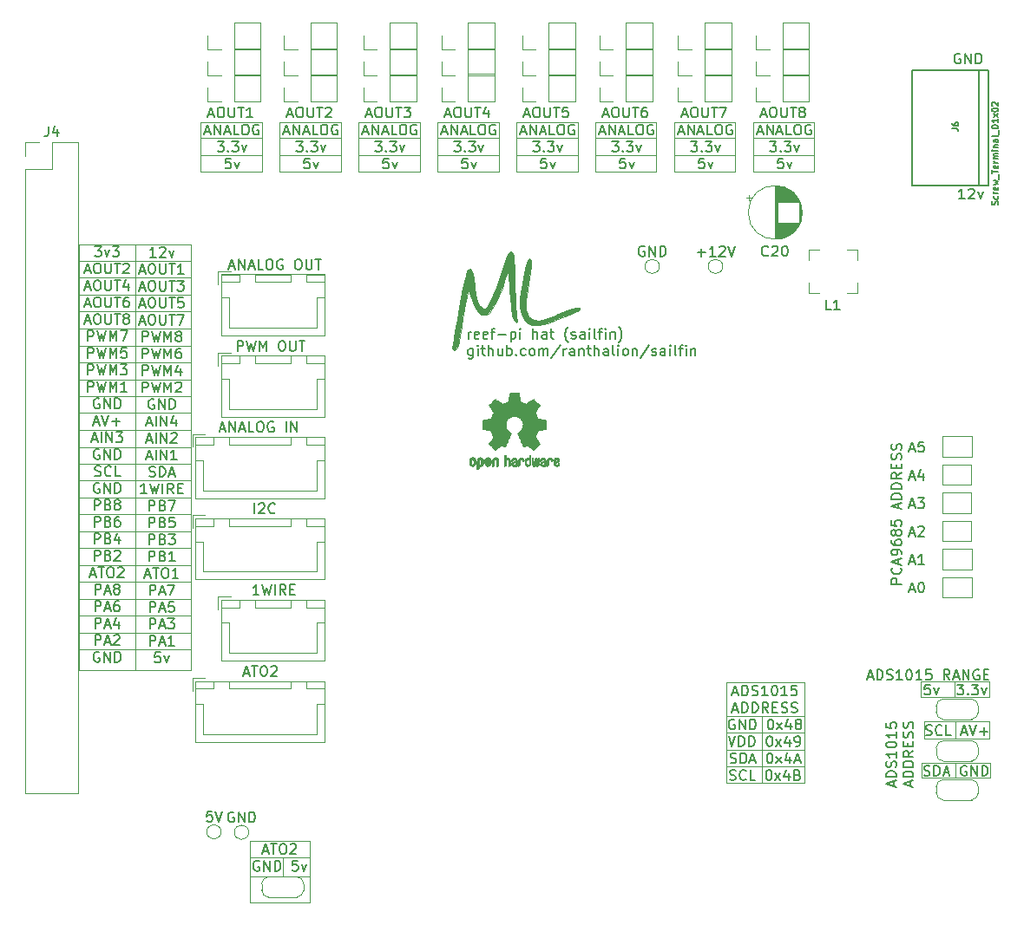
<source format=gbr>
G04 #@! TF.GenerationSoftware,KiCad,Pcbnew,(5.0.1)-3*
G04 #@! TF.CreationDate,2020-04-19T11:51:52-04:00*
G04 #@! TF.ProjectId,sailfin,7361696C66696E2E6B696361645F7063,rev?*
G04 #@! TF.SameCoordinates,Original*
G04 #@! TF.FileFunction,Legend,Top*
G04 #@! TF.FilePolarity,Positive*
%FSLAX46Y46*%
G04 Gerber Fmt 4.6, Leading zero omitted, Abs format (unit mm)*
G04 Created by KiCad (PCBNEW (5.0.1)-3) date 4/19/2020 11:51:52 AM*
%MOMM*%
%LPD*%
G01*
G04 APERTURE LIST*
%ADD10C,0.150000*%
%ADD11C,0.100000*%
%ADD12C,0.120000*%
%ADD13C,0.203200*%
%ADD14C,0.010000*%
%ADD15C,0.127000*%
G04 APERTURE END LIST*
D10*
X60735595Y-132207380D02*
X60735595Y-131540714D01*
X60735595Y-131731190D02*
X60783214Y-131635952D01*
X60830833Y-131588333D01*
X60926071Y-131540714D01*
X61021309Y-131540714D01*
X61735595Y-132159761D02*
X61640357Y-132207380D01*
X61449880Y-132207380D01*
X61354642Y-132159761D01*
X61307023Y-132064523D01*
X61307023Y-131683571D01*
X61354642Y-131588333D01*
X61449880Y-131540714D01*
X61640357Y-131540714D01*
X61735595Y-131588333D01*
X61783214Y-131683571D01*
X61783214Y-131778809D01*
X61307023Y-131874047D01*
X62592738Y-132159761D02*
X62497500Y-132207380D01*
X62307023Y-132207380D01*
X62211785Y-132159761D01*
X62164166Y-132064523D01*
X62164166Y-131683571D01*
X62211785Y-131588333D01*
X62307023Y-131540714D01*
X62497500Y-131540714D01*
X62592738Y-131588333D01*
X62640357Y-131683571D01*
X62640357Y-131778809D01*
X62164166Y-131874047D01*
X62926071Y-131540714D02*
X63307023Y-131540714D01*
X63068928Y-132207380D02*
X63068928Y-131350238D01*
X63116547Y-131255000D01*
X63211785Y-131207380D01*
X63307023Y-131207380D01*
X63640357Y-131826428D02*
X64402261Y-131826428D01*
X64878452Y-131540714D02*
X64878452Y-132540714D01*
X64878452Y-131588333D02*
X64973690Y-131540714D01*
X65164166Y-131540714D01*
X65259404Y-131588333D01*
X65307023Y-131635952D01*
X65354642Y-131731190D01*
X65354642Y-132016904D01*
X65307023Y-132112142D01*
X65259404Y-132159761D01*
X65164166Y-132207380D01*
X64973690Y-132207380D01*
X64878452Y-132159761D01*
X65783214Y-132207380D02*
X65783214Y-131540714D01*
X65783214Y-131207380D02*
X65735595Y-131255000D01*
X65783214Y-131302619D01*
X65830833Y-131255000D01*
X65783214Y-131207380D01*
X65783214Y-131302619D01*
X67021309Y-132207380D02*
X67021309Y-131207380D01*
X67449880Y-132207380D02*
X67449880Y-131683571D01*
X67402261Y-131588333D01*
X67307023Y-131540714D01*
X67164166Y-131540714D01*
X67068928Y-131588333D01*
X67021309Y-131635952D01*
X68354642Y-132207380D02*
X68354642Y-131683571D01*
X68307023Y-131588333D01*
X68211785Y-131540714D01*
X68021309Y-131540714D01*
X67926071Y-131588333D01*
X68354642Y-132159761D02*
X68259404Y-132207380D01*
X68021309Y-132207380D01*
X67926071Y-132159761D01*
X67878452Y-132064523D01*
X67878452Y-131969285D01*
X67926071Y-131874047D01*
X68021309Y-131826428D01*
X68259404Y-131826428D01*
X68354642Y-131778809D01*
X68687976Y-131540714D02*
X69068928Y-131540714D01*
X68830833Y-131207380D02*
X68830833Y-132064523D01*
X68878452Y-132159761D01*
X68973690Y-132207380D01*
X69068928Y-132207380D01*
X70449880Y-132588333D02*
X70402261Y-132540714D01*
X70307023Y-132397857D01*
X70259404Y-132302619D01*
X70211785Y-132159761D01*
X70164166Y-131921666D01*
X70164166Y-131731190D01*
X70211785Y-131493095D01*
X70259404Y-131350238D01*
X70307023Y-131255000D01*
X70402261Y-131112142D01*
X70449880Y-131064523D01*
X70783214Y-132159761D02*
X70878452Y-132207380D01*
X71068928Y-132207380D01*
X71164166Y-132159761D01*
X71211785Y-132064523D01*
X71211785Y-132016904D01*
X71164166Y-131921666D01*
X71068928Y-131874047D01*
X70926071Y-131874047D01*
X70830833Y-131826428D01*
X70783214Y-131731190D01*
X70783214Y-131683571D01*
X70830833Y-131588333D01*
X70926071Y-131540714D01*
X71068928Y-131540714D01*
X71164166Y-131588333D01*
X72068928Y-132207380D02*
X72068928Y-131683571D01*
X72021309Y-131588333D01*
X71926071Y-131540714D01*
X71735595Y-131540714D01*
X71640357Y-131588333D01*
X72068928Y-132159761D02*
X71973690Y-132207380D01*
X71735595Y-132207380D01*
X71640357Y-132159761D01*
X71592738Y-132064523D01*
X71592738Y-131969285D01*
X71640357Y-131874047D01*
X71735595Y-131826428D01*
X71973690Y-131826428D01*
X72068928Y-131778809D01*
X72545119Y-132207380D02*
X72545119Y-131540714D01*
X72545119Y-131207380D02*
X72497500Y-131255000D01*
X72545119Y-131302619D01*
X72592738Y-131255000D01*
X72545119Y-131207380D01*
X72545119Y-131302619D01*
X73164166Y-132207380D02*
X73068928Y-132159761D01*
X73021309Y-132064523D01*
X73021309Y-131207380D01*
X73402261Y-131540714D02*
X73783214Y-131540714D01*
X73545119Y-132207380D02*
X73545119Y-131350238D01*
X73592738Y-131255000D01*
X73687976Y-131207380D01*
X73783214Y-131207380D01*
X74116547Y-132207380D02*
X74116547Y-131540714D01*
X74116547Y-131207380D02*
X74068928Y-131255000D01*
X74116547Y-131302619D01*
X74164166Y-131255000D01*
X74116547Y-131207380D01*
X74116547Y-131302619D01*
X74592738Y-131540714D02*
X74592738Y-132207380D01*
X74592738Y-131635952D02*
X74640357Y-131588333D01*
X74735595Y-131540714D01*
X74878452Y-131540714D01*
X74973690Y-131588333D01*
X75021309Y-131683571D01*
X75021309Y-132207380D01*
X75402261Y-132588333D02*
X75449880Y-132540714D01*
X75545119Y-132397857D01*
X75592738Y-132302619D01*
X75640357Y-132159761D01*
X75687976Y-131921666D01*
X75687976Y-131731190D01*
X75640357Y-131493095D01*
X75592738Y-131350238D01*
X75545119Y-131255000D01*
X75449880Y-131112142D01*
X75402261Y-131064523D01*
X61164166Y-133190714D02*
X61164166Y-134000238D01*
X61116547Y-134095476D01*
X61068928Y-134143095D01*
X60973690Y-134190714D01*
X60830833Y-134190714D01*
X60735595Y-134143095D01*
X61164166Y-133809761D02*
X61068928Y-133857380D01*
X60878452Y-133857380D01*
X60783214Y-133809761D01*
X60735595Y-133762142D01*
X60687976Y-133666904D01*
X60687976Y-133381190D01*
X60735595Y-133285952D01*
X60783214Y-133238333D01*
X60878452Y-133190714D01*
X61068928Y-133190714D01*
X61164166Y-133238333D01*
X61640357Y-133857380D02*
X61640357Y-133190714D01*
X61640357Y-132857380D02*
X61592738Y-132905000D01*
X61640357Y-132952619D01*
X61687976Y-132905000D01*
X61640357Y-132857380D01*
X61640357Y-132952619D01*
X61973690Y-133190714D02*
X62354642Y-133190714D01*
X62116547Y-132857380D02*
X62116547Y-133714523D01*
X62164166Y-133809761D01*
X62259404Y-133857380D01*
X62354642Y-133857380D01*
X62687976Y-133857380D02*
X62687976Y-132857380D01*
X63116547Y-133857380D02*
X63116547Y-133333571D01*
X63068928Y-133238333D01*
X62973690Y-133190714D01*
X62830833Y-133190714D01*
X62735595Y-133238333D01*
X62687976Y-133285952D01*
X64021309Y-133190714D02*
X64021309Y-133857380D01*
X63592738Y-133190714D02*
X63592738Y-133714523D01*
X63640357Y-133809761D01*
X63735595Y-133857380D01*
X63878452Y-133857380D01*
X63973690Y-133809761D01*
X64021309Y-133762142D01*
X64497500Y-133857380D02*
X64497500Y-132857380D01*
X64497500Y-133238333D02*
X64592738Y-133190714D01*
X64783214Y-133190714D01*
X64878452Y-133238333D01*
X64926071Y-133285952D01*
X64973690Y-133381190D01*
X64973690Y-133666904D01*
X64926071Y-133762142D01*
X64878452Y-133809761D01*
X64783214Y-133857380D01*
X64592738Y-133857380D01*
X64497500Y-133809761D01*
X65402261Y-133762142D02*
X65449880Y-133809761D01*
X65402261Y-133857380D01*
X65354642Y-133809761D01*
X65402261Y-133762142D01*
X65402261Y-133857380D01*
X66307023Y-133809761D02*
X66211785Y-133857380D01*
X66021309Y-133857380D01*
X65926071Y-133809761D01*
X65878452Y-133762142D01*
X65830833Y-133666904D01*
X65830833Y-133381190D01*
X65878452Y-133285952D01*
X65926071Y-133238333D01*
X66021309Y-133190714D01*
X66211785Y-133190714D01*
X66307023Y-133238333D01*
X66878452Y-133857380D02*
X66783214Y-133809761D01*
X66735595Y-133762142D01*
X66687976Y-133666904D01*
X66687976Y-133381190D01*
X66735595Y-133285952D01*
X66783214Y-133238333D01*
X66878452Y-133190714D01*
X67021309Y-133190714D01*
X67116547Y-133238333D01*
X67164166Y-133285952D01*
X67211785Y-133381190D01*
X67211785Y-133666904D01*
X67164166Y-133762142D01*
X67116547Y-133809761D01*
X67021309Y-133857380D01*
X66878452Y-133857380D01*
X67640357Y-133857380D02*
X67640357Y-133190714D01*
X67640357Y-133285952D02*
X67687976Y-133238333D01*
X67783214Y-133190714D01*
X67926071Y-133190714D01*
X68021309Y-133238333D01*
X68068928Y-133333571D01*
X68068928Y-133857380D01*
X68068928Y-133333571D02*
X68116547Y-133238333D01*
X68211785Y-133190714D01*
X68354642Y-133190714D01*
X68449880Y-133238333D01*
X68497500Y-133333571D01*
X68497500Y-133857380D01*
X69687976Y-132809761D02*
X68830833Y-134095476D01*
X70021309Y-133857380D02*
X70021309Y-133190714D01*
X70021309Y-133381190D02*
X70068928Y-133285952D01*
X70116547Y-133238333D01*
X70211785Y-133190714D01*
X70307023Y-133190714D01*
X71068928Y-133857380D02*
X71068928Y-133333571D01*
X71021309Y-133238333D01*
X70926071Y-133190714D01*
X70735595Y-133190714D01*
X70640357Y-133238333D01*
X71068928Y-133809761D02*
X70973690Y-133857380D01*
X70735595Y-133857380D01*
X70640357Y-133809761D01*
X70592738Y-133714523D01*
X70592738Y-133619285D01*
X70640357Y-133524047D01*
X70735595Y-133476428D01*
X70973690Y-133476428D01*
X71068928Y-133428809D01*
X71545119Y-133190714D02*
X71545119Y-133857380D01*
X71545119Y-133285952D02*
X71592738Y-133238333D01*
X71687976Y-133190714D01*
X71830833Y-133190714D01*
X71926071Y-133238333D01*
X71973690Y-133333571D01*
X71973690Y-133857380D01*
X72307023Y-133190714D02*
X72687976Y-133190714D01*
X72449880Y-132857380D02*
X72449880Y-133714523D01*
X72497500Y-133809761D01*
X72592738Y-133857380D01*
X72687976Y-133857380D01*
X73021309Y-133857380D02*
X73021309Y-132857380D01*
X73449880Y-133857380D02*
X73449880Y-133333571D01*
X73402261Y-133238333D01*
X73307023Y-133190714D01*
X73164166Y-133190714D01*
X73068928Y-133238333D01*
X73021309Y-133285952D01*
X74354642Y-133857380D02*
X74354642Y-133333571D01*
X74307023Y-133238333D01*
X74211785Y-133190714D01*
X74021309Y-133190714D01*
X73926071Y-133238333D01*
X74354642Y-133809761D02*
X74259404Y-133857380D01*
X74021309Y-133857380D01*
X73926071Y-133809761D01*
X73878452Y-133714523D01*
X73878452Y-133619285D01*
X73926071Y-133524047D01*
X74021309Y-133476428D01*
X74259404Y-133476428D01*
X74354642Y-133428809D01*
X74973690Y-133857380D02*
X74878452Y-133809761D01*
X74830833Y-133714523D01*
X74830833Y-132857380D01*
X75354642Y-133857380D02*
X75354642Y-133190714D01*
X75354642Y-132857380D02*
X75307023Y-132905000D01*
X75354642Y-132952619D01*
X75402261Y-132905000D01*
X75354642Y-132857380D01*
X75354642Y-132952619D01*
X75973690Y-133857380D02*
X75878452Y-133809761D01*
X75830833Y-133762142D01*
X75783214Y-133666904D01*
X75783214Y-133381190D01*
X75830833Y-133285952D01*
X75878452Y-133238333D01*
X75973690Y-133190714D01*
X76116547Y-133190714D01*
X76211785Y-133238333D01*
X76259404Y-133285952D01*
X76307023Y-133381190D01*
X76307023Y-133666904D01*
X76259404Y-133762142D01*
X76211785Y-133809761D01*
X76116547Y-133857380D01*
X75973690Y-133857380D01*
X76735595Y-133190714D02*
X76735595Y-133857380D01*
X76735595Y-133285952D02*
X76783214Y-133238333D01*
X76878452Y-133190714D01*
X77021309Y-133190714D01*
X77116547Y-133238333D01*
X77164166Y-133333571D01*
X77164166Y-133857380D01*
X78354642Y-132809761D02*
X77497500Y-134095476D01*
X78640357Y-133809761D02*
X78735595Y-133857380D01*
X78926071Y-133857380D01*
X79021309Y-133809761D01*
X79068928Y-133714523D01*
X79068928Y-133666904D01*
X79021309Y-133571666D01*
X78926071Y-133524047D01*
X78783214Y-133524047D01*
X78687976Y-133476428D01*
X78640357Y-133381190D01*
X78640357Y-133333571D01*
X78687976Y-133238333D01*
X78783214Y-133190714D01*
X78926071Y-133190714D01*
X79021309Y-133238333D01*
X79926071Y-133857380D02*
X79926071Y-133333571D01*
X79878452Y-133238333D01*
X79783214Y-133190714D01*
X79592738Y-133190714D01*
X79497500Y-133238333D01*
X79926071Y-133809761D02*
X79830833Y-133857380D01*
X79592738Y-133857380D01*
X79497500Y-133809761D01*
X79449880Y-133714523D01*
X79449880Y-133619285D01*
X79497500Y-133524047D01*
X79592738Y-133476428D01*
X79830833Y-133476428D01*
X79926071Y-133428809D01*
X80402261Y-133857380D02*
X80402261Y-133190714D01*
X80402261Y-132857380D02*
X80354642Y-132905000D01*
X80402261Y-132952619D01*
X80449880Y-132905000D01*
X80402261Y-132857380D01*
X80402261Y-132952619D01*
X81021309Y-133857380D02*
X80926071Y-133809761D01*
X80878452Y-133714523D01*
X80878452Y-132857380D01*
X81259404Y-133190714D02*
X81640357Y-133190714D01*
X81402261Y-133857380D02*
X81402261Y-133000238D01*
X81449880Y-132905000D01*
X81545119Y-132857380D01*
X81640357Y-132857380D01*
X81973690Y-133857380D02*
X81973690Y-133190714D01*
X81973690Y-132857380D02*
X81926071Y-132905000D01*
X81973690Y-132952619D01*
X82021309Y-132905000D01*
X81973690Y-132857380D01*
X81973690Y-132952619D01*
X82449880Y-133190714D02*
X82449880Y-133857380D01*
X82449880Y-133285952D02*
X82497500Y-133238333D01*
X82592738Y-133190714D01*
X82735595Y-133190714D01*
X82830833Y-133238333D01*
X82878452Y-133333571D01*
X82878452Y-133857380D01*
X102982380Y-156169523D02*
X101982380Y-156169523D01*
X101982380Y-155788571D01*
X102030000Y-155693333D01*
X102077619Y-155645714D01*
X102172857Y-155598095D01*
X102315714Y-155598095D01*
X102410952Y-155645714D01*
X102458571Y-155693333D01*
X102506190Y-155788571D01*
X102506190Y-156169523D01*
X102887142Y-154598095D02*
X102934761Y-154645714D01*
X102982380Y-154788571D01*
X102982380Y-154883809D01*
X102934761Y-155026666D01*
X102839523Y-155121904D01*
X102744285Y-155169523D01*
X102553809Y-155217142D01*
X102410952Y-155217142D01*
X102220476Y-155169523D01*
X102125238Y-155121904D01*
X102030000Y-155026666D01*
X101982380Y-154883809D01*
X101982380Y-154788571D01*
X102030000Y-154645714D01*
X102077619Y-154598095D01*
X102696666Y-154217142D02*
X102696666Y-153740952D01*
X102982380Y-154312380D02*
X101982380Y-153979047D01*
X102982380Y-153645714D01*
X102982380Y-153264761D02*
X102982380Y-153074285D01*
X102934761Y-152979047D01*
X102887142Y-152931428D01*
X102744285Y-152836190D01*
X102553809Y-152788571D01*
X102172857Y-152788571D01*
X102077619Y-152836190D01*
X102030000Y-152883809D01*
X101982380Y-152979047D01*
X101982380Y-153169523D01*
X102030000Y-153264761D01*
X102077619Y-153312380D01*
X102172857Y-153360000D01*
X102410952Y-153360000D01*
X102506190Y-153312380D01*
X102553809Y-153264761D01*
X102601428Y-153169523D01*
X102601428Y-152979047D01*
X102553809Y-152883809D01*
X102506190Y-152836190D01*
X102410952Y-152788571D01*
X101982380Y-151931428D02*
X101982380Y-152121904D01*
X102030000Y-152217142D01*
X102077619Y-152264761D01*
X102220476Y-152360000D01*
X102410952Y-152407619D01*
X102791904Y-152407619D01*
X102887142Y-152360000D01*
X102934761Y-152312380D01*
X102982380Y-152217142D01*
X102982380Y-152026666D01*
X102934761Y-151931428D01*
X102887142Y-151883809D01*
X102791904Y-151836190D01*
X102553809Y-151836190D01*
X102458571Y-151883809D01*
X102410952Y-151931428D01*
X102363333Y-152026666D01*
X102363333Y-152217142D01*
X102410952Y-152312380D01*
X102458571Y-152360000D01*
X102553809Y-152407619D01*
X102410952Y-151264761D02*
X102363333Y-151360000D01*
X102315714Y-151407619D01*
X102220476Y-151455238D01*
X102172857Y-151455238D01*
X102077619Y-151407619D01*
X102030000Y-151360000D01*
X101982380Y-151264761D01*
X101982380Y-151074285D01*
X102030000Y-150979047D01*
X102077619Y-150931428D01*
X102172857Y-150883809D01*
X102220476Y-150883809D01*
X102315714Y-150931428D01*
X102363333Y-150979047D01*
X102410952Y-151074285D01*
X102410952Y-151264761D01*
X102458571Y-151360000D01*
X102506190Y-151407619D01*
X102601428Y-151455238D01*
X102791904Y-151455238D01*
X102887142Y-151407619D01*
X102934761Y-151360000D01*
X102982380Y-151264761D01*
X102982380Y-151074285D01*
X102934761Y-150979047D01*
X102887142Y-150931428D01*
X102791904Y-150883809D01*
X102601428Y-150883809D01*
X102506190Y-150931428D01*
X102458571Y-150979047D01*
X102410952Y-151074285D01*
X101982380Y-149979047D02*
X101982380Y-150455238D01*
X102458571Y-150502857D01*
X102410952Y-150455238D01*
X102363333Y-150360000D01*
X102363333Y-150121904D01*
X102410952Y-150026666D01*
X102458571Y-149979047D01*
X102553809Y-149931428D01*
X102791904Y-149931428D01*
X102887142Y-149979047D01*
X102934761Y-150026666D01*
X102982380Y-150121904D01*
X102982380Y-150360000D01*
X102934761Y-150455238D01*
X102887142Y-150502857D01*
X102696666Y-148788571D02*
X102696666Y-148312380D01*
X102982380Y-148883809D02*
X101982380Y-148550476D01*
X102982380Y-148217142D01*
X102982380Y-147883809D02*
X101982380Y-147883809D01*
X101982380Y-147645714D01*
X102030000Y-147502857D01*
X102125238Y-147407619D01*
X102220476Y-147360000D01*
X102410952Y-147312380D01*
X102553809Y-147312380D01*
X102744285Y-147360000D01*
X102839523Y-147407619D01*
X102934761Y-147502857D01*
X102982380Y-147645714D01*
X102982380Y-147883809D01*
X102982380Y-146883809D02*
X101982380Y-146883809D01*
X101982380Y-146645714D01*
X102030000Y-146502857D01*
X102125238Y-146407619D01*
X102220476Y-146360000D01*
X102410952Y-146312380D01*
X102553809Y-146312380D01*
X102744285Y-146360000D01*
X102839523Y-146407619D01*
X102934761Y-146502857D01*
X102982380Y-146645714D01*
X102982380Y-146883809D01*
X102982380Y-145312380D02*
X102506190Y-145645714D01*
X102982380Y-145883809D02*
X101982380Y-145883809D01*
X101982380Y-145502857D01*
X102030000Y-145407619D01*
X102077619Y-145360000D01*
X102172857Y-145312380D01*
X102315714Y-145312380D01*
X102410952Y-145360000D01*
X102458571Y-145407619D01*
X102506190Y-145502857D01*
X102506190Y-145883809D01*
X102458571Y-144883809D02*
X102458571Y-144550476D01*
X102982380Y-144407619D02*
X102982380Y-144883809D01*
X101982380Y-144883809D01*
X101982380Y-144407619D01*
X102934761Y-144026666D02*
X102982380Y-143883809D01*
X102982380Y-143645714D01*
X102934761Y-143550476D01*
X102887142Y-143502857D01*
X102791904Y-143455238D01*
X102696666Y-143455238D01*
X102601428Y-143502857D01*
X102553809Y-143550476D01*
X102506190Y-143645714D01*
X102458571Y-143836190D01*
X102410952Y-143931428D01*
X102363333Y-143979047D01*
X102268095Y-144026666D01*
X102172857Y-144026666D01*
X102077619Y-143979047D01*
X102030000Y-143931428D01*
X101982380Y-143836190D01*
X101982380Y-143598095D01*
X102030000Y-143455238D01*
X102934761Y-143074285D02*
X102982380Y-142931428D01*
X102982380Y-142693333D01*
X102934761Y-142598095D01*
X102887142Y-142550476D01*
X102791904Y-142502857D01*
X102696666Y-142502857D01*
X102601428Y-142550476D01*
X102553809Y-142598095D01*
X102506190Y-142693333D01*
X102458571Y-142883809D01*
X102410952Y-142979047D01*
X102363333Y-143026666D01*
X102268095Y-143074285D01*
X102172857Y-143074285D01*
X102077619Y-143026666D01*
X102030000Y-142979047D01*
X101982380Y-142883809D01*
X101982380Y-142645714D01*
X102030000Y-142502857D01*
X103765714Y-156726666D02*
X104241904Y-156726666D01*
X103670476Y-157012380D02*
X104003809Y-156012380D01*
X104337142Y-157012380D01*
X104860952Y-156012380D02*
X104956190Y-156012380D01*
X105051428Y-156060000D01*
X105099047Y-156107619D01*
X105146666Y-156202857D01*
X105194285Y-156393333D01*
X105194285Y-156631428D01*
X105146666Y-156821904D01*
X105099047Y-156917142D01*
X105051428Y-156964761D01*
X104956190Y-157012380D01*
X104860952Y-157012380D01*
X104765714Y-156964761D01*
X104718095Y-156917142D01*
X104670476Y-156821904D01*
X104622857Y-156631428D01*
X104622857Y-156393333D01*
X104670476Y-156202857D01*
X104718095Y-156107619D01*
X104765714Y-156060000D01*
X104860952Y-156012380D01*
X103765714Y-153980666D02*
X104241904Y-153980666D01*
X103670476Y-154266380D02*
X104003809Y-153266380D01*
X104337142Y-154266380D01*
X105194285Y-154266380D02*
X104622857Y-154266380D01*
X104908571Y-154266380D02*
X104908571Y-153266380D01*
X104813333Y-153409238D01*
X104718095Y-153504476D01*
X104622857Y-153552095D01*
X103765714Y-151234666D02*
X104241904Y-151234666D01*
X103670476Y-151520380D02*
X104003809Y-150520380D01*
X104337142Y-151520380D01*
X104622857Y-150615619D02*
X104670476Y-150568000D01*
X104765714Y-150520380D01*
X105003809Y-150520380D01*
X105099047Y-150568000D01*
X105146666Y-150615619D01*
X105194285Y-150710857D01*
X105194285Y-150806095D01*
X105146666Y-150948952D01*
X104575238Y-151520380D01*
X105194285Y-151520380D01*
X103765714Y-148488666D02*
X104241904Y-148488666D01*
X103670476Y-148774380D02*
X104003809Y-147774380D01*
X104337142Y-148774380D01*
X104575238Y-147774380D02*
X105194285Y-147774380D01*
X104860952Y-148155333D01*
X105003809Y-148155333D01*
X105099047Y-148202952D01*
X105146666Y-148250571D01*
X105194285Y-148345809D01*
X105194285Y-148583904D01*
X105146666Y-148679142D01*
X105099047Y-148726761D01*
X105003809Y-148774380D01*
X104718095Y-148774380D01*
X104622857Y-148726761D01*
X104575238Y-148679142D01*
X103765714Y-145742666D02*
X104241904Y-145742666D01*
X103670476Y-146028380D02*
X104003809Y-145028380D01*
X104337142Y-146028380D01*
X105099047Y-145361714D02*
X105099047Y-146028380D01*
X104860952Y-144980761D02*
X104622857Y-145695047D01*
X105241904Y-145695047D01*
X103765714Y-142996666D02*
X104241904Y-142996666D01*
X103670476Y-143282380D02*
X104003809Y-142282380D01*
X104337142Y-143282380D01*
X105146666Y-142282380D02*
X104670476Y-142282380D01*
X104622857Y-142758571D01*
X104670476Y-142710952D01*
X104765714Y-142663333D01*
X105003809Y-142663333D01*
X105099047Y-142710952D01*
X105146666Y-142758571D01*
X105194285Y-142853809D01*
X105194285Y-143091904D01*
X105146666Y-143187142D01*
X105099047Y-143234761D01*
X105003809Y-143282380D01*
X104765714Y-143282380D01*
X104670476Y-143234761D01*
X104622857Y-143187142D01*
D11*
X85890000Y-165800000D02*
X93490000Y-165800000D01*
X85890000Y-174020000D02*
X93480000Y-174020000D01*
X93490000Y-172420000D02*
X85890000Y-172420000D01*
X85910000Y-170690000D02*
X93470000Y-170690000D01*
X89380000Y-169110000D02*
X89380000Y-175630000D01*
X85890000Y-175630000D02*
X85890000Y-165800000D01*
X93490000Y-175630000D02*
X85890000Y-175630000D01*
X93490000Y-165800000D02*
X93490000Y-175630000D01*
X85890000Y-169110000D02*
X93490000Y-169110000D01*
D10*
X86540952Y-166801666D02*
X87017142Y-166801666D01*
X86445714Y-167087380D02*
X86779047Y-166087380D01*
X87112380Y-167087380D01*
X87445714Y-167087380D02*
X87445714Y-166087380D01*
X87683809Y-166087380D01*
X87826666Y-166135000D01*
X87921904Y-166230238D01*
X87969523Y-166325476D01*
X88017142Y-166515952D01*
X88017142Y-166658809D01*
X87969523Y-166849285D01*
X87921904Y-166944523D01*
X87826666Y-167039761D01*
X87683809Y-167087380D01*
X87445714Y-167087380D01*
X88398095Y-167039761D02*
X88540952Y-167087380D01*
X88779047Y-167087380D01*
X88874285Y-167039761D01*
X88921904Y-166992142D01*
X88969523Y-166896904D01*
X88969523Y-166801666D01*
X88921904Y-166706428D01*
X88874285Y-166658809D01*
X88779047Y-166611190D01*
X88588571Y-166563571D01*
X88493333Y-166515952D01*
X88445714Y-166468333D01*
X88398095Y-166373095D01*
X88398095Y-166277857D01*
X88445714Y-166182619D01*
X88493333Y-166135000D01*
X88588571Y-166087380D01*
X88826666Y-166087380D01*
X88969523Y-166135000D01*
X89921904Y-167087380D02*
X89350476Y-167087380D01*
X89636190Y-167087380D02*
X89636190Y-166087380D01*
X89540952Y-166230238D01*
X89445714Y-166325476D01*
X89350476Y-166373095D01*
X90540952Y-166087380D02*
X90636190Y-166087380D01*
X90731428Y-166135000D01*
X90779047Y-166182619D01*
X90826666Y-166277857D01*
X90874285Y-166468333D01*
X90874285Y-166706428D01*
X90826666Y-166896904D01*
X90779047Y-166992142D01*
X90731428Y-167039761D01*
X90636190Y-167087380D01*
X90540952Y-167087380D01*
X90445714Y-167039761D01*
X90398095Y-166992142D01*
X90350476Y-166896904D01*
X90302857Y-166706428D01*
X90302857Y-166468333D01*
X90350476Y-166277857D01*
X90398095Y-166182619D01*
X90445714Y-166135000D01*
X90540952Y-166087380D01*
X91826666Y-167087380D02*
X91255238Y-167087380D01*
X91540952Y-167087380D02*
X91540952Y-166087380D01*
X91445714Y-166230238D01*
X91350476Y-166325476D01*
X91255238Y-166373095D01*
X92731428Y-166087380D02*
X92255238Y-166087380D01*
X92207619Y-166563571D01*
X92255238Y-166515952D01*
X92350476Y-166468333D01*
X92588571Y-166468333D01*
X92683809Y-166515952D01*
X92731428Y-166563571D01*
X92779047Y-166658809D01*
X92779047Y-166896904D01*
X92731428Y-166992142D01*
X92683809Y-167039761D01*
X92588571Y-167087380D01*
X92350476Y-167087380D01*
X92255238Y-167039761D01*
X92207619Y-166992142D01*
X86517142Y-168451666D02*
X86993333Y-168451666D01*
X86421904Y-168737380D02*
X86755238Y-167737380D01*
X87088571Y-168737380D01*
X87421904Y-168737380D02*
X87421904Y-167737380D01*
X87660000Y-167737380D01*
X87802857Y-167785000D01*
X87898095Y-167880238D01*
X87945714Y-167975476D01*
X87993333Y-168165952D01*
X87993333Y-168308809D01*
X87945714Y-168499285D01*
X87898095Y-168594523D01*
X87802857Y-168689761D01*
X87660000Y-168737380D01*
X87421904Y-168737380D01*
X88421904Y-168737380D02*
X88421904Y-167737380D01*
X88660000Y-167737380D01*
X88802857Y-167785000D01*
X88898095Y-167880238D01*
X88945714Y-167975476D01*
X88993333Y-168165952D01*
X88993333Y-168308809D01*
X88945714Y-168499285D01*
X88898095Y-168594523D01*
X88802857Y-168689761D01*
X88660000Y-168737380D01*
X88421904Y-168737380D01*
X89993333Y-168737380D02*
X89660000Y-168261190D01*
X89421904Y-168737380D02*
X89421904Y-167737380D01*
X89802857Y-167737380D01*
X89898095Y-167785000D01*
X89945714Y-167832619D01*
X89993333Y-167927857D01*
X89993333Y-168070714D01*
X89945714Y-168165952D01*
X89898095Y-168213571D01*
X89802857Y-168261190D01*
X89421904Y-168261190D01*
X90421904Y-168213571D02*
X90755238Y-168213571D01*
X90898095Y-168737380D02*
X90421904Y-168737380D01*
X90421904Y-167737380D01*
X90898095Y-167737380D01*
X91279047Y-168689761D02*
X91421904Y-168737380D01*
X91660000Y-168737380D01*
X91755238Y-168689761D01*
X91802857Y-168642142D01*
X91850476Y-168546904D01*
X91850476Y-168451666D01*
X91802857Y-168356428D01*
X91755238Y-168308809D01*
X91660000Y-168261190D01*
X91469523Y-168213571D01*
X91374285Y-168165952D01*
X91326666Y-168118333D01*
X91279047Y-168023095D01*
X91279047Y-167927857D01*
X91326666Y-167832619D01*
X91374285Y-167785000D01*
X91469523Y-167737380D01*
X91707619Y-167737380D01*
X91850476Y-167785000D01*
X92231428Y-168689761D02*
X92374285Y-168737380D01*
X92612380Y-168737380D01*
X92707619Y-168689761D01*
X92755238Y-168642142D01*
X92802857Y-168546904D01*
X92802857Y-168451666D01*
X92755238Y-168356428D01*
X92707619Y-168308809D01*
X92612380Y-168261190D01*
X92421904Y-168213571D01*
X92326666Y-168165952D01*
X92279047Y-168118333D01*
X92231428Y-168023095D01*
X92231428Y-167927857D01*
X92279047Y-167832619D01*
X92326666Y-167785000D01*
X92421904Y-167737380D01*
X92660000Y-167737380D01*
X92802857Y-167785000D01*
X86683809Y-169435000D02*
X86588571Y-169387380D01*
X86445714Y-169387380D01*
X86302857Y-169435000D01*
X86207619Y-169530238D01*
X86160000Y-169625476D01*
X86112380Y-169815952D01*
X86112380Y-169958809D01*
X86160000Y-170149285D01*
X86207619Y-170244523D01*
X86302857Y-170339761D01*
X86445714Y-170387380D01*
X86540952Y-170387380D01*
X86683809Y-170339761D01*
X86731428Y-170292142D01*
X86731428Y-169958809D01*
X86540952Y-169958809D01*
X87160000Y-170387380D02*
X87160000Y-169387380D01*
X87731428Y-170387380D01*
X87731428Y-169387380D01*
X88207619Y-170387380D02*
X88207619Y-169387380D01*
X88445714Y-169387380D01*
X88588571Y-169435000D01*
X88683809Y-169530238D01*
X88731428Y-169625476D01*
X88779047Y-169815952D01*
X88779047Y-169958809D01*
X88731428Y-170149285D01*
X88683809Y-170244523D01*
X88588571Y-170339761D01*
X88445714Y-170387380D01*
X88207619Y-170387380D01*
X90160000Y-169387380D02*
X90255238Y-169387380D01*
X90350476Y-169435000D01*
X90398095Y-169482619D01*
X90445714Y-169577857D01*
X90493333Y-169768333D01*
X90493333Y-170006428D01*
X90445714Y-170196904D01*
X90398095Y-170292142D01*
X90350476Y-170339761D01*
X90255238Y-170387380D01*
X90160000Y-170387380D01*
X90064761Y-170339761D01*
X90017142Y-170292142D01*
X89969523Y-170196904D01*
X89921904Y-170006428D01*
X89921904Y-169768333D01*
X89969523Y-169577857D01*
X90017142Y-169482619D01*
X90064761Y-169435000D01*
X90160000Y-169387380D01*
X90826666Y-170387380D02*
X91350476Y-169720714D01*
X90826666Y-169720714D02*
X91350476Y-170387380D01*
X92160000Y-169720714D02*
X92160000Y-170387380D01*
X91921904Y-169339761D02*
X91683809Y-170054047D01*
X92302857Y-170054047D01*
X92826666Y-169815952D02*
X92731428Y-169768333D01*
X92683809Y-169720714D01*
X92636190Y-169625476D01*
X92636190Y-169577857D01*
X92683809Y-169482619D01*
X92731428Y-169435000D01*
X92826666Y-169387380D01*
X93017142Y-169387380D01*
X93112380Y-169435000D01*
X93160000Y-169482619D01*
X93207619Y-169577857D01*
X93207619Y-169625476D01*
X93160000Y-169720714D01*
X93112380Y-169768333D01*
X93017142Y-169815952D01*
X92826666Y-169815952D01*
X92731428Y-169863571D01*
X92683809Y-169911190D01*
X92636190Y-170006428D01*
X92636190Y-170196904D01*
X92683809Y-170292142D01*
X92731428Y-170339761D01*
X92826666Y-170387380D01*
X93017142Y-170387380D01*
X93112380Y-170339761D01*
X93160000Y-170292142D01*
X93207619Y-170196904D01*
X93207619Y-170006428D01*
X93160000Y-169911190D01*
X93112380Y-169863571D01*
X93017142Y-169815952D01*
X86112380Y-171037380D02*
X86445714Y-172037380D01*
X86779047Y-171037380D01*
X87112380Y-172037380D02*
X87112380Y-171037380D01*
X87350476Y-171037380D01*
X87493333Y-171085000D01*
X87588571Y-171180238D01*
X87636190Y-171275476D01*
X87683809Y-171465952D01*
X87683809Y-171608809D01*
X87636190Y-171799285D01*
X87588571Y-171894523D01*
X87493333Y-171989761D01*
X87350476Y-172037380D01*
X87112380Y-172037380D01*
X88112380Y-172037380D02*
X88112380Y-171037380D01*
X88350476Y-171037380D01*
X88493333Y-171085000D01*
X88588571Y-171180238D01*
X88636190Y-171275476D01*
X88683809Y-171465952D01*
X88683809Y-171608809D01*
X88636190Y-171799285D01*
X88588571Y-171894523D01*
X88493333Y-171989761D01*
X88350476Y-172037380D01*
X88112380Y-172037380D01*
X90064761Y-171037380D02*
X90160000Y-171037380D01*
X90255238Y-171085000D01*
X90302857Y-171132619D01*
X90350476Y-171227857D01*
X90398095Y-171418333D01*
X90398095Y-171656428D01*
X90350476Y-171846904D01*
X90302857Y-171942142D01*
X90255238Y-171989761D01*
X90160000Y-172037380D01*
X90064761Y-172037380D01*
X89969523Y-171989761D01*
X89921904Y-171942142D01*
X89874285Y-171846904D01*
X89826666Y-171656428D01*
X89826666Y-171418333D01*
X89874285Y-171227857D01*
X89921904Y-171132619D01*
X89969523Y-171085000D01*
X90064761Y-171037380D01*
X90731428Y-172037380D02*
X91255238Y-171370714D01*
X90731428Y-171370714D02*
X91255238Y-172037380D01*
X92064761Y-171370714D02*
X92064761Y-172037380D01*
X91826666Y-170989761D02*
X91588571Y-171704047D01*
X92207619Y-171704047D01*
X92636190Y-172037380D02*
X92826666Y-172037380D01*
X92921904Y-171989761D01*
X92969523Y-171942142D01*
X93064761Y-171799285D01*
X93112380Y-171608809D01*
X93112380Y-171227857D01*
X93064761Y-171132619D01*
X93017142Y-171085000D01*
X92921904Y-171037380D01*
X92731428Y-171037380D01*
X92636190Y-171085000D01*
X92588571Y-171132619D01*
X92540952Y-171227857D01*
X92540952Y-171465952D01*
X92588571Y-171561190D01*
X92636190Y-171608809D01*
X92731428Y-171656428D01*
X92921904Y-171656428D01*
X93017142Y-171608809D01*
X93064761Y-171561190D01*
X93112380Y-171465952D01*
X86279047Y-173639761D02*
X86421904Y-173687380D01*
X86660000Y-173687380D01*
X86755238Y-173639761D01*
X86802857Y-173592142D01*
X86850476Y-173496904D01*
X86850476Y-173401666D01*
X86802857Y-173306428D01*
X86755238Y-173258809D01*
X86660000Y-173211190D01*
X86469523Y-173163571D01*
X86374285Y-173115952D01*
X86326666Y-173068333D01*
X86279047Y-172973095D01*
X86279047Y-172877857D01*
X86326666Y-172782619D01*
X86374285Y-172735000D01*
X86469523Y-172687380D01*
X86707619Y-172687380D01*
X86850476Y-172735000D01*
X87279047Y-173687380D02*
X87279047Y-172687380D01*
X87517142Y-172687380D01*
X87660000Y-172735000D01*
X87755238Y-172830238D01*
X87802857Y-172925476D01*
X87850476Y-173115952D01*
X87850476Y-173258809D01*
X87802857Y-173449285D01*
X87755238Y-173544523D01*
X87660000Y-173639761D01*
X87517142Y-173687380D01*
X87279047Y-173687380D01*
X88231428Y-173401666D02*
X88707619Y-173401666D01*
X88136190Y-173687380D02*
X88469523Y-172687380D01*
X88802857Y-173687380D01*
X90088571Y-172687380D02*
X90183809Y-172687380D01*
X90279047Y-172735000D01*
X90326666Y-172782619D01*
X90374285Y-172877857D01*
X90421904Y-173068333D01*
X90421904Y-173306428D01*
X90374285Y-173496904D01*
X90326666Y-173592142D01*
X90279047Y-173639761D01*
X90183809Y-173687380D01*
X90088571Y-173687380D01*
X89993333Y-173639761D01*
X89945714Y-173592142D01*
X89898095Y-173496904D01*
X89850476Y-173306428D01*
X89850476Y-173068333D01*
X89898095Y-172877857D01*
X89945714Y-172782619D01*
X89993333Y-172735000D01*
X90088571Y-172687380D01*
X90755238Y-173687380D02*
X91279047Y-173020714D01*
X90755238Y-173020714D02*
X91279047Y-173687380D01*
X92088571Y-173020714D02*
X92088571Y-173687380D01*
X91850476Y-172639761D02*
X91612380Y-173354047D01*
X92231428Y-173354047D01*
X92564761Y-173401666D02*
X93040952Y-173401666D01*
X92469523Y-173687380D02*
X92802857Y-172687380D01*
X93136190Y-173687380D01*
X86231428Y-175289761D02*
X86374285Y-175337380D01*
X86612380Y-175337380D01*
X86707619Y-175289761D01*
X86755238Y-175242142D01*
X86802857Y-175146904D01*
X86802857Y-175051666D01*
X86755238Y-174956428D01*
X86707619Y-174908809D01*
X86612380Y-174861190D01*
X86421904Y-174813571D01*
X86326666Y-174765952D01*
X86279047Y-174718333D01*
X86231428Y-174623095D01*
X86231428Y-174527857D01*
X86279047Y-174432619D01*
X86326666Y-174385000D01*
X86421904Y-174337380D01*
X86660000Y-174337380D01*
X86802857Y-174385000D01*
X87802857Y-175242142D02*
X87755238Y-175289761D01*
X87612380Y-175337380D01*
X87517142Y-175337380D01*
X87374285Y-175289761D01*
X87279047Y-175194523D01*
X87231428Y-175099285D01*
X87183809Y-174908809D01*
X87183809Y-174765952D01*
X87231428Y-174575476D01*
X87279047Y-174480238D01*
X87374285Y-174385000D01*
X87517142Y-174337380D01*
X87612380Y-174337380D01*
X87755238Y-174385000D01*
X87802857Y-174432619D01*
X88707619Y-175337380D02*
X88231428Y-175337380D01*
X88231428Y-174337380D01*
X89993333Y-174337380D02*
X90088571Y-174337380D01*
X90183809Y-174385000D01*
X90231428Y-174432619D01*
X90279047Y-174527857D01*
X90326666Y-174718333D01*
X90326666Y-174956428D01*
X90279047Y-175146904D01*
X90231428Y-175242142D01*
X90183809Y-175289761D01*
X90088571Y-175337380D01*
X89993333Y-175337380D01*
X89898095Y-175289761D01*
X89850476Y-175242142D01*
X89802857Y-175146904D01*
X89755238Y-174956428D01*
X89755238Y-174718333D01*
X89802857Y-174527857D01*
X89850476Y-174432619D01*
X89898095Y-174385000D01*
X89993333Y-174337380D01*
X90660000Y-175337380D02*
X91183809Y-174670714D01*
X90660000Y-174670714D02*
X91183809Y-175337380D01*
X91993333Y-174670714D02*
X91993333Y-175337380D01*
X91755238Y-174289761D02*
X91517142Y-175004047D01*
X92136190Y-175004047D01*
X92850476Y-174813571D02*
X92993333Y-174861190D01*
X93040952Y-174908809D01*
X93088571Y-175004047D01*
X93088571Y-175146904D01*
X93040952Y-175242142D01*
X92993333Y-175289761D01*
X92898095Y-175337380D01*
X92517142Y-175337380D01*
X92517142Y-174337380D01*
X92850476Y-174337380D01*
X92945714Y-174385000D01*
X92993333Y-174432619D01*
X93040952Y-174527857D01*
X93040952Y-174623095D01*
X92993333Y-174718333D01*
X92945714Y-174765952D01*
X92850476Y-174813571D01*
X92517142Y-174813571D01*
X99685238Y-165246666D02*
X100161428Y-165246666D01*
X99590000Y-165532380D02*
X99923333Y-164532380D01*
X100256666Y-165532380D01*
X100590000Y-165532380D02*
X100590000Y-164532380D01*
X100828095Y-164532380D01*
X100970952Y-164580000D01*
X101066190Y-164675238D01*
X101113809Y-164770476D01*
X101161428Y-164960952D01*
X101161428Y-165103809D01*
X101113809Y-165294285D01*
X101066190Y-165389523D01*
X100970952Y-165484761D01*
X100828095Y-165532380D01*
X100590000Y-165532380D01*
X101542380Y-165484761D02*
X101685238Y-165532380D01*
X101923333Y-165532380D01*
X102018571Y-165484761D01*
X102066190Y-165437142D01*
X102113809Y-165341904D01*
X102113809Y-165246666D01*
X102066190Y-165151428D01*
X102018571Y-165103809D01*
X101923333Y-165056190D01*
X101732857Y-165008571D01*
X101637619Y-164960952D01*
X101590000Y-164913333D01*
X101542380Y-164818095D01*
X101542380Y-164722857D01*
X101590000Y-164627619D01*
X101637619Y-164580000D01*
X101732857Y-164532380D01*
X101970952Y-164532380D01*
X102113809Y-164580000D01*
X103066190Y-165532380D02*
X102494761Y-165532380D01*
X102780476Y-165532380D02*
X102780476Y-164532380D01*
X102685238Y-164675238D01*
X102590000Y-164770476D01*
X102494761Y-164818095D01*
X103685238Y-164532380D02*
X103780476Y-164532380D01*
X103875714Y-164580000D01*
X103923333Y-164627619D01*
X103970952Y-164722857D01*
X104018571Y-164913333D01*
X104018571Y-165151428D01*
X103970952Y-165341904D01*
X103923333Y-165437142D01*
X103875714Y-165484761D01*
X103780476Y-165532380D01*
X103685238Y-165532380D01*
X103590000Y-165484761D01*
X103542380Y-165437142D01*
X103494761Y-165341904D01*
X103447142Y-165151428D01*
X103447142Y-164913333D01*
X103494761Y-164722857D01*
X103542380Y-164627619D01*
X103590000Y-164580000D01*
X103685238Y-164532380D01*
X104970952Y-165532380D02*
X104399523Y-165532380D01*
X104685238Y-165532380D02*
X104685238Y-164532380D01*
X104590000Y-164675238D01*
X104494761Y-164770476D01*
X104399523Y-164818095D01*
X105875714Y-164532380D02*
X105399523Y-164532380D01*
X105351904Y-165008571D01*
X105399523Y-164960952D01*
X105494761Y-164913333D01*
X105732857Y-164913333D01*
X105828095Y-164960952D01*
X105875714Y-165008571D01*
X105923333Y-165103809D01*
X105923333Y-165341904D01*
X105875714Y-165437142D01*
X105828095Y-165484761D01*
X105732857Y-165532380D01*
X105494761Y-165532380D01*
X105399523Y-165484761D01*
X105351904Y-165437142D01*
X107685238Y-165532380D02*
X107351904Y-165056190D01*
X107113809Y-165532380D02*
X107113809Y-164532380D01*
X107494761Y-164532380D01*
X107590000Y-164580000D01*
X107637619Y-164627619D01*
X107685238Y-164722857D01*
X107685238Y-164865714D01*
X107637619Y-164960952D01*
X107590000Y-165008571D01*
X107494761Y-165056190D01*
X107113809Y-165056190D01*
X108066190Y-165246666D02*
X108542380Y-165246666D01*
X107970952Y-165532380D02*
X108304285Y-164532380D01*
X108637619Y-165532380D01*
X108970952Y-165532380D02*
X108970952Y-164532380D01*
X109542380Y-165532380D01*
X109542380Y-164532380D01*
X110542380Y-164580000D02*
X110447142Y-164532380D01*
X110304285Y-164532380D01*
X110161428Y-164580000D01*
X110066190Y-164675238D01*
X110018571Y-164770476D01*
X109970952Y-164960952D01*
X109970952Y-165103809D01*
X110018571Y-165294285D01*
X110066190Y-165389523D01*
X110161428Y-165484761D01*
X110304285Y-165532380D01*
X110399523Y-165532380D01*
X110542380Y-165484761D01*
X110590000Y-165437142D01*
X110590000Y-165103809D01*
X110399523Y-165103809D01*
X111018571Y-165008571D02*
X111351904Y-165008571D01*
X111494761Y-165532380D02*
X111018571Y-165532380D01*
X111018571Y-164532380D01*
X111494761Y-164532380D01*
X102201666Y-175919047D02*
X102201666Y-175442857D01*
X102487380Y-176014285D02*
X101487380Y-175680952D01*
X102487380Y-175347619D01*
X102487380Y-175014285D02*
X101487380Y-175014285D01*
X101487380Y-174776190D01*
X101535000Y-174633333D01*
X101630238Y-174538095D01*
X101725476Y-174490476D01*
X101915952Y-174442857D01*
X102058809Y-174442857D01*
X102249285Y-174490476D01*
X102344523Y-174538095D01*
X102439761Y-174633333D01*
X102487380Y-174776190D01*
X102487380Y-175014285D01*
X102439761Y-174061904D02*
X102487380Y-173919047D01*
X102487380Y-173680952D01*
X102439761Y-173585714D01*
X102392142Y-173538095D01*
X102296904Y-173490476D01*
X102201666Y-173490476D01*
X102106428Y-173538095D01*
X102058809Y-173585714D01*
X102011190Y-173680952D01*
X101963571Y-173871428D01*
X101915952Y-173966666D01*
X101868333Y-174014285D01*
X101773095Y-174061904D01*
X101677857Y-174061904D01*
X101582619Y-174014285D01*
X101535000Y-173966666D01*
X101487380Y-173871428D01*
X101487380Y-173633333D01*
X101535000Y-173490476D01*
X102487380Y-172538095D02*
X102487380Y-173109523D01*
X102487380Y-172823809D02*
X101487380Y-172823809D01*
X101630238Y-172919047D01*
X101725476Y-173014285D01*
X101773095Y-173109523D01*
X101487380Y-171919047D02*
X101487380Y-171823809D01*
X101535000Y-171728571D01*
X101582619Y-171680952D01*
X101677857Y-171633333D01*
X101868333Y-171585714D01*
X102106428Y-171585714D01*
X102296904Y-171633333D01*
X102392142Y-171680952D01*
X102439761Y-171728571D01*
X102487380Y-171823809D01*
X102487380Y-171919047D01*
X102439761Y-172014285D01*
X102392142Y-172061904D01*
X102296904Y-172109523D01*
X102106428Y-172157142D01*
X101868333Y-172157142D01*
X101677857Y-172109523D01*
X101582619Y-172061904D01*
X101535000Y-172014285D01*
X101487380Y-171919047D01*
X102487380Y-170633333D02*
X102487380Y-171204761D01*
X102487380Y-170919047D02*
X101487380Y-170919047D01*
X101630238Y-171014285D01*
X101725476Y-171109523D01*
X101773095Y-171204761D01*
X101487380Y-169728571D02*
X101487380Y-170204761D01*
X101963571Y-170252380D01*
X101915952Y-170204761D01*
X101868333Y-170109523D01*
X101868333Y-169871428D01*
X101915952Y-169776190D01*
X101963571Y-169728571D01*
X102058809Y-169680952D01*
X102296904Y-169680952D01*
X102392142Y-169728571D01*
X102439761Y-169776190D01*
X102487380Y-169871428D01*
X102487380Y-170109523D01*
X102439761Y-170204761D01*
X102392142Y-170252380D01*
X103851666Y-175942857D02*
X103851666Y-175466666D01*
X104137380Y-176038095D02*
X103137380Y-175704761D01*
X104137380Y-175371428D01*
X104137380Y-175038095D02*
X103137380Y-175038095D01*
X103137380Y-174800000D01*
X103185000Y-174657142D01*
X103280238Y-174561904D01*
X103375476Y-174514285D01*
X103565952Y-174466666D01*
X103708809Y-174466666D01*
X103899285Y-174514285D01*
X103994523Y-174561904D01*
X104089761Y-174657142D01*
X104137380Y-174800000D01*
X104137380Y-175038095D01*
X104137380Y-174038095D02*
X103137380Y-174038095D01*
X103137380Y-173800000D01*
X103185000Y-173657142D01*
X103280238Y-173561904D01*
X103375476Y-173514285D01*
X103565952Y-173466666D01*
X103708809Y-173466666D01*
X103899285Y-173514285D01*
X103994523Y-173561904D01*
X104089761Y-173657142D01*
X104137380Y-173800000D01*
X104137380Y-174038095D01*
X104137380Y-172466666D02*
X103661190Y-172800000D01*
X104137380Y-173038095D02*
X103137380Y-173038095D01*
X103137380Y-172657142D01*
X103185000Y-172561904D01*
X103232619Y-172514285D01*
X103327857Y-172466666D01*
X103470714Y-172466666D01*
X103565952Y-172514285D01*
X103613571Y-172561904D01*
X103661190Y-172657142D01*
X103661190Y-173038095D01*
X103613571Y-172038095D02*
X103613571Y-171704761D01*
X104137380Y-171561904D02*
X104137380Y-172038095D01*
X103137380Y-172038095D01*
X103137380Y-171561904D01*
X104089761Y-171180952D02*
X104137380Y-171038095D01*
X104137380Y-170800000D01*
X104089761Y-170704761D01*
X104042142Y-170657142D01*
X103946904Y-170609523D01*
X103851666Y-170609523D01*
X103756428Y-170657142D01*
X103708809Y-170704761D01*
X103661190Y-170800000D01*
X103613571Y-170990476D01*
X103565952Y-171085714D01*
X103518333Y-171133333D01*
X103423095Y-171180952D01*
X103327857Y-171180952D01*
X103232619Y-171133333D01*
X103185000Y-171085714D01*
X103137380Y-170990476D01*
X103137380Y-170752380D01*
X103185000Y-170609523D01*
X104089761Y-170228571D02*
X104137380Y-170085714D01*
X104137380Y-169847619D01*
X104089761Y-169752380D01*
X104042142Y-169704761D01*
X103946904Y-169657142D01*
X103851666Y-169657142D01*
X103756428Y-169704761D01*
X103708809Y-169752380D01*
X103661190Y-169847619D01*
X103613571Y-170038095D01*
X103565952Y-170133333D01*
X103518333Y-170180952D01*
X103423095Y-170228571D01*
X103327857Y-170228571D01*
X103232619Y-170180952D01*
X103185000Y-170133333D01*
X103137380Y-170038095D01*
X103137380Y-169800000D01*
X103185000Y-169657142D01*
D11*
X111550000Y-167210000D02*
X104870000Y-167210000D01*
X111550000Y-165730000D02*
X111550000Y-167210000D01*
X104870000Y-165730000D02*
X111550000Y-165730000D01*
X104870000Y-167210000D02*
X104870000Y-165730000D01*
X108150000Y-165730000D02*
X108150000Y-167200000D01*
D10*
X105753809Y-165992380D02*
X105277619Y-165992380D01*
X105230000Y-166468571D01*
X105277619Y-166420952D01*
X105372857Y-166373333D01*
X105610952Y-166373333D01*
X105706190Y-166420952D01*
X105753809Y-166468571D01*
X105801428Y-166563809D01*
X105801428Y-166801904D01*
X105753809Y-166897142D01*
X105706190Y-166944761D01*
X105610952Y-166992380D01*
X105372857Y-166992380D01*
X105277619Y-166944761D01*
X105230000Y-166897142D01*
X106134761Y-166325714D02*
X106372857Y-166992380D01*
X106610952Y-166325714D01*
X108420476Y-165992380D02*
X109039523Y-165992380D01*
X108706190Y-166373333D01*
X108849047Y-166373333D01*
X108944285Y-166420952D01*
X108991904Y-166468571D01*
X109039523Y-166563809D01*
X109039523Y-166801904D01*
X108991904Y-166897142D01*
X108944285Y-166944761D01*
X108849047Y-166992380D01*
X108563333Y-166992380D01*
X108468095Y-166944761D01*
X108420476Y-166897142D01*
X109468095Y-166897142D02*
X109515714Y-166944761D01*
X109468095Y-166992380D01*
X109420476Y-166944761D01*
X109468095Y-166897142D01*
X109468095Y-166992380D01*
X109849047Y-165992380D02*
X110468095Y-165992380D01*
X110134761Y-166373333D01*
X110277619Y-166373333D01*
X110372857Y-166420952D01*
X110420476Y-166468571D01*
X110468095Y-166563809D01*
X110468095Y-166801904D01*
X110420476Y-166897142D01*
X110372857Y-166944761D01*
X110277619Y-166992380D01*
X109991904Y-166992380D01*
X109896666Y-166944761D01*
X109849047Y-166897142D01*
X110801428Y-166325714D02*
X111039523Y-166992380D01*
X111277619Y-166325714D01*
D11*
X108210000Y-173640000D02*
X108210000Y-175110000D01*
X104930000Y-175120000D02*
X104930000Y-173640000D01*
X111610000Y-175120000D02*
X104930000Y-175120000D01*
X111610000Y-173640000D02*
X111610000Y-175120000D01*
X104930000Y-173640000D02*
X111610000Y-173640000D01*
D10*
X105170952Y-174854761D02*
X105313809Y-174902380D01*
X105551904Y-174902380D01*
X105647142Y-174854761D01*
X105694761Y-174807142D01*
X105742380Y-174711904D01*
X105742380Y-174616666D01*
X105694761Y-174521428D01*
X105647142Y-174473809D01*
X105551904Y-174426190D01*
X105361428Y-174378571D01*
X105266190Y-174330952D01*
X105218571Y-174283333D01*
X105170952Y-174188095D01*
X105170952Y-174092857D01*
X105218571Y-173997619D01*
X105266190Y-173950000D01*
X105361428Y-173902380D01*
X105599523Y-173902380D01*
X105742380Y-173950000D01*
X106170952Y-174902380D02*
X106170952Y-173902380D01*
X106409047Y-173902380D01*
X106551904Y-173950000D01*
X106647142Y-174045238D01*
X106694761Y-174140476D01*
X106742380Y-174330952D01*
X106742380Y-174473809D01*
X106694761Y-174664285D01*
X106647142Y-174759523D01*
X106551904Y-174854761D01*
X106409047Y-174902380D01*
X106170952Y-174902380D01*
X107123333Y-174616666D02*
X107599523Y-174616666D01*
X107028095Y-174902380D02*
X107361428Y-173902380D01*
X107694761Y-174902380D01*
X109313809Y-173950000D02*
X109218571Y-173902380D01*
X109075714Y-173902380D01*
X108932857Y-173950000D01*
X108837619Y-174045238D01*
X108790000Y-174140476D01*
X108742380Y-174330952D01*
X108742380Y-174473809D01*
X108790000Y-174664285D01*
X108837619Y-174759523D01*
X108932857Y-174854761D01*
X109075714Y-174902380D01*
X109170952Y-174902380D01*
X109313809Y-174854761D01*
X109361428Y-174807142D01*
X109361428Y-174473809D01*
X109170952Y-174473809D01*
X109790000Y-174902380D02*
X109790000Y-173902380D01*
X110361428Y-174902380D01*
X110361428Y-173902380D01*
X110837619Y-174902380D02*
X110837619Y-173902380D01*
X111075714Y-173902380D01*
X111218571Y-173950000D01*
X111313809Y-174045238D01*
X111361428Y-174140476D01*
X111409047Y-174330952D01*
X111409047Y-174473809D01*
X111361428Y-174664285D01*
X111313809Y-174759523D01*
X111218571Y-174854761D01*
X111075714Y-174902380D01*
X110837619Y-174902380D01*
D11*
X108260000Y-171230000D02*
X108260000Y-169630000D01*
X105170000Y-171250000D02*
X105170000Y-169620000D01*
X111540000Y-171250000D02*
X105170000Y-171250000D01*
X111540000Y-169620000D02*
X111540000Y-171250000D01*
X105170000Y-169620000D02*
X111540000Y-169620000D01*
D10*
X105352380Y-170904761D02*
X105495238Y-170952380D01*
X105733333Y-170952380D01*
X105828571Y-170904761D01*
X105876190Y-170857142D01*
X105923809Y-170761904D01*
X105923809Y-170666666D01*
X105876190Y-170571428D01*
X105828571Y-170523809D01*
X105733333Y-170476190D01*
X105542857Y-170428571D01*
X105447619Y-170380952D01*
X105400000Y-170333333D01*
X105352380Y-170238095D01*
X105352380Y-170142857D01*
X105400000Y-170047619D01*
X105447619Y-170000000D01*
X105542857Y-169952380D01*
X105780952Y-169952380D01*
X105923809Y-170000000D01*
X106923809Y-170857142D02*
X106876190Y-170904761D01*
X106733333Y-170952380D01*
X106638095Y-170952380D01*
X106495238Y-170904761D01*
X106400000Y-170809523D01*
X106352380Y-170714285D01*
X106304761Y-170523809D01*
X106304761Y-170380952D01*
X106352380Y-170190476D01*
X106400000Y-170095238D01*
X106495238Y-170000000D01*
X106638095Y-169952380D01*
X106733333Y-169952380D01*
X106876190Y-170000000D01*
X106923809Y-170047619D01*
X107828571Y-170952380D02*
X107352380Y-170952380D01*
X107352380Y-169952380D01*
X108876190Y-170666666D02*
X109352380Y-170666666D01*
X108780952Y-170952380D02*
X109114285Y-169952380D01*
X109447619Y-170952380D01*
X109638095Y-169952380D02*
X109971428Y-170952380D01*
X110304761Y-169952380D01*
X110638095Y-170571428D02*
X111400000Y-170571428D01*
X111019047Y-170952380D02*
X111019047Y-170190476D01*
D11*
X45220000Y-184780000D02*
X39460000Y-184780000D01*
X42600000Y-182900000D02*
X42600000Y-184730000D01*
X39470000Y-182860000D02*
X45230000Y-182860000D01*
X39450000Y-187280000D02*
X39450000Y-181240000D01*
X45240000Y-187280000D02*
X39450000Y-187280000D01*
X45240000Y-181230000D02*
X45240000Y-187280000D01*
X39450000Y-181230000D02*
X45240000Y-181230000D01*
D10*
X40690952Y-182261666D02*
X41167142Y-182261666D01*
X40595714Y-182547380D02*
X40929047Y-181547380D01*
X41262380Y-182547380D01*
X41452857Y-181547380D02*
X42024285Y-181547380D01*
X41738571Y-182547380D02*
X41738571Y-181547380D01*
X42548095Y-181547380D02*
X42738571Y-181547380D01*
X42833809Y-181595000D01*
X42929047Y-181690238D01*
X42976666Y-181880714D01*
X42976666Y-182214047D01*
X42929047Y-182404523D01*
X42833809Y-182499761D01*
X42738571Y-182547380D01*
X42548095Y-182547380D01*
X42452857Y-182499761D01*
X42357619Y-182404523D01*
X42310000Y-182214047D01*
X42310000Y-181880714D01*
X42357619Y-181690238D01*
X42452857Y-181595000D01*
X42548095Y-181547380D01*
X43357619Y-181642619D02*
X43405238Y-181595000D01*
X43500476Y-181547380D01*
X43738571Y-181547380D01*
X43833809Y-181595000D01*
X43881428Y-181642619D01*
X43929047Y-181737857D01*
X43929047Y-181833095D01*
X43881428Y-181975952D01*
X43310000Y-182547380D01*
X43929047Y-182547380D01*
X40310000Y-183245000D02*
X40214761Y-183197380D01*
X40071904Y-183197380D01*
X39929047Y-183245000D01*
X39833809Y-183340238D01*
X39786190Y-183435476D01*
X39738571Y-183625952D01*
X39738571Y-183768809D01*
X39786190Y-183959285D01*
X39833809Y-184054523D01*
X39929047Y-184149761D01*
X40071904Y-184197380D01*
X40167142Y-184197380D01*
X40310000Y-184149761D01*
X40357619Y-184102142D01*
X40357619Y-183768809D01*
X40167142Y-183768809D01*
X40786190Y-184197380D02*
X40786190Y-183197380D01*
X41357619Y-184197380D01*
X41357619Y-183197380D01*
X41833809Y-184197380D02*
X41833809Y-183197380D01*
X42071904Y-183197380D01*
X42214761Y-183245000D01*
X42310000Y-183340238D01*
X42357619Y-183435476D01*
X42405238Y-183625952D01*
X42405238Y-183768809D01*
X42357619Y-183959285D01*
X42310000Y-184054523D01*
X42214761Y-184149761D01*
X42071904Y-184197380D01*
X41833809Y-184197380D01*
X44071904Y-183197380D02*
X43595714Y-183197380D01*
X43548095Y-183673571D01*
X43595714Y-183625952D01*
X43690952Y-183578333D01*
X43929047Y-183578333D01*
X44024285Y-183625952D01*
X44071904Y-183673571D01*
X44119523Y-183768809D01*
X44119523Y-184006904D01*
X44071904Y-184102142D01*
X44024285Y-184149761D01*
X43929047Y-184197380D01*
X43690952Y-184197380D01*
X43595714Y-184149761D01*
X43548095Y-184102142D01*
X44452857Y-183530714D02*
X44690952Y-184197380D01*
X44929047Y-183530714D01*
X38810952Y-164896666D02*
X39287142Y-164896666D01*
X38715714Y-165182380D02*
X39049047Y-164182380D01*
X39382380Y-165182380D01*
X39572857Y-164182380D02*
X40144285Y-164182380D01*
X39858571Y-165182380D02*
X39858571Y-164182380D01*
X40668095Y-164182380D02*
X40858571Y-164182380D01*
X40953809Y-164230000D01*
X41049047Y-164325238D01*
X41096666Y-164515714D01*
X41096666Y-164849047D01*
X41049047Y-165039523D01*
X40953809Y-165134761D01*
X40858571Y-165182380D01*
X40668095Y-165182380D01*
X40572857Y-165134761D01*
X40477619Y-165039523D01*
X40430000Y-164849047D01*
X40430000Y-164515714D01*
X40477619Y-164325238D01*
X40572857Y-164230000D01*
X40668095Y-164182380D01*
X41477619Y-164277619D02*
X41525238Y-164230000D01*
X41620476Y-164182380D01*
X41858571Y-164182380D01*
X41953809Y-164230000D01*
X42001428Y-164277619D01*
X42049047Y-164372857D01*
X42049047Y-164468095D01*
X42001428Y-164610952D01*
X41430000Y-165182380D01*
X42049047Y-165182380D01*
X40303809Y-157222380D02*
X39732380Y-157222380D01*
X40018095Y-157222380D02*
X40018095Y-156222380D01*
X39922857Y-156365238D01*
X39827619Y-156460476D01*
X39732380Y-156508095D01*
X40637142Y-156222380D02*
X40875238Y-157222380D01*
X41065714Y-156508095D01*
X41256190Y-157222380D01*
X41494285Y-156222380D01*
X41875238Y-157222380D02*
X41875238Y-156222380D01*
X42922857Y-157222380D02*
X42589523Y-156746190D01*
X42351428Y-157222380D02*
X42351428Y-156222380D01*
X42732380Y-156222380D01*
X42827619Y-156270000D01*
X42875238Y-156317619D01*
X42922857Y-156412857D01*
X42922857Y-156555714D01*
X42875238Y-156650952D01*
X42827619Y-156698571D01*
X42732380Y-156746190D01*
X42351428Y-156746190D01*
X43351428Y-156698571D02*
X43684761Y-156698571D01*
X43827619Y-157222380D02*
X43351428Y-157222380D01*
X43351428Y-156222380D01*
X43827619Y-156222380D01*
X39853809Y-149292380D02*
X39853809Y-148292380D01*
X40282380Y-148387619D02*
X40330000Y-148340000D01*
X40425238Y-148292380D01*
X40663333Y-148292380D01*
X40758571Y-148340000D01*
X40806190Y-148387619D01*
X40853809Y-148482857D01*
X40853809Y-148578095D01*
X40806190Y-148720952D01*
X40234761Y-149292380D01*
X40853809Y-149292380D01*
X41853809Y-149197142D02*
X41806190Y-149244761D01*
X41663333Y-149292380D01*
X41568095Y-149292380D01*
X41425238Y-149244761D01*
X41330000Y-149149523D01*
X41282380Y-149054285D01*
X41234761Y-148863809D01*
X41234761Y-148720952D01*
X41282380Y-148530476D01*
X41330000Y-148435238D01*
X41425238Y-148340000D01*
X41568095Y-148292380D01*
X41663333Y-148292380D01*
X41806190Y-148340000D01*
X41853809Y-148387619D01*
X36508095Y-141036666D02*
X36984285Y-141036666D01*
X36412857Y-141322380D02*
X36746190Y-140322380D01*
X37079523Y-141322380D01*
X37412857Y-141322380D02*
X37412857Y-140322380D01*
X37984285Y-141322380D01*
X37984285Y-140322380D01*
X38412857Y-141036666D02*
X38889047Y-141036666D01*
X38317619Y-141322380D02*
X38650952Y-140322380D01*
X38984285Y-141322380D01*
X39793809Y-141322380D02*
X39317619Y-141322380D01*
X39317619Y-140322380D01*
X40317619Y-140322380D02*
X40508095Y-140322380D01*
X40603333Y-140370000D01*
X40698571Y-140465238D01*
X40746190Y-140655714D01*
X40746190Y-140989047D01*
X40698571Y-141179523D01*
X40603333Y-141274761D01*
X40508095Y-141322380D01*
X40317619Y-141322380D01*
X40222380Y-141274761D01*
X40127142Y-141179523D01*
X40079523Y-140989047D01*
X40079523Y-140655714D01*
X40127142Y-140465238D01*
X40222380Y-140370000D01*
X40317619Y-140322380D01*
X41698571Y-140370000D02*
X41603333Y-140322380D01*
X41460476Y-140322380D01*
X41317619Y-140370000D01*
X41222380Y-140465238D01*
X41174761Y-140560476D01*
X41127142Y-140750952D01*
X41127142Y-140893809D01*
X41174761Y-141084285D01*
X41222380Y-141179523D01*
X41317619Y-141274761D01*
X41460476Y-141322380D01*
X41555714Y-141322380D01*
X41698571Y-141274761D01*
X41746190Y-141227142D01*
X41746190Y-140893809D01*
X41555714Y-140893809D01*
X42936666Y-141322380D02*
X42936666Y-140322380D01*
X43412857Y-141322380D02*
X43412857Y-140322380D01*
X43984285Y-141322380D01*
X43984285Y-140322380D01*
X38205714Y-133422380D02*
X38205714Y-132422380D01*
X38586666Y-132422380D01*
X38681904Y-132470000D01*
X38729523Y-132517619D01*
X38777142Y-132612857D01*
X38777142Y-132755714D01*
X38729523Y-132850952D01*
X38681904Y-132898571D01*
X38586666Y-132946190D01*
X38205714Y-132946190D01*
X39110476Y-132422380D02*
X39348571Y-133422380D01*
X39539047Y-132708095D01*
X39729523Y-133422380D01*
X39967619Y-132422380D01*
X40348571Y-133422380D02*
X40348571Y-132422380D01*
X40681904Y-133136666D01*
X41015238Y-132422380D01*
X41015238Y-133422380D01*
X42443809Y-132422380D02*
X42634285Y-132422380D01*
X42729523Y-132470000D01*
X42824761Y-132565238D01*
X42872380Y-132755714D01*
X42872380Y-133089047D01*
X42824761Y-133279523D01*
X42729523Y-133374761D01*
X42634285Y-133422380D01*
X42443809Y-133422380D01*
X42348571Y-133374761D01*
X42253333Y-133279523D01*
X42205714Y-133089047D01*
X42205714Y-132755714D01*
X42253333Y-132565238D01*
X42348571Y-132470000D01*
X42443809Y-132422380D01*
X43300952Y-132422380D02*
X43300952Y-133231904D01*
X43348571Y-133327142D01*
X43396190Y-133374761D01*
X43491428Y-133422380D01*
X43681904Y-133422380D01*
X43777142Y-133374761D01*
X43824761Y-133327142D01*
X43872380Y-133231904D01*
X43872380Y-132422380D01*
X44205714Y-132422380D02*
X44777142Y-132422380D01*
X44491428Y-133422380D02*
X44491428Y-132422380D01*
X37411428Y-125176666D02*
X37887619Y-125176666D01*
X37316190Y-125462380D02*
X37649523Y-124462380D01*
X37982857Y-125462380D01*
X38316190Y-125462380D02*
X38316190Y-124462380D01*
X38887619Y-125462380D01*
X38887619Y-124462380D01*
X39316190Y-125176666D02*
X39792380Y-125176666D01*
X39220952Y-125462380D02*
X39554285Y-124462380D01*
X39887619Y-125462380D01*
X40697142Y-125462380D02*
X40220952Y-125462380D01*
X40220952Y-124462380D01*
X41220952Y-124462380D02*
X41411428Y-124462380D01*
X41506666Y-124510000D01*
X41601904Y-124605238D01*
X41649523Y-124795714D01*
X41649523Y-125129047D01*
X41601904Y-125319523D01*
X41506666Y-125414761D01*
X41411428Y-125462380D01*
X41220952Y-125462380D01*
X41125714Y-125414761D01*
X41030476Y-125319523D01*
X40982857Y-125129047D01*
X40982857Y-124795714D01*
X41030476Y-124605238D01*
X41125714Y-124510000D01*
X41220952Y-124462380D01*
X42601904Y-124510000D02*
X42506666Y-124462380D01*
X42363809Y-124462380D01*
X42220952Y-124510000D01*
X42125714Y-124605238D01*
X42078095Y-124700476D01*
X42030476Y-124890952D01*
X42030476Y-125033809D01*
X42078095Y-125224285D01*
X42125714Y-125319523D01*
X42220952Y-125414761D01*
X42363809Y-125462380D01*
X42459047Y-125462380D01*
X42601904Y-125414761D01*
X42649523Y-125367142D01*
X42649523Y-125033809D01*
X42459047Y-125033809D01*
X44030476Y-124462380D02*
X44220952Y-124462380D01*
X44316190Y-124510000D01*
X44411428Y-124605238D01*
X44459047Y-124795714D01*
X44459047Y-125129047D01*
X44411428Y-125319523D01*
X44316190Y-125414761D01*
X44220952Y-125462380D01*
X44030476Y-125462380D01*
X43935238Y-125414761D01*
X43840000Y-125319523D01*
X43792380Y-125129047D01*
X43792380Y-124795714D01*
X43840000Y-124605238D01*
X43935238Y-124510000D01*
X44030476Y-124462380D01*
X44887619Y-124462380D02*
X44887619Y-125271904D01*
X44935238Y-125367142D01*
X44982857Y-125414761D01*
X45078095Y-125462380D01*
X45268571Y-125462380D01*
X45363809Y-125414761D01*
X45411428Y-125367142D01*
X45459047Y-125271904D01*
X45459047Y-124462380D01*
X45792380Y-124462380D02*
X46363809Y-124462380D01*
X46078095Y-125462380D02*
X46078095Y-124462380D01*
X108712095Y-104402000D02*
X108616857Y-104354380D01*
X108474000Y-104354380D01*
X108331142Y-104402000D01*
X108235904Y-104497238D01*
X108188285Y-104592476D01*
X108140666Y-104782952D01*
X108140666Y-104925809D01*
X108188285Y-105116285D01*
X108235904Y-105211523D01*
X108331142Y-105306761D01*
X108474000Y-105354380D01*
X108569238Y-105354380D01*
X108712095Y-105306761D01*
X108759714Y-105259142D01*
X108759714Y-104925809D01*
X108569238Y-104925809D01*
X109188285Y-105354380D02*
X109188285Y-104354380D01*
X109759714Y-105354380D01*
X109759714Y-104354380D01*
X110235904Y-105354380D02*
X110235904Y-104354380D01*
X110474000Y-104354380D01*
X110616857Y-104402000D01*
X110712095Y-104497238D01*
X110759714Y-104592476D01*
X110807333Y-104782952D01*
X110807333Y-104925809D01*
X110759714Y-105116285D01*
X110712095Y-105211523D01*
X110616857Y-105306761D01*
X110474000Y-105354380D01*
X110235904Y-105354380D01*
X109156571Y-118562380D02*
X108585142Y-118562380D01*
X108870857Y-118562380D02*
X108870857Y-117562380D01*
X108775619Y-117705238D01*
X108680380Y-117800476D01*
X108585142Y-117848095D01*
X109537523Y-117657619D02*
X109585142Y-117610000D01*
X109680380Y-117562380D01*
X109918476Y-117562380D01*
X110013714Y-117610000D01*
X110061333Y-117657619D01*
X110108952Y-117752857D01*
X110108952Y-117848095D01*
X110061333Y-117990952D01*
X109489904Y-118562380D01*
X110108952Y-118562380D01*
X110442285Y-117895714D02*
X110680380Y-118562380D01*
X110918476Y-117895714D01*
D11*
X94480000Y-111050000D02*
X94480000Y-115890000D01*
X86780000Y-111050000D02*
X86780000Y-115890000D01*
X79080000Y-111050000D02*
X79080000Y-115890000D01*
X71380000Y-111050000D02*
X71380000Y-115890000D01*
X63680000Y-111050000D02*
X63680000Y-115890000D01*
X55980000Y-111050000D02*
X55980000Y-115890000D01*
X48280000Y-111050000D02*
X48280000Y-115890000D01*
X88500000Y-115890000D02*
X88500000Y-111050000D01*
X80800000Y-115890000D02*
X80800000Y-111050000D01*
X73100000Y-115890000D02*
X73100000Y-111050000D01*
X65400000Y-115890000D02*
X65400000Y-111050000D01*
X57700000Y-115890000D02*
X57700000Y-111050000D01*
X50000000Y-115890000D02*
X50000000Y-111050000D01*
X42300000Y-115890000D02*
X42300000Y-111050000D01*
X88520000Y-114270000D02*
X94450000Y-114270000D01*
X80820000Y-114270000D02*
X86750000Y-114270000D01*
X73120000Y-114270000D02*
X79050000Y-114270000D01*
X65420000Y-114270000D02*
X71350000Y-114270000D01*
X57720000Y-114270000D02*
X63650000Y-114270000D01*
X50020000Y-114270000D02*
X55950000Y-114270000D01*
X42320000Y-114270000D02*
X48250000Y-114270000D01*
X94480000Y-115890000D02*
X88500000Y-115890000D01*
X86780000Y-115890000D02*
X80800000Y-115890000D01*
X79080000Y-115890000D02*
X73100000Y-115890000D01*
X71380000Y-115890000D02*
X65400000Y-115890000D01*
X63680000Y-115890000D02*
X57700000Y-115890000D01*
X55980000Y-115890000D02*
X50000000Y-115890000D01*
X48280000Y-115890000D02*
X42300000Y-115890000D01*
X88500000Y-111050000D02*
X94480000Y-111050000D01*
X80800000Y-111050000D02*
X86780000Y-111050000D01*
X73100000Y-111050000D02*
X79080000Y-111050000D01*
X65400000Y-111050000D02*
X71380000Y-111050000D01*
X57700000Y-111050000D02*
X63680000Y-111050000D01*
X50000000Y-111050000D02*
X55980000Y-111050000D01*
X42300000Y-111050000D02*
X48280000Y-111050000D01*
X88510000Y-112630000D02*
X94460000Y-112630000D01*
X80810000Y-112630000D02*
X86760000Y-112630000D01*
X73110000Y-112630000D02*
X79060000Y-112630000D01*
X65410000Y-112630000D02*
X71360000Y-112630000D01*
X57710000Y-112630000D02*
X63660000Y-112630000D01*
X50010000Y-112630000D02*
X55960000Y-112630000D01*
X42310000Y-112630000D02*
X48260000Y-112630000D01*
D10*
X88950952Y-112016666D02*
X89427142Y-112016666D01*
X88855714Y-112302380D02*
X89189047Y-111302380D01*
X89522380Y-112302380D01*
X89855714Y-112302380D02*
X89855714Y-111302380D01*
X90427142Y-112302380D01*
X90427142Y-111302380D01*
X90855714Y-112016666D02*
X91331904Y-112016666D01*
X90760476Y-112302380D02*
X91093809Y-111302380D01*
X91427142Y-112302380D01*
X92236666Y-112302380D02*
X91760476Y-112302380D01*
X91760476Y-111302380D01*
X92760476Y-111302380D02*
X92950952Y-111302380D01*
X93046190Y-111350000D01*
X93141428Y-111445238D01*
X93189047Y-111635714D01*
X93189047Y-111969047D01*
X93141428Y-112159523D01*
X93046190Y-112254761D01*
X92950952Y-112302380D01*
X92760476Y-112302380D01*
X92665238Y-112254761D01*
X92570000Y-112159523D01*
X92522380Y-111969047D01*
X92522380Y-111635714D01*
X92570000Y-111445238D01*
X92665238Y-111350000D01*
X92760476Y-111302380D01*
X94141428Y-111350000D02*
X94046190Y-111302380D01*
X93903333Y-111302380D01*
X93760476Y-111350000D01*
X93665238Y-111445238D01*
X93617619Y-111540476D01*
X93570000Y-111730952D01*
X93570000Y-111873809D01*
X93617619Y-112064285D01*
X93665238Y-112159523D01*
X93760476Y-112254761D01*
X93903333Y-112302380D01*
X93998571Y-112302380D01*
X94141428Y-112254761D01*
X94189047Y-112207142D01*
X94189047Y-111873809D01*
X93998571Y-111873809D01*
X90141428Y-112952380D02*
X90760476Y-112952380D01*
X90427142Y-113333333D01*
X90570000Y-113333333D01*
X90665238Y-113380952D01*
X90712857Y-113428571D01*
X90760476Y-113523809D01*
X90760476Y-113761904D01*
X90712857Y-113857142D01*
X90665238Y-113904761D01*
X90570000Y-113952380D01*
X90284285Y-113952380D01*
X90189047Y-113904761D01*
X90141428Y-113857142D01*
X91189047Y-113857142D02*
X91236666Y-113904761D01*
X91189047Y-113952380D01*
X91141428Y-113904761D01*
X91189047Y-113857142D01*
X91189047Y-113952380D01*
X91570000Y-112952380D02*
X92189047Y-112952380D01*
X91855714Y-113333333D01*
X91998571Y-113333333D01*
X92093809Y-113380952D01*
X92141428Y-113428571D01*
X92189047Y-113523809D01*
X92189047Y-113761904D01*
X92141428Y-113857142D01*
X92093809Y-113904761D01*
X91998571Y-113952380D01*
X91712857Y-113952380D01*
X91617619Y-113904761D01*
X91570000Y-113857142D01*
X92522380Y-113285714D02*
X92760476Y-113952380D01*
X92998571Y-113285714D01*
X91427142Y-114602380D02*
X90950952Y-114602380D01*
X90903333Y-115078571D01*
X90950952Y-115030952D01*
X91046190Y-114983333D01*
X91284285Y-114983333D01*
X91379523Y-115030952D01*
X91427142Y-115078571D01*
X91474761Y-115173809D01*
X91474761Y-115411904D01*
X91427142Y-115507142D01*
X91379523Y-115554761D01*
X91284285Y-115602380D01*
X91046190Y-115602380D01*
X90950952Y-115554761D01*
X90903333Y-115507142D01*
X91808095Y-114935714D02*
X92046190Y-115602380D01*
X92284285Y-114935714D01*
X81250952Y-112016666D02*
X81727142Y-112016666D01*
X81155714Y-112302380D02*
X81489047Y-111302380D01*
X81822380Y-112302380D01*
X82155714Y-112302380D02*
X82155714Y-111302380D01*
X82727142Y-112302380D01*
X82727142Y-111302380D01*
X83155714Y-112016666D02*
X83631904Y-112016666D01*
X83060476Y-112302380D02*
X83393809Y-111302380D01*
X83727142Y-112302380D01*
X84536666Y-112302380D02*
X84060476Y-112302380D01*
X84060476Y-111302380D01*
X85060476Y-111302380D02*
X85250952Y-111302380D01*
X85346190Y-111350000D01*
X85441428Y-111445238D01*
X85489047Y-111635714D01*
X85489047Y-111969047D01*
X85441428Y-112159523D01*
X85346190Y-112254761D01*
X85250952Y-112302380D01*
X85060476Y-112302380D01*
X84965238Y-112254761D01*
X84870000Y-112159523D01*
X84822380Y-111969047D01*
X84822380Y-111635714D01*
X84870000Y-111445238D01*
X84965238Y-111350000D01*
X85060476Y-111302380D01*
X86441428Y-111350000D02*
X86346190Y-111302380D01*
X86203333Y-111302380D01*
X86060476Y-111350000D01*
X85965238Y-111445238D01*
X85917619Y-111540476D01*
X85870000Y-111730952D01*
X85870000Y-111873809D01*
X85917619Y-112064285D01*
X85965238Y-112159523D01*
X86060476Y-112254761D01*
X86203333Y-112302380D01*
X86298571Y-112302380D01*
X86441428Y-112254761D01*
X86489047Y-112207142D01*
X86489047Y-111873809D01*
X86298571Y-111873809D01*
X82441428Y-112952380D02*
X83060476Y-112952380D01*
X82727142Y-113333333D01*
X82870000Y-113333333D01*
X82965238Y-113380952D01*
X83012857Y-113428571D01*
X83060476Y-113523809D01*
X83060476Y-113761904D01*
X83012857Y-113857142D01*
X82965238Y-113904761D01*
X82870000Y-113952380D01*
X82584285Y-113952380D01*
X82489047Y-113904761D01*
X82441428Y-113857142D01*
X83489047Y-113857142D02*
X83536666Y-113904761D01*
X83489047Y-113952380D01*
X83441428Y-113904761D01*
X83489047Y-113857142D01*
X83489047Y-113952380D01*
X83870000Y-112952380D02*
X84489047Y-112952380D01*
X84155714Y-113333333D01*
X84298571Y-113333333D01*
X84393809Y-113380952D01*
X84441428Y-113428571D01*
X84489047Y-113523809D01*
X84489047Y-113761904D01*
X84441428Y-113857142D01*
X84393809Y-113904761D01*
X84298571Y-113952380D01*
X84012857Y-113952380D01*
X83917619Y-113904761D01*
X83870000Y-113857142D01*
X84822380Y-113285714D02*
X85060476Y-113952380D01*
X85298571Y-113285714D01*
X83727142Y-114602380D02*
X83250952Y-114602380D01*
X83203333Y-115078571D01*
X83250952Y-115030952D01*
X83346190Y-114983333D01*
X83584285Y-114983333D01*
X83679523Y-115030952D01*
X83727142Y-115078571D01*
X83774761Y-115173809D01*
X83774761Y-115411904D01*
X83727142Y-115507142D01*
X83679523Y-115554761D01*
X83584285Y-115602380D01*
X83346190Y-115602380D01*
X83250952Y-115554761D01*
X83203333Y-115507142D01*
X84108095Y-114935714D02*
X84346190Y-115602380D01*
X84584285Y-114935714D01*
X73550952Y-112016666D02*
X74027142Y-112016666D01*
X73455714Y-112302380D02*
X73789047Y-111302380D01*
X74122380Y-112302380D01*
X74455714Y-112302380D02*
X74455714Y-111302380D01*
X75027142Y-112302380D01*
X75027142Y-111302380D01*
X75455714Y-112016666D02*
X75931904Y-112016666D01*
X75360476Y-112302380D02*
X75693809Y-111302380D01*
X76027142Y-112302380D01*
X76836666Y-112302380D02*
X76360476Y-112302380D01*
X76360476Y-111302380D01*
X77360476Y-111302380D02*
X77550952Y-111302380D01*
X77646190Y-111350000D01*
X77741428Y-111445238D01*
X77789047Y-111635714D01*
X77789047Y-111969047D01*
X77741428Y-112159523D01*
X77646190Y-112254761D01*
X77550952Y-112302380D01*
X77360476Y-112302380D01*
X77265238Y-112254761D01*
X77170000Y-112159523D01*
X77122380Y-111969047D01*
X77122380Y-111635714D01*
X77170000Y-111445238D01*
X77265238Y-111350000D01*
X77360476Y-111302380D01*
X78741428Y-111350000D02*
X78646190Y-111302380D01*
X78503333Y-111302380D01*
X78360476Y-111350000D01*
X78265238Y-111445238D01*
X78217619Y-111540476D01*
X78170000Y-111730952D01*
X78170000Y-111873809D01*
X78217619Y-112064285D01*
X78265238Y-112159523D01*
X78360476Y-112254761D01*
X78503333Y-112302380D01*
X78598571Y-112302380D01*
X78741428Y-112254761D01*
X78789047Y-112207142D01*
X78789047Y-111873809D01*
X78598571Y-111873809D01*
X74741428Y-112952380D02*
X75360476Y-112952380D01*
X75027142Y-113333333D01*
X75170000Y-113333333D01*
X75265238Y-113380952D01*
X75312857Y-113428571D01*
X75360476Y-113523809D01*
X75360476Y-113761904D01*
X75312857Y-113857142D01*
X75265238Y-113904761D01*
X75170000Y-113952380D01*
X74884285Y-113952380D01*
X74789047Y-113904761D01*
X74741428Y-113857142D01*
X75789047Y-113857142D02*
X75836666Y-113904761D01*
X75789047Y-113952380D01*
X75741428Y-113904761D01*
X75789047Y-113857142D01*
X75789047Y-113952380D01*
X76170000Y-112952380D02*
X76789047Y-112952380D01*
X76455714Y-113333333D01*
X76598571Y-113333333D01*
X76693809Y-113380952D01*
X76741428Y-113428571D01*
X76789047Y-113523809D01*
X76789047Y-113761904D01*
X76741428Y-113857142D01*
X76693809Y-113904761D01*
X76598571Y-113952380D01*
X76312857Y-113952380D01*
X76217619Y-113904761D01*
X76170000Y-113857142D01*
X77122380Y-113285714D02*
X77360476Y-113952380D01*
X77598571Y-113285714D01*
X76027142Y-114602380D02*
X75550952Y-114602380D01*
X75503333Y-115078571D01*
X75550952Y-115030952D01*
X75646190Y-114983333D01*
X75884285Y-114983333D01*
X75979523Y-115030952D01*
X76027142Y-115078571D01*
X76074761Y-115173809D01*
X76074761Y-115411904D01*
X76027142Y-115507142D01*
X75979523Y-115554761D01*
X75884285Y-115602380D01*
X75646190Y-115602380D01*
X75550952Y-115554761D01*
X75503333Y-115507142D01*
X76408095Y-114935714D02*
X76646190Y-115602380D01*
X76884285Y-114935714D01*
X65850952Y-112016666D02*
X66327142Y-112016666D01*
X65755714Y-112302380D02*
X66089047Y-111302380D01*
X66422380Y-112302380D01*
X66755714Y-112302380D02*
X66755714Y-111302380D01*
X67327142Y-112302380D01*
X67327142Y-111302380D01*
X67755714Y-112016666D02*
X68231904Y-112016666D01*
X67660476Y-112302380D02*
X67993809Y-111302380D01*
X68327142Y-112302380D01*
X69136666Y-112302380D02*
X68660476Y-112302380D01*
X68660476Y-111302380D01*
X69660476Y-111302380D02*
X69850952Y-111302380D01*
X69946190Y-111350000D01*
X70041428Y-111445238D01*
X70089047Y-111635714D01*
X70089047Y-111969047D01*
X70041428Y-112159523D01*
X69946190Y-112254761D01*
X69850952Y-112302380D01*
X69660476Y-112302380D01*
X69565238Y-112254761D01*
X69470000Y-112159523D01*
X69422380Y-111969047D01*
X69422380Y-111635714D01*
X69470000Y-111445238D01*
X69565238Y-111350000D01*
X69660476Y-111302380D01*
X71041428Y-111350000D02*
X70946190Y-111302380D01*
X70803333Y-111302380D01*
X70660476Y-111350000D01*
X70565238Y-111445238D01*
X70517619Y-111540476D01*
X70470000Y-111730952D01*
X70470000Y-111873809D01*
X70517619Y-112064285D01*
X70565238Y-112159523D01*
X70660476Y-112254761D01*
X70803333Y-112302380D01*
X70898571Y-112302380D01*
X71041428Y-112254761D01*
X71089047Y-112207142D01*
X71089047Y-111873809D01*
X70898571Y-111873809D01*
X67041428Y-112952380D02*
X67660476Y-112952380D01*
X67327142Y-113333333D01*
X67470000Y-113333333D01*
X67565238Y-113380952D01*
X67612857Y-113428571D01*
X67660476Y-113523809D01*
X67660476Y-113761904D01*
X67612857Y-113857142D01*
X67565238Y-113904761D01*
X67470000Y-113952380D01*
X67184285Y-113952380D01*
X67089047Y-113904761D01*
X67041428Y-113857142D01*
X68089047Y-113857142D02*
X68136666Y-113904761D01*
X68089047Y-113952380D01*
X68041428Y-113904761D01*
X68089047Y-113857142D01*
X68089047Y-113952380D01*
X68470000Y-112952380D02*
X69089047Y-112952380D01*
X68755714Y-113333333D01*
X68898571Y-113333333D01*
X68993809Y-113380952D01*
X69041428Y-113428571D01*
X69089047Y-113523809D01*
X69089047Y-113761904D01*
X69041428Y-113857142D01*
X68993809Y-113904761D01*
X68898571Y-113952380D01*
X68612857Y-113952380D01*
X68517619Y-113904761D01*
X68470000Y-113857142D01*
X69422380Y-113285714D02*
X69660476Y-113952380D01*
X69898571Y-113285714D01*
X68327142Y-114602380D02*
X67850952Y-114602380D01*
X67803333Y-115078571D01*
X67850952Y-115030952D01*
X67946190Y-114983333D01*
X68184285Y-114983333D01*
X68279523Y-115030952D01*
X68327142Y-115078571D01*
X68374761Y-115173809D01*
X68374761Y-115411904D01*
X68327142Y-115507142D01*
X68279523Y-115554761D01*
X68184285Y-115602380D01*
X67946190Y-115602380D01*
X67850952Y-115554761D01*
X67803333Y-115507142D01*
X68708095Y-114935714D02*
X68946190Y-115602380D01*
X69184285Y-114935714D01*
X58150952Y-112016666D02*
X58627142Y-112016666D01*
X58055714Y-112302380D02*
X58389047Y-111302380D01*
X58722380Y-112302380D01*
X59055714Y-112302380D02*
X59055714Y-111302380D01*
X59627142Y-112302380D01*
X59627142Y-111302380D01*
X60055714Y-112016666D02*
X60531904Y-112016666D01*
X59960476Y-112302380D02*
X60293809Y-111302380D01*
X60627142Y-112302380D01*
X61436666Y-112302380D02*
X60960476Y-112302380D01*
X60960476Y-111302380D01*
X61960476Y-111302380D02*
X62150952Y-111302380D01*
X62246190Y-111350000D01*
X62341428Y-111445238D01*
X62389047Y-111635714D01*
X62389047Y-111969047D01*
X62341428Y-112159523D01*
X62246190Y-112254761D01*
X62150952Y-112302380D01*
X61960476Y-112302380D01*
X61865238Y-112254761D01*
X61770000Y-112159523D01*
X61722380Y-111969047D01*
X61722380Y-111635714D01*
X61770000Y-111445238D01*
X61865238Y-111350000D01*
X61960476Y-111302380D01*
X63341428Y-111350000D02*
X63246190Y-111302380D01*
X63103333Y-111302380D01*
X62960476Y-111350000D01*
X62865238Y-111445238D01*
X62817619Y-111540476D01*
X62770000Y-111730952D01*
X62770000Y-111873809D01*
X62817619Y-112064285D01*
X62865238Y-112159523D01*
X62960476Y-112254761D01*
X63103333Y-112302380D01*
X63198571Y-112302380D01*
X63341428Y-112254761D01*
X63389047Y-112207142D01*
X63389047Y-111873809D01*
X63198571Y-111873809D01*
X59341428Y-112952380D02*
X59960476Y-112952380D01*
X59627142Y-113333333D01*
X59770000Y-113333333D01*
X59865238Y-113380952D01*
X59912857Y-113428571D01*
X59960476Y-113523809D01*
X59960476Y-113761904D01*
X59912857Y-113857142D01*
X59865238Y-113904761D01*
X59770000Y-113952380D01*
X59484285Y-113952380D01*
X59389047Y-113904761D01*
X59341428Y-113857142D01*
X60389047Y-113857142D02*
X60436666Y-113904761D01*
X60389047Y-113952380D01*
X60341428Y-113904761D01*
X60389047Y-113857142D01*
X60389047Y-113952380D01*
X60770000Y-112952380D02*
X61389047Y-112952380D01*
X61055714Y-113333333D01*
X61198571Y-113333333D01*
X61293809Y-113380952D01*
X61341428Y-113428571D01*
X61389047Y-113523809D01*
X61389047Y-113761904D01*
X61341428Y-113857142D01*
X61293809Y-113904761D01*
X61198571Y-113952380D01*
X60912857Y-113952380D01*
X60817619Y-113904761D01*
X60770000Y-113857142D01*
X61722380Y-113285714D02*
X61960476Y-113952380D01*
X62198571Y-113285714D01*
X60627142Y-114602380D02*
X60150952Y-114602380D01*
X60103333Y-115078571D01*
X60150952Y-115030952D01*
X60246190Y-114983333D01*
X60484285Y-114983333D01*
X60579523Y-115030952D01*
X60627142Y-115078571D01*
X60674761Y-115173809D01*
X60674761Y-115411904D01*
X60627142Y-115507142D01*
X60579523Y-115554761D01*
X60484285Y-115602380D01*
X60246190Y-115602380D01*
X60150952Y-115554761D01*
X60103333Y-115507142D01*
X61008095Y-114935714D02*
X61246190Y-115602380D01*
X61484285Y-114935714D01*
X50450952Y-112016666D02*
X50927142Y-112016666D01*
X50355714Y-112302380D02*
X50689047Y-111302380D01*
X51022380Y-112302380D01*
X51355714Y-112302380D02*
X51355714Y-111302380D01*
X51927142Y-112302380D01*
X51927142Y-111302380D01*
X52355714Y-112016666D02*
X52831904Y-112016666D01*
X52260476Y-112302380D02*
X52593809Y-111302380D01*
X52927142Y-112302380D01*
X53736666Y-112302380D02*
X53260476Y-112302380D01*
X53260476Y-111302380D01*
X54260476Y-111302380D02*
X54450952Y-111302380D01*
X54546190Y-111350000D01*
X54641428Y-111445238D01*
X54689047Y-111635714D01*
X54689047Y-111969047D01*
X54641428Y-112159523D01*
X54546190Y-112254761D01*
X54450952Y-112302380D01*
X54260476Y-112302380D01*
X54165238Y-112254761D01*
X54070000Y-112159523D01*
X54022380Y-111969047D01*
X54022380Y-111635714D01*
X54070000Y-111445238D01*
X54165238Y-111350000D01*
X54260476Y-111302380D01*
X55641428Y-111350000D02*
X55546190Y-111302380D01*
X55403333Y-111302380D01*
X55260476Y-111350000D01*
X55165238Y-111445238D01*
X55117619Y-111540476D01*
X55070000Y-111730952D01*
X55070000Y-111873809D01*
X55117619Y-112064285D01*
X55165238Y-112159523D01*
X55260476Y-112254761D01*
X55403333Y-112302380D01*
X55498571Y-112302380D01*
X55641428Y-112254761D01*
X55689047Y-112207142D01*
X55689047Y-111873809D01*
X55498571Y-111873809D01*
X51641428Y-112952380D02*
X52260476Y-112952380D01*
X51927142Y-113333333D01*
X52070000Y-113333333D01*
X52165238Y-113380952D01*
X52212857Y-113428571D01*
X52260476Y-113523809D01*
X52260476Y-113761904D01*
X52212857Y-113857142D01*
X52165238Y-113904761D01*
X52070000Y-113952380D01*
X51784285Y-113952380D01*
X51689047Y-113904761D01*
X51641428Y-113857142D01*
X52689047Y-113857142D02*
X52736666Y-113904761D01*
X52689047Y-113952380D01*
X52641428Y-113904761D01*
X52689047Y-113857142D01*
X52689047Y-113952380D01*
X53070000Y-112952380D02*
X53689047Y-112952380D01*
X53355714Y-113333333D01*
X53498571Y-113333333D01*
X53593809Y-113380952D01*
X53641428Y-113428571D01*
X53689047Y-113523809D01*
X53689047Y-113761904D01*
X53641428Y-113857142D01*
X53593809Y-113904761D01*
X53498571Y-113952380D01*
X53212857Y-113952380D01*
X53117619Y-113904761D01*
X53070000Y-113857142D01*
X54022380Y-113285714D02*
X54260476Y-113952380D01*
X54498571Y-113285714D01*
X52927142Y-114602380D02*
X52450952Y-114602380D01*
X52403333Y-115078571D01*
X52450952Y-115030952D01*
X52546190Y-114983333D01*
X52784285Y-114983333D01*
X52879523Y-115030952D01*
X52927142Y-115078571D01*
X52974761Y-115173809D01*
X52974761Y-115411904D01*
X52927142Y-115507142D01*
X52879523Y-115554761D01*
X52784285Y-115602380D01*
X52546190Y-115602380D01*
X52450952Y-115554761D01*
X52403333Y-115507142D01*
X53308095Y-114935714D02*
X53546190Y-115602380D01*
X53784285Y-114935714D01*
X42750952Y-112016666D02*
X43227142Y-112016666D01*
X42655714Y-112302380D02*
X42989047Y-111302380D01*
X43322380Y-112302380D01*
X43655714Y-112302380D02*
X43655714Y-111302380D01*
X44227142Y-112302380D01*
X44227142Y-111302380D01*
X44655714Y-112016666D02*
X45131904Y-112016666D01*
X44560476Y-112302380D02*
X44893809Y-111302380D01*
X45227142Y-112302380D01*
X46036666Y-112302380D02*
X45560476Y-112302380D01*
X45560476Y-111302380D01*
X46560476Y-111302380D02*
X46750952Y-111302380D01*
X46846190Y-111350000D01*
X46941428Y-111445238D01*
X46989047Y-111635714D01*
X46989047Y-111969047D01*
X46941428Y-112159523D01*
X46846190Y-112254761D01*
X46750952Y-112302380D01*
X46560476Y-112302380D01*
X46465238Y-112254761D01*
X46370000Y-112159523D01*
X46322380Y-111969047D01*
X46322380Y-111635714D01*
X46370000Y-111445238D01*
X46465238Y-111350000D01*
X46560476Y-111302380D01*
X47941428Y-111350000D02*
X47846190Y-111302380D01*
X47703333Y-111302380D01*
X47560476Y-111350000D01*
X47465238Y-111445238D01*
X47417619Y-111540476D01*
X47370000Y-111730952D01*
X47370000Y-111873809D01*
X47417619Y-112064285D01*
X47465238Y-112159523D01*
X47560476Y-112254761D01*
X47703333Y-112302380D01*
X47798571Y-112302380D01*
X47941428Y-112254761D01*
X47989047Y-112207142D01*
X47989047Y-111873809D01*
X47798571Y-111873809D01*
X43941428Y-112952380D02*
X44560476Y-112952380D01*
X44227142Y-113333333D01*
X44370000Y-113333333D01*
X44465238Y-113380952D01*
X44512857Y-113428571D01*
X44560476Y-113523809D01*
X44560476Y-113761904D01*
X44512857Y-113857142D01*
X44465238Y-113904761D01*
X44370000Y-113952380D01*
X44084285Y-113952380D01*
X43989047Y-113904761D01*
X43941428Y-113857142D01*
X44989047Y-113857142D02*
X45036666Y-113904761D01*
X44989047Y-113952380D01*
X44941428Y-113904761D01*
X44989047Y-113857142D01*
X44989047Y-113952380D01*
X45370000Y-112952380D02*
X45989047Y-112952380D01*
X45655714Y-113333333D01*
X45798571Y-113333333D01*
X45893809Y-113380952D01*
X45941428Y-113428571D01*
X45989047Y-113523809D01*
X45989047Y-113761904D01*
X45941428Y-113857142D01*
X45893809Y-113904761D01*
X45798571Y-113952380D01*
X45512857Y-113952380D01*
X45417619Y-113904761D01*
X45370000Y-113857142D01*
X46322380Y-113285714D02*
X46560476Y-113952380D01*
X46798571Y-113285714D01*
X45227142Y-114602380D02*
X44750952Y-114602380D01*
X44703333Y-115078571D01*
X44750952Y-115030952D01*
X44846190Y-114983333D01*
X45084285Y-114983333D01*
X45179523Y-115030952D01*
X45227142Y-115078571D01*
X45274761Y-115173809D01*
X45274761Y-115411904D01*
X45227142Y-115507142D01*
X45179523Y-115554761D01*
X45084285Y-115602380D01*
X44846190Y-115602380D01*
X44750952Y-115554761D01*
X44703333Y-115507142D01*
X45608095Y-114935714D02*
X45846190Y-115602380D01*
X46084285Y-114935714D01*
D11*
X34620000Y-114270000D02*
X40550000Y-114270000D01*
X34610000Y-112630000D02*
X40560000Y-112630000D01*
X34600000Y-115890000D02*
X34600000Y-111050000D01*
X40580000Y-115890000D02*
X34600000Y-115890000D01*
X40580000Y-111050000D02*
X40580000Y-115890000D01*
X34600000Y-111050000D02*
X40580000Y-111050000D01*
D10*
X35050952Y-112016666D02*
X35527142Y-112016666D01*
X34955714Y-112302380D02*
X35289047Y-111302380D01*
X35622380Y-112302380D01*
X35955714Y-112302380D02*
X35955714Y-111302380D01*
X36527142Y-112302380D01*
X36527142Y-111302380D01*
X36955714Y-112016666D02*
X37431904Y-112016666D01*
X36860476Y-112302380D02*
X37193809Y-111302380D01*
X37527142Y-112302380D01*
X38336666Y-112302380D02*
X37860476Y-112302380D01*
X37860476Y-111302380D01*
X38860476Y-111302380D02*
X39050952Y-111302380D01*
X39146190Y-111350000D01*
X39241428Y-111445238D01*
X39289047Y-111635714D01*
X39289047Y-111969047D01*
X39241428Y-112159523D01*
X39146190Y-112254761D01*
X39050952Y-112302380D01*
X38860476Y-112302380D01*
X38765238Y-112254761D01*
X38670000Y-112159523D01*
X38622380Y-111969047D01*
X38622380Y-111635714D01*
X38670000Y-111445238D01*
X38765238Y-111350000D01*
X38860476Y-111302380D01*
X40241428Y-111350000D02*
X40146190Y-111302380D01*
X40003333Y-111302380D01*
X39860476Y-111350000D01*
X39765238Y-111445238D01*
X39717619Y-111540476D01*
X39670000Y-111730952D01*
X39670000Y-111873809D01*
X39717619Y-112064285D01*
X39765238Y-112159523D01*
X39860476Y-112254761D01*
X40003333Y-112302380D01*
X40098571Y-112302380D01*
X40241428Y-112254761D01*
X40289047Y-112207142D01*
X40289047Y-111873809D01*
X40098571Y-111873809D01*
X36241428Y-112952380D02*
X36860476Y-112952380D01*
X36527142Y-113333333D01*
X36670000Y-113333333D01*
X36765238Y-113380952D01*
X36812857Y-113428571D01*
X36860476Y-113523809D01*
X36860476Y-113761904D01*
X36812857Y-113857142D01*
X36765238Y-113904761D01*
X36670000Y-113952380D01*
X36384285Y-113952380D01*
X36289047Y-113904761D01*
X36241428Y-113857142D01*
X37289047Y-113857142D02*
X37336666Y-113904761D01*
X37289047Y-113952380D01*
X37241428Y-113904761D01*
X37289047Y-113857142D01*
X37289047Y-113952380D01*
X37670000Y-112952380D02*
X38289047Y-112952380D01*
X37955714Y-113333333D01*
X38098571Y-113333333D01*
X38193809Y-113380952D01*
X38241428Y-113428571D01*
X38289047Y-113523809D01*
X38289047Y-113761904D01*
X38241428Y-113857142D01*
X38193809Y-113904761D01*
X38098571Y-113952380D01*
X37812857Y-113952380D01*
X37717619Y-113904761D01*
X37670000Y-113857142D01*
X38622380Y-113285714D02*
X38860476Y-113952380D01*
X39098571Y-113285714D01*
X37527142Y-114602380D02*
X37050952Y-114602380D01*
X37003333Y-115078571D01*
X37050952Y-115030952D01*
X37146190Y-114983333D01*
X37384285Y-114983333D01*
X37479523Y-115030952D01*
X37527142Y-115078571D01*
X37574761Y-115173809D01*
X37574761Y-115411904D01*
X37527142Y-115507142D01*
X37479523Y-115554761D01*
X37384285Y-115602380D01*
X37146190Y-115602380D01*
X37050952Y-115554761D01*
X37003333Y-115507142D01*
X37908095Y-114935714D02*
X38146190Y-115602380D01*
X38384285Y-114935714D01*
X89287142Y-110316666D02*
X89763333Y-110316666D01*
X89191904Y-110602380D02*
X89525238Y-109602380D01*
X89858571Y-110602380D01*
X90382380Y-109602380D02*
X90572857Y-109602380D01*
X90668095Y-109650000D01*
X90763333Y-109745238D01*
X90810952Y-109935714D01*
X90810952Y-110269047D01*
X90763333Y-110459523D01*
X90668095Y-110554761D01*
X90572857Y-110602380D01*
X90382380Y-110602380D01*
X90287142Y-110554761D01*
X90191904Y-110459523D01*
X90144285Y-110269047D01*
X90144285Y-109935714D01*
X90191904Y-109745238D01*
X90287142Y-109650000D01*
X90382380Y-109602380D01*
X91239523Y-109602380D02*
X91239523Y-110411904D01*
X91287142Y-110507142D01*
X91334761Y-110554761D01*
X91430000Y-110602380D01*
X91620476Y-110602380D01*
X91715714Y-110554761D01*
X91763333Y-110507142D01*
X91810952Y-110411904D01*
X91810952Y-109602380D01*
X92144285Y-109602380D02*
X92715714Y-109602380D01*
X92430000Y-110602380D02*
X92430000Y-109602380D01*
X93191904Y-110030952D02*
X93096666Y-109983333D01*
X93049047Y-109935714D01*
X93001428Y-109840476D01*
X93001428Y-109792857D01*
X93049047Y-109697619D01*
X93096666Y-109650000D01*
X93191904Y-109602380D01*
X93382380Y-109602380D01*
X93477619Y-109650000D01*
X93525238Y-109697619D01*
X93572857Y-109792857D01*
X93572857Y-109840476D01*
X93525238Y-109935714D01*
X93477619Y-109983333D01*
X93382380Y-110030952D01*
X93191904Y-110030952D01*
X93096666Y-110078571D01*
X93049047Y-110126190D01*
X93001428Y-110221428D01*
X93001428Y-110411904D01*
X93049047Y-110507142D01*
X93096666Y-110554761D01*
X93191904Y-110602380D01*
X93382380Y-110602380D01*
X93477619Y-110554761D01*
X93525238Y-110507142D01*
X93572857Y-110411904D01*
X93572857Y-110221428D01*
X93525238Y-110126190D01*
X93477619Y-110078571D01*
X93382380Y-110030952D01*
X81587142Y-110316666D02*
X82063333Y-110316666D01*
X81491904Y-110602380D02*
X81825238Y-109602380D01*
X82158571Y-110602380D01*
X82682380Y-109602380D02*
X82872857Y-109602380D01*
X82968095Y-109650000D01*
X83063333Y-109745238D01*
X83110952Y-109935714D01*
X83110952Y-110269047D01*
X83063333Y-110459523D01*
X82968095Y-110554761D01*
X82872857Y-110602380D01*
X82682380Y-110602380D01*
X82587142Y-110554761D01*
X82491904Y-110459523D01*
X82444285Y-110269047D01*
X82444285Y-109935714D01*
X82491904Y-109745238D01*
X82587142Y-109650000D01*
X82682380Y-109602380D01*
X83539523Y-109602380D02*
X83539523Y-110411904D01*
X83587142Y-110507142D01*
X83634761Y-110554761D01*
X83730000Y-110602380D01*
X83920476Y-110602380D01*
X84015714Y-110554761D01*
X84063333Y-110507142D01*
X84110952Y-110411904D01*
X84110952Y-109602380D01*
X84444285Y-109602380D02*
X85015714Y-109602380D01*
X84730000Y-110602380D02*
X84730000Y-109602380D01*
X85253809Y-109602380D02*
X85920476Y-109602380D01*
X85491904Y-110602380D01*
X73887142Y-110316666D02*
X74363333Y-110316666D01*
X73791904Y-110602380D02*
X74125238Y-109602380D01*
X74458571Y-110602380D01*
X74982380Y-109602380D02*
X75172857Y-109602380D01*
X75268095Y-109650000D01*
X75363333Y-109745238D01*
X75410952Y-109935714D01*
X75410952Y-110269047D01*
X75363333Y-110459523D01*
X75268095Y-110554761D01*
X75172857Y-110602380D01*
X74982380Y-110602380D01*
X74887142Y-110554761D01*
X74791904Y-110459523D01*
X74744285Y-110269047D01*
X74744285Y-109935714D01*
X74791904Y-109745238D01*
X74887142Y-109650000D01*
X74982380Y-109602380D01*
X75839523Y-109602380D02*
X75839523Y-110411904D01*
X75887142Y-110507142D01*
X75934761Y-110554761D01*
X76030000Y-110602380D01*
X76220476Y-110602380D01*
X76315714Y-110554761D01*
X76363333Y-110507142D01*
X76410952Y-110411904D01*
X76410952Y-109602380D01*
X76744285Y-109602380D02*
X77315714Y-109602380D01*
X77030000Y-110602380D02*
X77030000Y-109602380D01*
X78077619Y-109602380D02*
X77887142Y-109602380D01*
X77791904Y-109650000D01*
X77744285Y-109697619D01*
X77649047Y-109840476D01*
X77601428Y-110030952D01*
X77601428Y-110411904D01*
X77649047Y-110507142D01*
X77696666Y-110554761D01*
X77791904Y-110602380D01*
X77982380Y-110602380D01*
X78077619Y-110554761D01*
X78125238Y-110507142D01*
X78172857Y-110411904D01*
X78172857Y-110173809D01*
X78125238Y-110078571D01*
X78077619Y-110030952D01*
X77982380Y-109983333D01*
X77791904Y-109983333D01*
X77696666Y-110030952D01*
X77649047Y-110078571D01*
X77601428Y-110173809D01*
X66187142Y-110316666D02*
X66663333Y-110316666D01*
X66091904Y-110602380D02*
X66425238Y-109602380D01*
X66758571Y-110602380D01*
X67282380Y-109602380D02*
X67472857Y-109602380D01*
X67568095Y-109650000D01*
X67663333Y-109745238D01*
X67710952Y-109935714D01*
X67710952Y-110269047D01*
X67663333Y-110459523D01*
X67568095Y-110554761D01*
X67472857Y-110602380D01*
X67282380Y-110602380D01*
X67187142Y-110554761D01*
X67091904Y-110459523D01*
X67044285Y-110269047D01*
X67044285Y-109935714D01*
X67091904Y-109745238D01*
X67187142Y-109650000D01*
X67282380Y-109602380D01*
X68139523Y-109602380D02*
X68139523Y-110411904D01*
X68187142Y-110507142D01*
X68234761Y-110554761D01*
X68330000Y-110602380D01*
X68520476Y-110602380D01*
X68615714Y-110554761D01*
X68663333Y-110507142D01*
X68710952Y-110411904D01*
X68710952Y-109602380D01*
X69044285Y-109602380D02*
X69615714Y-109602380D01*
X69330000Y-110602380D02*
X69330000Y-109602380D01*
X70425238Y-109602380D02*
X69949047Y-109602380D01*
X69901428Y-110078571D01*
X69949047Y-110030952D01*
X70044285Y-109983333D01*
X70282380Y-109983333D01*
X70377619Y-110030952D01*
X70425238Y-110078571D01*
X70472857Y-110173809D01*
X70472857Y-110411904D01*
X70425238Y-110507142D01*
X70377619Y-110554761D01*
X70282380Y-110602380D01*
X70044285Y-110602380D01*
X69949047Y-110554761D01*
X69901428Y-110507142D01*
X58487142Y-110316666D02*
X58963333Y-110316666D01*
X58391904Y-110602380D02*
X58725238Y-109602380D01*
X59058571Y-110602380D01*
X59582380Y-109602380D02*
X59772857Y-109602380D01*
X59868095Y-109650000D01*
X59963333Y-109745238D01*
X60010952Y-109935714D01*
X60010952Y-110269047D01*
X59963333Y-110459523D01*
X59868095Y-110554761D01*
X59772857Y-110602380D01*
X59582380Y-110602380D01*
X59487142Y-110554761D01*
X59391904Y-110459523D01*
X59344285Y-110269047D01*
X59344285Y-109935714D01*
X59391904Y-109745238D01*
X59487142Y-109650000D01*
X59582380Y-109602380D01*
X60439523Y-109602380D02*
X60439523Y-110411904D01*
X60487142Y-110507142D01*
X60534761Y-110554761D01*
X60630000Y-110602380D01*
X60820476Y-110602380D01*
X60915714Y-110554761D01*
X60963333Y-110507142D01*
X61010952Y-110411904D01*
X61010952Y-109602380D01*
X61344285Y-109602380D02*
X61915714Y-109602380D01*
X61630000Y-110602380D02*
X61630000Y-109602380D01*
X62677619Y-109935714D02*
X62677619Y-110602380D01*
X62439523Y-109554761D02*
X62201428Y-110269047D01*
X62820476Y-110269047D01*
X50787142Y-110316666D02*
X51263333Y-110316666D01*
X50691904Y-110602380D02*
X51025238Y-109602380D01*
X51358571Y-110602380D01*
X51882380Y-109602380D02*
X52072857Y-109602380D01*
X52168095Y-109650000D01*
X52263333Y-109745238D01*
X52310952Y-109935714D01*
X52310952Y-110269047D01*
X52263333Y-110459523D01*
X52168095Y-110554761D01*
X52072857Y-110602380D01*
X51882380Y-110602380D01*
X51787142Y-110554761D01*
X51691904Y-110459523D01*
X51644285Y-110269047D01*
X51644285Y-109935714D01*
X51691904Y-109745238D01*
X51787142Y-109650000D01*
X51882380Y-109602380D01*
X52739523Y-109602380D02*
X52739523Y-110411904D01*
X52787142Y-110507142D01*
X52834761Y-110554761D01*
X52930000Y-110602380D01*
X53120476Y-110602380D01*
X53215714Y-110554761D01*
X53263333Y-110507142D01*
X53310952Y-110411904D01*
X53310952Y-109602380D01*
X53644285Y-109602380D02*
X54215714Y-109602380D01*
X53930000Y-110602380D02*
X53930000Y-109602380D01*
X54453809Y-109602380D02*
X55072857Y-109602380D01*
X54739523Y-109983333D01*
X54882380Y-109983333D01*
X54977619Y-110030952D01*
X55025238Y-110078571D01*
X55072857Y-110173809D01*
X55072857Y-110411904D01*
X55025238Y-110507142D01*
X54977619Y-110554761D01*
X54882380Y-110602380D01*
X54596666Y-110602380D01*
X54501428Y-110554761D01*
X54453809Y-110507142D01*
X43087142Y-110316666D02*
X43563333Y-110316666D01*
X42991904Y-110602380D02*
X43325238Y-109602380D01*
X43658571Y-110602380D01*
X44182380Y-109602380D02*
X44372857Y-109602380D01*
X44468095Y-109650000D01*
X44563333Y-109745238D01*
X44610952Y-109935714D01*
X44610952Y-110269047D01*
X44563333Y-110459523D01*
X44468095Y-110554761D01*
X44372857Y-110602380D01*
X44182380Y-110602380D01*
X44087142Y-110554761D01*
X43991904Y-110459523D01*
X43944285Y-110269047D01*
X43944285Y-109935714D01*
X43991904Y-109745238D01*
X44087142Y-109650000D01*
X44182380Y-109602380D01*
X45039523Y-109602380D02*
X45039523Y-110411904D01*
X45087142Y-110507142D01*
X45134761Y-110554761D01*
X45230000Y-110602380D01*
X45420476Y-110602380D01*
X45515714Y-110554761D01*
X45563333Y-110507142D01*
X45610952Y-110411904D01*
X45610952Y-109602380D01*
X45944285Y-109602380D02*
X46515714Y-109602380D01*
X46230000Y-110602380D02*
X46230000Y-109602380D01*
X46801428Y-109697619D02*
X46849047Y-109650000D01*
X46944285Y-109602380D01*
X47182380Y-109602380D01*
X47277619Y-109650000D01*
X47325238Y-109697619D01*
X47372857Y-109792857D01*
X47372857Y-109888095D01*
X47325238Y-110030952D01*
X46753809Y-110602380D01*
X47372857Y-110602380D01*
X35387142Y-110316666D02*
X35863333Y-110316666D01*
X35291904Y-110602380D02*
X35625238Y-109602380D01*
X35958571Y-110602380D01*
X36482380Y-109602380D02*
X36672857Y-109602380D01*
X36768095Y-109650000D01*
X36863333Y-109745238D01*
X36910952Y-109935714D01*
X36910952Y-110269047D01*
X36863333Y-110459523D01*
X36768095Y-110554761D01*
X36672857Y-110602380D01*
X36482380Y-110602380D01*
X36387142Y-110554761D01*
X36291904Y-110459523D01*
X36244285Y-110269047D01*
X36244285Y-109935714D01*
X36291904Y-109745238D01*
X36387142Y-109650000D01*
X36482380Y-109602380D01*
X37339523Y-109602380D02*
X37339523Y-110411904D01*
X37387142Y-110507142D01*
X37434761Y-110554761D01*
X37530000Y-110602380D01*
X37720476Y-110602380D01*
X37815714Y-110554761D01*
X37863333Y-110507142D01*
X37910952Y-110411904D01*
X37910952Y-109602380D01*
X38244285Y-109602380D02*
X38815714Y-109602380D01*
X38530000Y-110602380D02*
X38530000Y-109602380D01*
X39672857Y-110602380D02*
X39101428Y-110602380D01*
X39387142Y-110602380D02*
X39387142Y-109602380D01*
X39291904Y-109745238D01*
X39196666Y-109840476D01*
X39101428Y-109888095D01*
D11*
X22740000Y-124599830D02*
X33600000Y-124599830D01*
X22740000Y-126249830D02*
X33610000Y-126249830D01*
X22730000Y-127929830D02*
X33610000Y-127929830D01*
X22730000Y-129559830D02*
X33610000Y-129559830D01*
X22730000Y-131209830D02*
X33610000Y-131209830D01*
X22750000Y-132889830D02*
X33600000Y-132889830D01*
X22730000Y-134519830D02*
X33600000Y-134519830D01*
X22730000Y-136209830D02*
X33610000Y-136209830D01*
X22740000Y-137819830D02*
X33610000Y-137819830D01*
X22740000Y-139459830D02*
X33610000Y-139459830D01*
X22740000Y-141109830D02*
X33610000Y-141109830D01*
X22740000Y-142789830D02*
X33610000Y-142789830D01*
X22750000Y-144399830D02*
X33600000Y-144399830D01*
X22740000Y-146069830D02*
X33610000Y-146069830D01*
X22750000Y-147709830D02*
X33620000Y-147709830D01*
X22750000Y-149329830D02*
X33610000Y-149329830D01*
X22750000Y-151019830D02*
X33610000Y-151019830D01*
X22740000Y-152689830D02*
X33590000Y-152689830D01*
X22740000Y-154319830D02*
X33610000Y-154319830D01*
X22750000Y-155979830D02*
X33610000Y-155979830D01*
X22750000Y-157609830D02*
X33610000Y-157609830D01*
X22760000Y-159279830D02*
X33600000Y-159279830D01*
X22730000Y-160919830D02*
X33590000Y-160919830D01*
X33610000Y-162559830D02*
X22740000Y-162559830D01*
X28210000Y-123059830D02*
X28210000Y-164559830D01*
X22730000Y-123059830D02*
X22730000Y-164569830D01*
X33620000Y-123059830D02*
X22730000Y-123059830D01*
X33620000Y-164569830D02*
X33620000Y-123059830D01*
X22730000Y-164569830D02*
X33620000Y-164569830D01*
D10*
X30238571Y-124252210D02*
X29667142Y-124252210D01*
X29952857Y-124252210D02*
X29952857Y-123252210D01*
X29857619Y-123395068D01*
X29762380Y-123490306D01*
X29667142Y-123537925D01*
X30619523Y-123347449D02*
X30667142Y-123299830D01*
X30762380Y-123252210D01*
X31000476Y-123252210D01*
X31095714Y-123299830D01*
X31143333Y-123347449D01*
X31190952Y-123442687D01*
X31190952Y-123537925D01*
X31143333Y-123680782D01*
X30571904Y-124252210D01*
X31190952Y-124252210D01*
X31524285Y-123585544D02*
X31762380Y-124252210D01*
X32000476Y-123585544D01*
X28667142Y-125616496D02*
X29143333Y-125616496D01*
X28571904Y-125902210D02*
X28905238Y-124902210D01*
X29238571Y-125902210D01*
X29762380Y-124902210D02*
X29952857Y-124902210D01*
X30048095Y-124949830D01*
X30143333Y-125045068D01*
X30190952Y-125235544D01*
X30190952Y-125568877D01*
X30143333Y-125759353D01*
X30048095Y-125854591D01*
X29952857Y-125902210D01*
X29762380Y-125902210D01*
X29667142Y-125854591D01*
X29571904Y-125759353D01*
X29524285Y-125568877D01*
X29524285Y-125235544D01*
X29571904Y-125045068D01*
X29667142Y-124949830D01*
X29762380Y-124902210D01*
X30619523Y-124902210D02*
X30619523Y-125711734D01*
X30667142Y-125806972D01*
X30714761Y-125854591D01*
X30810000Y-125902210D01*
X31000476Y-125902210D01*
X31095714Y-125854591D01*
X31143333Y-125806972D01*
X31190952Y-125711734D01*
X31190952Y-124902210D01*
X31524285Y-124902210D02*
X32095714Y-124902210D01*
X31810000Y-125902210D02*
X31810000Y-124902210D01*
X32952857Y-125902210D02*
X32381428Y-125902210D01*
X32667142Y-125902210D02*
X32667142Y-124902210D01*
X32571904Y-125045068D01*
X32476666Y-125140306D01*
X32381428Y-125187925D01*
X28667142Y-127266496D02*
X29143333Y-127266496D01*
X28571904Y-127552210D02*
X28905238Y-126552210D01*
X29238571Y-127552210D01*
X29762380Y-126552210D02*
X29952857Y-126552210D01*
X30048095Y-126599830D01*
X30143333Y-126695068D01*
X30190952Y-126885544D01*
X30190952Y-127218877D01*
X30143333Y-127409353D01*
X30048095Y-127504591D01*
X29952857Y-127552210D01*
X29762380Y-127552210D01*
X29667142Y-127504591D01*
X29571904Y-127409353D01*
X29524285Y-127218877D01*
X29524285Y-126885544D01*
X29571904Y-126695068D01*
X29667142Y-126599830D01*
X29762380Y-126552210D01*
X30619523Y-126552210D02*
X30619523Y-127361734D01*
X30667142Y-127456972D01*
X30714761Y-127504591D01*
X30810000Y-127552210D01*
X31000476Y-127552210D01*
X31095714Y-127504591D01*
X31143333Y-127456972D01*
X31190952Y-127361734D01*
X31190952Y-126552210D01*
X31524285Y-126552210D02*
X32095714Y-126552210D01*
X31810000Y-127552210D02*
X31810000Y-126552210D01*
X32333809Y-126552210D02*
X32952857Y-126552210D01*
X32619523Y-126933163D01*
X32762380Y-126933163D01*
X32857619Y-126980782D01*
X32905238Y-127028401D01*
X32952857Y-127123639D01*
X32952857Y-127361734D01*
X32905238Y-127456972D01*
X32857619Y-127504591D01*
X32762380Y-127552210D01*
X32476666Y-127552210D01*
X32381428Y-127504591D01*
X32333809Y-127456972D01*
X28667142Y-128916496D02*
X29143333Y-128916496D01*
X28571904Y-129202210D02*
X28905238Y-128202210D01*
X29238571Y-129202210D01*
X29762380Y-128202210D02*
X29952857Y-128202210D01*
X30048095Y-128249830D01*
X30143333Y-128345068D01*
X30190952Y-128535544D01*
X30190952Y-128868877D01*
X30143333Y-129059353D01*
X30048095Y-129154591D01*
X29952857Y-129202210D01*
X29762380Y-129202210D01*
X29667142Y-129154591D01*
X29571904Y-129059353D01*
X29524285Y-128868877D01*
X29524285Y-128535544D01*
X29571904Y-128345068D01*
X29667142Y-128249830D01*
X29762380Y-128202210D01*
X30619523Y-128202210D02*
X30619523Y-129011734D01*
X30667142Y-129106972D01*
X30714761Y-129154591D01*
X30810000Y-129202210D01*
X31000476Y-129202210D01*
X31095714Y-129154591D01*
X31143333Y-129106972D01*
X31190952Y-129011734D01*
X31190952Y-128202210D01*
X31524285Y-128202210D02*
X32095714Y-128202210D01*
X31810000Y-129202210D02*
X31810000Y-128202210D01*
X32905238Y-128202210D02*
X32429047Y-128202210D01*
X32381428Y-128678401D01*
X32429047Y-128630782D01*
X32524285Y-128583163D01*
X32762380Y-128583163D01*
X32857619Y-128630782D01*
X32905238Y-128678401D01*
X32952857Y-128773639D01*
X32952857Y-129011734D01*
X32905238Y-129106972D01*
X32857619Y-129154591D01*
X32762380Y-129202210D01*
X32524285Y-129202210D01*
X32429047Y-129154591D01*
X32381428Y-129106972D01*
X28667142Y-130566496D02*
X29143333Y-130566496D01*
X28571904Y-130852210D02*
X28905238Y-129852210D01*
X29238571Y-130852210D01*
X29762380Y-129852210D02*
X29952857Y-129852210D01*
X30048095Y-129899830D01*
X30143333Y-129995068D01*
X30190952Y-130185544D01*
X30190952Y-130518877D01*
X30143333Y-130709353D01*
X30048095Y-130804591D01*
X29952857Y-130852210D01*
X29762380Y-130852210D01*
X29667142Y-130804591D01*
X29571904Y-130709353D01*
X29524285Y-130518877D01*
X29524285Y-130185544D01*
X29571904Y-129995068D01*
X29667142Y-129899830D01*
X29762380Y-129852210D01*
X30619523Y-129852210D02*
X30619523Y-130661734D01*
X30667142Y-130756972D01*
X30714761Y-130804591D01*
X30810000Y-130852210D01*
X31000476Y-130852210D01*
X31095714Y-130804591D01*
X31143333Y-130756972D01*
X31190952Y-130661734D01*
X31190952Y-129852210D01*
X31524285Y-129852210D02*
X32095714Y-129852210D01*
X31810000Y-130852210D02*
X31810000Y-129852210D01*
X32333809Y-129852210D02*
X33000476Y-129852210D01*
X32571904Y-130852210D01*
X28929047Y-132502210D02*
X28929047Y-131502210D01*
X29310000Y-131502210D01*
X29405238Y-131549830D01*
X29452857Y-131597449D01*
X29500476Y-131692687D01*
X29500476Y-131835544D01*
X29452857Y-131930782D01*
X29405238Y-131978401D01*
X29310000Y-132026020D01*
X28929047Y-132026020D01*
X29833809Y-131502210D02*
X30071904Y-132502210D01*
X30262380Y-131787925D01*
X30452857Y-132502210D01*
X30690952Y-131502210D01*
X31071904Y-132502210D02*
X31071904Y-131502210D01*
X31405238Y-132216496D01*
X31738571Y-131502210D01*
X31738571Y-132502210D01*
X32357619Y-131930782D02*
X32262380Y-131883163D01*
X32214761Y-131835544D01*
X32167142Y-131740306D01*
X32167142Y-131692687D01*
X32214761Y-131597449D01*
X32262380Y-131549830D01*
X32357619Y-131502210D01*
X32548095Y-131502210D01*
X32643333Y-131549830D01*
X32690952Y-131597449D01*
X32738571Y-131692687D01*
X32738571Y-131740306D01*
X32690952Y-131835544D01*
X32643333Y-131883163D01*
X32548095Y-131930782D01*
X32357619Y-131930782D01*
X32262380Y-131978401D01*
X32214761Y-132026020D01*
X32167142Y-132121258D01*
X32167142Y-132311734D01*
X32214761Y-132406972D01*
X32262380Y-132454591D01*
X32357619Y-132502210D01*
X32548095Y-132502210D01*
X32643333Y-132454591D01*
X32690952Y-132406972D01*
X32738571Y-132311734D01*
X32738571Y-132121258D01*
X32690952Y-132026020D01*
X32643333Y-131978401D01*
X32548095Y-131930782D01*
X28929047Y-134152210D02*
X28929047Y-133152210D01*
X29310000Y-133152210D01*
X29405238Y-133199830D01*
X29452857Y-133247449D01*
X29500476Y-133342687D01*
X29500476Y-133485544D01*
X29452857Y-133580782D01*
X29405238Y-133628401D01*
X29310000Y-133676020D01*
X28929047Y-133676020D01*
X29833809Y-133152210D02*
X30071904Y-134152210D01*
X30262380Y-133437925D01*
X30452857Y-134152210D01*
X30690952Y-133152210D01*
X31071904Y-134152210D02*
X31071904Y-133152210D01*
X31405238Y-133866496D01*
X31738571Y-133152210D01*
X31738571Y-134152210D01*
X32643333Y-133152210D02*
X32452857Y-133152210D01*
X32357619Y-133199830D01*
X32310000Y-133247449D01*
X32214761Y-133390306D01*
X32167142Y-133580782D01*
X32167142Y-133961734D01*
X32214761Y-134056972D01*
X32262380Y-134104591D01*
X32357619Y-134152210D01*
X32548095Y-134152210D01*
X32643333Y-134104591D01*
X32690952Y-134056972D01*
X32738571Y-133961734D01*
X32738571Y-133723639D01*
X32690952Y-133628401D01*
X32643333Y-133580782D01*
X32548095Y-133533163D01*
X32357619Y-133533163D01*
X32262380Y-133580782D01*
X32214761Y-133628401D01*
X32167142Y-133723639D01*
X28929047Y-135802210D02*
X28929047Y-134802210D01*
X29310000Y-134802210D01*
X29405238Y-134849830D01*
X29452857Y-134897449D01*
X29500476Y-134992687D01*
X29500476Y-135135544D01*
X29452857Y-135230782D01*
X29405238Y-135278401D01*
X29310000Y-135326020D01*
X28929047Y-135326020D01*
X29833809Y-134802210D02*
X30071904Y-135802210D01*
X30262380Y-135087925D01*
X30452857Y-135802210D01*
X30690952Y-134802210D01*
X31071904Y-135802210D02*
X31071904Y-134802210D01*
X31405238Y-135516496D01*
X31738571Y-134802210D01*
X31738571Y-135802210D01*
X32643333Y-135135544D02*
X32643333Y-135802210D01*
X32405238Y-134754591D02*
X32167142Y-135468877D01*
X32786190Y-135468877D01*
X28929047Y-137452210D02*
X28929047Y-136452210D01*
X29310000Y-136452210D01*
X29405238Y-136499830D01*
X29452857Y-136547449D01*
X29500476Y-136642687D01*
X29500476Y-136785544D01*
X29452857Y-136880782D01*
X29405238Y-136928401D01*
X29310000Y-136976020D01*
X28929047Y-136976020D01*
X29833809Y-136452210D02*
X30071904Y-137452210D01*
X30262380Y-136737925D01*
X30452857Y-137452210D01*
X30690952Y-136452210D01*
X31071904Y-137452210D02*
X31071904Y-136452210D01*
X31405238Y-137166496D01*
X31738571Y-136452210D01*
X31738571Y-137452210D01*
X32167142Y-136547449D02*
X32214761Y-136499830D01*
X32310000Y-136452210D01*
X32548095Y-136452210D01*
X32643333Y-136499830D01*
X32690952Y-136547449D01*
X32738571Y-136642687D01*
X32738571Y-136737925D01*
X32690952Y-136880782D01*
X32119523Y-137452210D01*
X32738571Y-137452210D01*
X30048095Y-138149830D02*
X29952857Y-138102210D01*
X29810000Y-138102210D01*
X29667142Y-138149830D01*
X29571904Y-138245068D01*
X29524285Y-138340306D01*
X29476666Y-138530782D01*
X29476666Y-138673639D01*
X29524285Y-138864115D01*
X29571904Y-138959353D01*
X29667142Y-139054591D01*
X29810000Y-139102210D01*
X29905238Y-139102210D01*
X30048095Y-139054591D01*
X30095714Y-139006972D01*
X30095714Y-138673639D01*
X29905238Y-138673639D01*
X30524285Y-139102210D02*
X30524285Y-138102210D01*
X31095714Y-139102210D01*
X31095714Y-138102210D01*
X31571904Y-139102210D02*
X31571904Y-138102210D01*
X31810000Y-138102210D01*
X31952857Y-138149830D01*
X32048095Y-138245068D01*
X32095714Y-138340306D01*
X32143333Y-138530782D01*
X32143333Y-138673639D01*
X32095714Y-138864115D01*
X32048095Y-138959353D01*
X31952857Y-139054591D01*
X31810000Y-139102210D01*
X31571904Y-139102210D01*
X29333809Y-140466496D02*
X29810000Y-140466496D01*
X29238571Y-140752210D02*
X29571904Y-139752210D01*
X29905238Y-140752210D01*
X30238571Y-140752210D02*
X30238571Y-139752210D01*
X30714761Y-140752210D02*
X30714761Y-139752210D01*
X31286190Y-140752210D01*
X31286190Y-139752210D01*
X32190952Y-140085544D02*
X32190952Y-140752210D01*
X31952857Y-139704591D02*
X31714761Y-140418877D01*
X32333809Y-140418877D01*
X29333809Y-142116496D02*
X29810000Y-142116496D01*
X29238571Y-142402210D02*
X29571904Y-141402210D01*
X29905238Y-142402210D01*
X30238571Y-142402210D02*
X30238571Y-141402210D01*
X30714761Y-142402210D02*
X30714761Y-141402210D01*
X31286190Y-142402210D01*
X31286190Y-141402210D01*
X31714761Y-141497449D02*
X31762380Y-141449830D01*
X31857619Y-141402210D01*
X32095714Y-141402210D01*
X32190952Y-141449830D01*
X32238571Y-141497449D01*
X32286190Y-141592687D01*
X32286190Y-141687925D01*
X32238571Y-141830782D01*
X31667142Y-142402210D01*
X32286190Y-142402210D01*
X29333809Y-143766496D02*
X29810000Y-143766496D01*
X29238571Y-144052210D02*
X29571904Y-143052210D01*
X29905238Y-144052210D01*
X30238571Y-144052210D02*
X30238571Y-143052210D01*
X30714761Y-144052210D02*
X30714761Y-143052210D01*
X31286190Y-144052210D01*
X31286190Y-143052210D01*
X32286190Y-144052210D02*
X31714761Y-144052210D01*
X32000476Y-144052210D02*
X32000476Y-143052210D01*
X31905238Y-143195068D01*
X31810000Y-143290306D01*
X31714761Y-143337925D01*
X29595714Y-145654591D02*
X29738571Y-145702210D01*
X29976666Y-145702210D01*
X30071904Y-145654591D01*
X30119523Y-145606972D01*
X30167142Y-145511734D01*
X30167142Y-145416496D01*
X30119523Y-145321258D01*
X30071904Y-145273639D01*
X29976666Y-145226020D01*
X29786190Y-145178401D01*
X29690952Y-145130782D01*
X29643333Y-145083163D01*
X29595714Y-144987925D01*
X29595714Y-144892687D01*
X29643333Y-144797449D01*
X29690952Y-144749830D01*
X29786190Y-144702210D01*
X30024285Y-144702210D01*
X30167142Y-144749830D01*
X30595714Y-145702210D02*
X30595714Y-144702210D01*
X30833809Y-144702210D01*
X30976666Y-144749830D01*
X31071904Y-144845068D01*
X31119523Y-144940306D01*
X31167142Y-145130782D01*
X31167142Y-145273639D01*
X31119523Y-145464115D01*
X31071904Y-145559353D01*
X30976666Y-145654591D01*
X30833809Y-145702210D01*
X30595714Y-145702210D01*
X31548095Y-145416496D02*
X32024285Y-145416496D01*
X31452857Y-145702210D02*
X31786190Y-144702210D01*
X32119523Y-145702210D01*
X29333809Y-147352210D02*
X28762380Y-147352210D01*
X29048095Y-147352210D02*
X29048095Y-146352210D01*
X28952857Y-146495068D01*
X28857619Y-146590306D01*
X28762380Y-146637925D01*
X29667142Y-146352210D02*
X29905238Y-147352210D01*
X30095714Y-146637925D01*
X30286190Y-147352210D01*
X30524285Y-146352210D01*
X30905238Y-147352210D02*
X30905238Y-146352210D01*
X31952857Y-147352210D02*
X31619523Y-146876020D01*
X31381428Y-147352210D02*
X31381428Y-146352210D01*
X31762380Y-146352210D01*
X31857619Y-146399830D01*
X31905238Y-146447449D01*
X31952857Y-146542687D01*
X31952857Y-146685544D01*
X31905238Y-146780782D01*
X31857619Y-146828401D01*
X31762380Y-146876020D01*
X31381428Y-146876020D01*
X32381428Y-146828401D02*
X32714761Y-146828401D01*
X32857619Y-147352210D02*
X32381428Y-147352210D01*
X32381428Y-146352210D01*
X32857619Y-146352210D01*
X29571904Y-149002210D02*
X29571904Y-148002210D01*
X29952857Y-148002210D01*
X30048095Y-148049830D01*
X30095714Y-148097449D01*
X30143333Y-148192687D01*
X30143333Y-148335544D01*
X30095714Y-148430782D01*
X30048095Y-148478401D01*
X29952857Y-148526020D01*
X29571904Y-148526020D01*
X30905238Y-148478401D02*
X31048095Y-148526020D01*
X31095714Y-148573639D01*
X31143333Y-148668877D01*
X31143333Y-148811734D01*
X31095714Y-148906972D01*
X31048095Y-148954591D01*
X30952857Y-149002210D01*
X30571904Y-149002210D01*
X30571904Y-148002210D01*
X30905238Y-148002210D01*
X31000476Y-148049830D01*
X31048095Y-148097449D01*
X31095714Y-148192687D01*
X31095714Y-148287925D01*
X31048095Y-148383163D01*
X31000476Y-148430782D01*
X30905238Y-148478401D01*
X30571904Y-148478401D01*
X31476666Y-148002210D02*
X32143333Y-148002210D01*
X31714761Y-149002210D01*
X29571904Y-150652210D02*
X29571904Y-149652210D01*
X29952857Y-149652210D01*
X30048095Y-149699830D01*
X30095714Y-149747449D01*
X30143333Y-149842687D01*
X30143333Y-149985544D01*
X30095714Y-150080782D01*
X30048095Y-150128401D01*
X29952857Y-150176020D01*
X29571904Y-150176020D01*
X30905238Y-150128401D02*
X31048095Y-150176020D01*
X31095714Y-150223639D01*
X31143333Y-150318877D01*
X31143333Y-150461734D01*
X31095714Y-150556972D01*
X31048095Y-150604591D01*
X30952857Y-150652210D01*
X30571904Y-150652210D01*
X30571904Y-149652210D01*
X30905238Y-149652210D01*
X31000476Y-149699830D01*
X31048095Y-149747449D01*
X31095714Y-149842687D01*
X31095714Y-149937925D01*
X31048095Y-150033163D01*
X31000476Y-150080782D01*
X30905238Y-150128401D01*
X30571904Y-150128401D01*
X32048095Y-149652210D02*
X31571904Y-149652210D01*
X31524285Y-150128401D01*
X31571904Y-150080782D01*
X31667142Y-150033163D01*
X31905238Y-150033163D01*
X32000476Y-150080782D01*
X32048095Y-150128401D01*
X32095714Y-150223639D01*
X32095714Y-150461734D01*
X32048095Y-150556972D01*
X32000476Y-150604591D01*
X31905238Y-150652210D01*
X31667142Y-150652210D01*
X31571904Y-150604591D01*
X31524285Y-150556972D01*
X29571904Y-152302210D02*
X29571904Y-151302210D01*
X29952857Y-151302210D01*
X30048095Y-151349830D01*
X30095714Y-151397449D01*
X30143333Y-151492687D01*
X30143333Y-151635544D01*
X30095714Y-151730782D01*
X30048095Y-151778401D01*
X29952857Y-151826020D01*
X29571904Y-151826020D01*
X30905238Y-151778401D02*
X31048095Y-151826020D01*
X31095714Y-151873639D01*
X31143333Y-151968877D01*
X31143333Y-152111734D01*
X31095714Y-152206972D01*
X31048095Y-152254591D01*
X30952857Y-152302210D01*
X30571904Y-152302210D01*
X30571904Y-151302210D01*
X30905238Y-151302210D01*
X31000476Y-151349830D01*
X31048095Y-151397449D01*
X31095714Y-151492687D01*
X31095714Y-151587925D01*
X31048095Y-151683163D01*
X31000476Y-151730782D01*
X30905238Y-151778401D01*
X30571904Y-151778401D01*
X31476666Y-151302210D02*
X32095714Y-151302210D01*
X31762380Y-151683163D01*
X31905238Y-151683163D01*
X32000476Y-151730782D01*
X32048095Y-151778401D01*
X32095714Y-151873639D01*
X32095714Y-152111734D01*
X32048095Y-152206972D01*
X32000476Y-152254591D01*
X31905238Y-152302210D01*
X31619523Y-152302210D01*
X31524285Y-152254591D01*
X31476666Y-152206972D01*
X29571904Y-153952210D02*
X29571904Y-152952210D01*
X29952857Y-152952210D01*
X30048095Y-152999830D01*
X30095714Y-153047449D01*
X30143333Y-153142687D01*
X30143333Y-153285544D01*
X30095714Y-153380782D01*
X30048095Y-153428401D01*
X29952857Y-153476020D01*
X29571904Y-153476020D01*
X30905238Y-153428401D02*
X31048095Y-153476020D01*
X31095714Y-153523639D01*
X31143333Y-153618877D01*
X31143333Y-153761734D01*
X31095714Y-153856972D01*
X31048095Y-153904591D01*
X30952857Y-153952210D01*
X30571904Y-153952210D01*
X30571904Y-152952210D01*
X30905238Y-152952210D01*
X31000476Y-152999830D01*
X31048095Y-153047449D01*
X31095714Y-153142687D01*
X31095714Y-153237925D01*
X31048095Y-153333163D01*
X31000476Y-153380782D01*
X30905238Y-153428401D01*
X30571904Y-153428401D01*
X32095714Y-153952210D02*
X31524285Y-153952210D01*
X31810000Y-153952210D02*
X31810000Y-152952210D01*
X31714761Y-153095068D01*
X31619523Y-153190306D01*
X31524285Y-153237925D01*
X29190952Y-155316496D02*
X29667142Y-155316496D01*
X29095714Y-155602210D02*
X29429047Y-154602210D01*
X29762380Y-155602210D01*
X29952857Y-154602210D02*
X30524285Y-154602210D01*
X30238571Y-155602210D02*
X30238571Y-154602210D01*
X31048095Y-154602210D02*
X31238571Y-154602210D01*
X31333809Y-154649830D01*
X31429047Y-154745068D01*
X31476666Y-154935544D01*
X31476666Y-155268877D01*
X31429047Y-155459353D01*
X31333809Y-155554591D01*
X31238571Y-155602210D01*
X31048095Y-155602210D01*
X30952857Y-155554591D01*
X30857619Y-155459353D01*
X30810000Y-155268877D01*
X30810000Y-154935544D01*
X30857619Y-154745068D01*
X30952857Y-154649830D01*
X31048095Y-154602210D01*
X32429047Y-155602210D02*
X31857619Y-155602210D01*
X32143333Y-155602210D02*
X32143333Y-154602210D01*
X32048095Y-154745068D01*
X31952857Y-154840306D01*
X31857619Y-154887925D01*
X29643333Y-157252210D02*
X29643333Y-156252210D01*
X30024285Y-156252210D01*
X30119523Y-156299830D01*
X30167142Y-156347449D01*
X30214761Y-156442687D01*
X30214761Y-156585544D01*
X30167142Y-156680782D01*
X30119523Y-156728401D01*
X30024285Y-156776020D01*
X29643333Y-156776020D01*
X30595714Y-156966496D02*
X31071904Y-156966496D01*
X30500476Y-157252210D02*
X30833809Y-156252210D01*
X31167142Y-157252210D01*
X31405238Y-156252210D02*
X32071904Y-156252210D01*
X31643333Y-157252210D01*
X29643333Y-158902210D02*
X29643333Y-157902210D01*
X30024285Y-157902210D01*
X30119523Y-157949830D01*
X30167142Y-157997449D01*
X30214761Y-158092687D01*
X30214761Y-158235544D01*
X30167142Y-158330782D01*
X30119523Y-158378401D01*
X30024285Y-158426020D01*
X29643333Y-158426020D01*
X30595714Y-158616496D02*
X31071904Y-158616496D01*
X30500476Y-158902210D02*
X30833809Y-157902210D01*
X31167142Y-158902210D01*
X31976666Y-157902210D02*
X31500476Y-157902210D01*
X31452857Y-158378401D01*
X31500476Y-158330782D01*
X31595714Y-158283163D01*
X31833809Y-158283163D01*
X31929047Y-158330782D01*
X31976666Y-158378401D01*
X32024285Y-158473639D01*
X32024285Y-158711734D01*
X31976666Y-158806972D01*
X31929047Y-158854591D01*
X31833809Y-158902210D01*
X31595714Y-158902210D01*
X31500476Y-158854591D01*
X31452857Y-158806972D01*
X29643333Y-160552210D02*
X29643333Y-159552210D01*
X30024285Y-159552210D01*
X30119523Y-159599830D01*
X30167142Y-159647449D01*
X30214761Y-159742687D01*
X30214761Y-159885544D01*
X30167142Y-159980782D01*
X30119523Y-160028401D01*
X30024285Y-160076020D01*
X29643333Y-160076020D01*
X30595714Y-160266496D02*
X31071904Y-160266496D01*
X30500476Y-160552210D02*
X30833809Y-159552210D01*
X31167142Y-160552210D01*
X31405238Y-159552210D02*
X32024285Y-159552210D01*
X31690952Y-159933163D01*
X31833809Y-159933163D01*
X31929047Y-159980782D01*
X31976666Y-160028401D01*
X32024285Y-160123639D01*
X32024285Y-160361734D01*
X31976666Y-160456972D01*
X31929047Y-160504591D01*
X31833809Y-160552210D01*
X31548095Y-160552210D01*
X31452857Y-160504591D01*
X31405238Y-160456972D01*
X29643333Y-162202210D02*
X29643333Y-161202210D01*
X30024285Y-161202210D01*
X30119523Y-161249830D01*
X30167142Y-161297449D01*
X30214761Y-161392687D01*
X30214761Y-161535544D01*
X30167142Y-161630782D01*
X30119523Y-161678401D01*
X30024285Y-161726020D01*
X29643333Y-161726020D01*
X30595714Y-161916496D02*
X31071904Y-161916496D01*
X30500476Y-162202210D02*
X30833809Y-161202210D01*
X31167142Y-162202210D01*
X32024285Y-162202210D02*
X31452857Y-162202210D01*
X31738571Y-162202210D02*
X31738571Y-161202210D01*
X31643333Y-161345068D01*
X31548095Y-161440306D01*
X31452857Y-161487925D01*
X30667142Y-162852210D02*
X30190952Y-162852210D01*
X30143333Y-163328401D01*
X30190952Y-163280782D01*
X30286190Y-163233163D01*
X30524285Y-163233163D01*
X30619523Y-163280782D01*
X30667142Y-163328401D01*
X30714761Y-163423639D01*
X30714761Y-163661734D01*
X30667142Y-163756972D01*
X30619523Y-163804591D01*
X30524285Y-163852210D01*
X30286190Y-163852210D01*
X30190952Y-163804591D01*
X30143333Y-163756972D01*
X31048095Y-163185544D02*
X31286190Y-163852210D01*
X31524285Y-163185544D01*
X24289523Y-123192210D02*
X24908571Y-123192210D01*
X24575238Y-123573163D01*
X24718095Y-123573163D01*
X24813333Y-123620782D01*
X24860952Y-123668401D01*
X24908571Y-123763639D01*
X24908571Y-124001734D01*
X24860952Y-124096972D01*
X24813333Y-124144591D01*
X24718095Y-124192210D01*
X24432380Y-124192210D01*
X24337142Y-124144591D01*
X24289523Y-124096972D01*
X25241904Y-123525544D02*
X25480000Y-124192210D01*
X25718095Y-123525544D01*
X26003809Y-123192210D02*
X26622857Y-123192210D01*
X26289523Y-123573163D01*
X26432380Y-123573163D01*
X26527619Y-123620782D01*
X26575238Y-123668401D01*
X26622857Y-123763639D01*
X26622857Y-124001734D01*
X26575238Y-124096972D01*
X26527619Y-124144591D01*
X26432380Y-124192210D01*
X26146666Y-124192210D01*
X26051428Y-124144591D01*
X26003809Y-124096972D01*
X23337142Y-125556496D02*
X23813333Y-125556496D01*
X23241904Y-125842210D02*
X23575238Y-124842210D01*
X23908571Y-125842210D01*
X24432380Y-124842210D02*
X24622857Y-124842210D01*
X24718095Y-124889830D01*
X24813333Y-124985068D01*
X24860952Y-125175544D01*
X24860952Y-125508877D01*
X24813333Y-125699353D01*
X24718095Y-125794591D01*
X24622857Y-125842210D01*
X24432380Y-125842210D01*
X24337142Y-125794591D01*
X24241904Y-125699353D01*
X24194285Y-125508877D01*
X24194285Y-125175544D01*
X24241904Y-124985068D01*
X24337142Y-124889830D01*
X24432380Y-124842210D01*
X25289523Y-124842210D02*
X25289523Y-125651734D01*
X25337142Y-125746972D01*
X25384761Y-125794591D01*
X25480000Y-125842210D01*
X25670476Y-125842210D01*
X25765714Y-125794591D01*
X25813333Y-125746972D01*
X25860952Y-125651734D01*
X25860952Y-124842210D01*
X26194285Y-124842210D02*
X26765714Y-124842210D01*
X26480000Y-125842210D02*
X26480000Y-124842210D01*
X27051428Y-124937449D02*
X27099047Y-124889830D01*
X27194285Y-124842210D01*
X27432380Y-124842210D01*
X27527619Y-124889830D01*
X27575238Y-124937449D01*
X27622857Y-125032687D01*
X27622857Y-125127925D01*
X27575238Y-125270782D01*
X27003809Y-125842210D01*
X27622857Y-125842210D01*
X23337142Y-127206496D02*
X23813333Y-127206496D01*
X23241904Y-127492210D02*
X23575238Y-126492210D01*
X23908571Y-127492210D01*
X24432380Y-126492210D02*
X24622857Y-126492210D01*
X24718095Y-126539830D01*
X24813333Y-126635068D01*
X24860952Y-126825544D01*
X24860952Y-127158877D01*
X24813333Y-127349353D01*
X24718095Y-127444591D01*
X24622857Y-127492210D01*
X24432380Y-127492210D01*
X24337142Y-127444591D01*
X24241904Y-127349353D01*
X24194285Y-127158877D01*
X24194285Y-126825544D01*
X24241904Y-126635068D01*
X24337142Y-126539830D01*
X24432380Y-126492210D01*
X25289523Y-126492210D02*
X25289523Y-127301734D01*
X25337142Y-127396972D01*
X25384761Y-127444591D01*
X25480000Y-127492210D01*
X25670476Y-127492210D01*
X25765714Y-127444591D01*
X25813333Y-127396972D01*
X25860952Y-127301734D01*
X25860952Y-126492210D01*
X26194285Y-126492210D02*
X26765714Y-126492210D01*
X26480000Y-127492210D02*
X26480000Y-126492210D01*
X27527619Y-126825544D02*
X27527619Y-127492210D01*
X27289523Y-126444591D02*
X27051428Y-127158877D01*
X27670476Y-127158877D01*
X23337142Y-128856496D02*
X23813333Y-128856496D01*
X23241904Y-129142210D02*
X23575238Y-128142210D01*
X23908571Y-129142210D01*
X24432380Y-128142210D02*
X24622857Y-128142210D01*
X24718095Y-128189830D01*
X24813333Y-128285068D01*
X24860952Y-128475544D01*
X24860952Y-128808877D01*
X24813333Y-128999353D01*
X24718095Y-129094591D01*
X24622857Y-129142210D01*
X24432380Y-129142210D01*
X24337142Y-129094591D01*
X24241904Y-128999353D01*
X24194285Y-128808877D01*
X24194285Y-128475544D01*
X24241904Y-128285068D01*
X24337142Y-128189830D01*
X24432380Y-128142210D01*
X25289523Y-128142210D02*
X25289523Y-128951734D01*
X25337142Y-129046972D01*
X25384761Y-129094591D01*
X25480000Y-129142210D01*
X25670476Y-129142210D01*
X25765714Y-129094591D01*
X25813333Y-129046972D01*
X25860952Y-128951734D01*
X25860952Y-128142210D01*
X26194285Y-128142210D02*
X26765714Y-128142210D01*
X26480000Y-129142210D02*
X26480000Y-128142210D01*
X27527619Y-128142210D02*
X27337142Y-128142210D01*
X27241904Y-128189830D01*
X27194285Y-128237449D01*
X27099047Y-128380306D01*
X27051428Y-128570782D01*
X27051428Y-128951734D01*
X27099047Y-129046972D01*
X27146666Y-129094591D01*
X27241904Y-129142210D01*
X27432380Y-129142210D01*
X27527619Y-129094591D01*
X27575238Y-129046972D01*
X27622857Y-128951734D01*
X27622857Y-128713639D01*
X27575238Y-128618401D01*
X27527619Y-128570782D01*
X27432380Y-128523163D01*
X27241904Y-128523163D01*
X27146666Y-128570782D01*
X27099047Y-128618401D01*
X27051428Y-128713639D01*
X23337142Y-130506496D02*
X23813333Y-130506496D01*
X23241904Y-130792210D02*
X23575238Y-129792210D01*
X23908571Y-130792210D01*
X24432380Y-129792210D02*
X24622857Y-129792210D01*
X24718095Y-129839830D01*
X24813333Y-129935068D01*
X24860952Y-130125544D01*
X24860952Y-130458877D01*
X24813333Y-130649353D01*
X24718095Y-130744591D01*
X24622857Y-130792210D01*
X24432380Y-130792210D01*
X24337142Y-130744591D01*
X24241904Y-130649353D01*
X24194285Y-130458877D01*
X24194285Y-130125544D01*
X24241904Y-129935068D01*
X24337142Y-129839830D01*
X24432380Y-129792210D01*
X25289523Y-129792210D02*
X25289523Y-130601734D01*
X25337142Y-130696972D01*
X25384761Y-130744591D01*
X25480000Y-130792210D01*
X25670476Y-130792210D01*
X25765714Y-130744591D01*
X25813333Y-130696972D01*
X25860952Y-130601734D01*
X25860952Y-129792210D01*
X26194285Y-129792210D02*
X26765714Y-129792210D01*
X26480000Y-130792210D02*
X26480000Y-129792210D01*
X27241904Y-130220782D02*
X27146666Y-130173163D01*
X27099047Y-130125544D01*
X27051428Y-130030306D01*
X27051428Y-129982687D01*
X27099047Y-129887449D01*
X27146666Y-129839830D01*
X27241904Y-129792210D01*
X27432380Y-129792210D01*
X27527619Y-129839830D01*
X27575238Y-129887449D01*
X27622857Y-129982687D01*
X27622857Y-130030306D01*
X27575238Y-130125544D01*
X27527619Y-130173163D01*
X27432380Y-130220782D01*
X27241904Y-130220782D01*
X27146666Y-130268401D01*
X27099047Y-130316020D01*
X27051428Y-130411258D01*
X27051428Y-130601734D01*
X27099047Y-130696972D01*
X27146666Y-130744591D01*
X27241904Y-130792210D01*
X27432380Y-130792210D01*
X27527619Y-130744591D01*
X27575238Y-130696972D01*
X27622857Y-130601734D01*
X27622857Y-130411258D01*
X27575238Y-130316020D01*
X27527619Y-130268401D01*
X27432380Y-130220782D01*
X23599047Y-132442210D02*
X23599047Y-131442210D01*
X23980000Y-131442210D01*
X24075238Y-131489830D01*
X24122857Y-131537449D01*
X24170476Y-131632687D01*
X24170476Y-131775544D01*
X24122857Y-131870782D01*
X24075238Y-131918401D01*
X23980000Y-131966020D01*
X23599047Y-131966020D01*
X24503809Y-131442210D02*
X24741904Y-132442210D01*
X24932380Y-131727925D01*
X25122857Y-132442210D01*
X25360952Y-131442210D01*
X25741904Y-132442210D02*
X25741904Y-131442210D01*
X26075238Y-132156496D01*
X26408571Y-131442210D01*
X26408571Y-132442210D01*
X26789523Y-131442210D02*
X27456190Y-131442210D01*
X27027619Y-132442210D01*
X23599047Y-134092210D02*
X23599047Y-133092210D01*
X23980000Y-133092210D01*
X24075238Y-133139830D01*
X24122857Y-133187449D01*
X24170476Y-133282687D01*
X24170476Y-133425544D01*
X24122857Y-133520782D01*
X24075238Y-133568401D01*
X23980000Y-133616020D01*
X23599047Y-133616020D01*
X24503809Y-133092210D02*
X24741904Y-134092210D01*
X24932380Y-133377925D01*
X25122857Y-134092210D01*
X25360952Y-133092210D01*
X25741904Y-134092210D02*
X25741904Y-133092210D01*
X26075238Y-133806496D01*
X26408571Y-133092210D01*
X26408571Y-134092210D01*
X27360952Y-133092210D02*
X26884761Y-133092210D01*
X26837142Y-133568401D01*
X26884761Y-133520782D01*
X26980000Y-133473163D01*
X27218095Y-133473163D01*
X27313333Y-133520782D01*
X27360952Y-133568401D01*
X27408571Y-133663639D01*
X27408571Y-133901734D01*
X27360952Y-133996972D01*
X27313333Y-134044591D01*
X27218095Y-134092210D01*
X26980000Y-134092210D01*
X26884761Y-134044591D01*
X26837142Y-133996972D01*
X23599047Y-135742210D02*
X23599047Y-134742210D01*
X23980000Y-134742210D01*
X24075238Y-134789830D01*
X24122857Y-134837449D01*
X24170476Y-134932687D01*
X24170476Y-135075544D01*
X24122857Y-135170782D01*
X24075238Y-135218401D01*
X23980000Y-135266020D01*
X23599047Y-135266020D01*
X24503809Y-134742210D02*
X24741904Y-135742210D01*
X24932380Y-135027925D01*
X25122857Y-135742210D01*
X25360952Y-134742210D01*
X25741904Y-135742210D02*
X25741904Y-134742210D01*
X26075238Y-135456496D01*
X26408571Y-134742210D01*
X26408571Y-135742210D01*
X26789523Y-134742210D02*
X27408571Y-134742210D01*
X27075238Y-135123163D01*
X27218095Y-135123163D01*
X27313333Y-135170782D01*
X27360952Y-135218401D01*
X27408571Y-135313639D01*
X27408571Y-135551734D01*
X27360952Y-135646972D01*
X27313333Y-135694591D01*
X27218095Y-135742210D01*
X26932380Y-135742210D01*
X26837142Y-135694591D01*
X26789523Y-135646972D01*
X23599047Y-137392210D02*
X23599047Y-136392210D01*
X23980000Y-136392210D01*
X24075238Y-136439830D01*
X24122857Y-136487449D01*
X24170476Y-136582687D01*
X24170476Y-136725544D01*
X24122857Y-136820782D01*
X24075238Y-136868401D01*
X23980000Y-136916020D01*
X23599047Y-136916020D01*
X24503809Y-136392210D02*
X24741904Y-137392210D01*
X24932380Y-136677925D01*
X25122857Y-137392210D01*
X25360952Y-136392210D01*
X25741904Y-137392210D02*
X25741904Y-136392210D01*
X26075238Y-137106496D01*
X26408571Y-136392210D01*
X26408571Y-137392210D01*
X27408571Y-137392210D02*
X26837142Y-137392210D01*
X27122857Y-137392210D02*
X27122857Y-136392210D01*
X27027619Y-136535068D01*
X26932380Y-136630306D01*
X26837142Y-136677925D01*
X24718095Y-138089830D02*
X24622857Y-138042210D01*
X24480000Y-138042210D01*
X24337142Y-138089830D01*
X24241904Y-138185068D01*
X24194285Y-138280306D01*
X24146666Y-138470782D01*
X24146666Y-138613639D01*
X24194285Y-138804115D01*
X24241904Y-138899353D01*
X24337142Y-138994591D01*
X24480000Y-139042210D01*
X24575238Y-139042210D01*
X24718095Y-138994591D01*
X24765714Y-138946972D01*
X24765714Y-138613639D01*
X24575238Y-138613639D01*
X25194285Y-139042210D02*
X25194285Y-138042210D01*
X25765714Y-139042210D01*
X25765714Y-138042210D01*
X26241904Y-139042210D02*
X26241904Y-138042210D01*
X26480000Y-138042210D01*
X26622857Y-138089830D01*
X26718095Y-138185068D01*
X26765714Y-138280306D01*
X26813333Y-138470782D01*
X26813333Y-138613639D01*
X26765714Y-138804115D01*
X26718095Y-138899353D01*
X26622857Y-138994591D01*
X26480000Y-139042210D01*
X26241904Y-139042210D01*
X24194285Y-140406496D02*
X24670476Y-140406496D01*
X24099047Y-140692210D02*
X24432380Y-139692210D01*
X24765714Y-140692210D01*
X24956190Y-139692210D02*
X25289523Y-140692210D01*
X25622857Y-139692210D01*
X25956190Y-140311258D02*
X26718095Y-140311258D01*
X26337142Y-140692210D02*
X26337142Y-139930306D01*
X24003809Y-142056496D02*
X24480000Y-142056496D01*
X23908571Y-142342210D02*
X24241904Y-141342210D01*
X24575238Y-142342210D01*
X24908571Y-142342210D02*
X24908571Y-141342210D01*
X25384761Y-142342210D02*
X25384761Y-141342210D01*
X25956190Y-142342210D01*
X25956190Y-141342210D01*
X26337142Y-141342210D02*
X26956190Y-141342210D01*
X26622857Y-141723163D01*
X26765714Y-141723163D01*
X26860952Y-141770782D01*
X26908571Y-141818401D01*
X26956190Y-141913639D01*
X26956190Y-142151734D01*
X26908571Y-142246972D01*
X26860952Y-142294591D01*
X26765714Y-142342210D01*
X26480000Y-142342210D01*
X26384761Y-142294591D01*
X26337142Y-142246972D01*
X24718095Y-143039830D02*
X24622857Y-142992210D01*
X24480000Y-142992210D01*
X24337142Y-143039830D01*
X24241904Y-143135068D01*
X24194285Y-143230306D01*
X24146666Y-143420782D01*
X24146666Y-143563639D01*
X24194285Y-143754115D01*
X24241904Y-143849353D01*
X24337142Y-143944591D01*
X24480000Y-143992210D01*
X24575238Y-143992210D01*
X24718095Y-143944591D01*
X24765714Y-143896972D01*
X24765714Y-143563639D01*
X24575238Y-143563639D01*
X25194285Y-143992210D02*
X25194285Y-142992210D01*
X25765714Y-143992210D01*
X25765714Y-142992210D01*
X26241904Y-143992210D02*
X26241904Y-142992210D01*
X26480000Y-142992210D01*
X26622857Y-143039830D01*
X26718095Y-143135068D01*
X26765714Y-143230306D01*
X26813333Y-143420782D01*
X26813333Y-143563639D01*
X26765714Y-143754115D01*
X26718095Y-143849353D01*
X26622857Y-143944591D01*
X26480000Y-143992210D01*
X26241904Y-143992210D01*
X24289523Y-145594591D02*
X24432380Y-145642210D01*
X24670476Y-145642210D01*
X24765714Y-145594591D01*
X24813333Y-145546972D01*
X24860952Y-145451734D01*
X24860952Y-145356496D01*
X24813333Y-145261258D01*
X24765714Y-145213639D01*
X24670476Y-145166020D01*
X24480000Y-145118401D01*
X24384761Y-145070782D01*
X24337142Y-145023163D01*
X24289523Y-144927925D01*
X24289523Y-144832687D01*
X24337142Y-144737449D01*
X24384761Y-144689830D01*
X24480000Y-144642210D01*
X24718095Y-144642210D01*
X24860952Y-144689830D01*
X25860952Y-145546972D02*
X25813333Y-145594591D01*
X25670476Y-145642210D01*
X25575238Y-145642210D01*
X25432380Y-145594591D01*
X25337142Y-145499353D01*
X25289523Y-145404115D01*
X25241904Y-145213639D01*
X25241904Y-145070782D01*
X25289523Y-144880306D01*
X25337142Y-144785068D01*
X25432380Y-144689830D01*
X25575238Y-144642210D01*
X25670476Y-144642210D01*
X25813333Y-144689830D01*
X25860952Y-144737449D01*
X26765714Y-145642210D02*
X26289523Y-145642210D01*
X26289523Y-144642210D01*
X24718095Y-146339830D02*
X24622857Y-146292210D01*
X24480000Y-146292210D01*
X24337142Y-146339830D01*
X24241904Y-146435068D01*
X24194285Y-146530306D01*
X24146666Y-146720782D01*
X24146666Y-146863639D01*
X24194285Y-147054115D01*
X24241904Y-147149353D01*
X24337142Y-147244591D01*
X24480000Y-147292210D01*
X24575238Y-147292210D01*
X24718095Y-147244591D01*
X24765714Y-147196972D01*
X24765714Y-146863639D01*
X24575238Y-146863639D01*
X25194285Y-147292210D02*
X25194285Y-146292210D01*
X25765714Y-147292210D01*
X25765714Y-146292210D01*
X26241904Y-147292210D02*
X26241904Y-146292210D01*
X26480000Y-146292210D01*
X26622857Y-146339830D01*
X26718095Y-146435068D01*
X26765714Y-146530306D01*
X26813333Y-146720782D01*
X26813333Y-146863639D01*
X26765714Y-147054115D01*
X26718095Y-147149353D01*
X26622857Y-147244591D01*
X26480000Y-147292210D01*
X26241904Y-147292210D01*
X24241904Y-148942210D02*
X24241904Y-147942210D01*
X24622857Y-147942210D01*
X24718095Y-147989830D01*
X24765714Y-148037449D01*
X24813333Y-148132687D01*
X24813333Y-148275544D01*
X24765714Y-148370782D01*
X24718095Y-148418401D01*
X24622857Y-148466020D01*
X24241904Y-148466020D01*
X25575238Y-148418401D02*
X25718095Y-148466020D01*
X25765714Y-148513639D01*
X25813333Y-148608877D01*
X25813333Y-148751734D01*
X25765714Y-148846972D01*
X25718095Y-148894591D01*
X25622857Y-148942210D01*
X25241904Y-148942210D01*
X25241904Y-147942210D01*
X25575238Y-147942210D01*
X25670476Y-147989830D01*
X25718095Y-148037449D01*
X25765714Y-148132687D01*
X25765714Y-148227925D01*
X25718095Y-148323163D01*
X25670476Y-148370782D01*
X25575238Y-148418401D01*
X25241904Y-148418401D01*
X26384761Y-148370782D02*
X26289523Y-148323163D01*
X26241904Y-148275544D01*
X26194285Y-148180306D01*
X26194285Y-148132687D01*
X26241904Y-148037449D01*
X26289523Y-147989830D01*
X26384761Y-147942210D01*
X26575238Y-147942210D01*
X26670476Y-147989830D01*
X26718095Y-148037449D01*
X26765714Y-148132687D01*
X26765714Y-148180306D01*
X26718095Y-148275544D01*
X26670476Y-148323163D01*
X26575238Y-148370782D01*
X26384761Y-148370782D01*
X26289523Y-148418401D01*
X26241904Y-148466020D01*
X26194285Y-148561258D01*
X26194285Y-148751734D01*
X26241904Y-148846972D01*
X26289523Y-148894591D01*
X26384761Y-148942210D01*
X26575238Y-148942210D01*
X26670476Y-148894591D01*
X26718095Y-148846972D01*
X26765714Y-148751734D01*
X26765714Y-148561258D01*
X26718095Y-148466020D01*
X26670476Y-148418401D01*
X26575238Y-148370782D01*
X24241904Y-150592210D02*
X24241904Y-149592210D01*
X24622857Y-149592210D01*
X24718095Y-149639830D01*
X24765714Y-149687449D01*
X24813333Y-149782687D01*
X24813333Y-149925544D01*
X24765714Y-150020782D01*
X24718095Y-150068401D01*
X24622857Y-150116020D01*
X24241904Y-150116020D01*
X25575238Y-150068401D02*
X25718095Y-150116020D01*
X25765714Y-150163639D01*
X25813333Y-150258877D01*
X25813333Y-150401734D01*
X25765714Y-150496972D01*
X25718095Y-150544591D01*
X25622857Y-150592210D01*
X25241904Y-150592210D01*
X25241904Y-149592210D01*
X25575238Y-149592210D01*
X25670476Y-149639830D01*
X25718095Y-149687449D01*
X25765714Y-149782687D01*
X25765714Y-149877925D01*
X25718095Y-149973163D01*
X25670476Y-150020782D01*
X25575238Y-150068401D01*
X25241904Y-150068401D01*
X26670476Y-149592210D02*
X26480000Y-149592210D01*
X26384761Y-149639830D01*
X26337142Y-149687449D01*
X26241904Y-149830306D01*
X26194285Y-150020782D01*
X26194285Y-150401734D01*
X26241904Y-150496972D01*
X26289523Y-150544591D01*
X26384761Y-150592210D01*
X26575238Y-150592210D01*
X26670476Y-150544591D01*
X26718095Y-150496972D01*
X26765714Y-150401734D01*
X26765714Y-150163639D01*
X26718095Y-150068401D01*
X26670476Y-150020782D01*
X26575238Y-149973163D01*
X26384761Y-149973163D01*
X26289523Y-150020782D01*
X26241904Y-150068401D01*
X26194285Y-150163639D01*
X24241904Y-152242210D02*
X24241904Y-151242210D01*
X24622857Y-151242210D01*
X24718095Y-151289830D01*
X24765714Y-151337449D01*
X24813333Y-151432687D01*
X24813333Y-151575544D01*
X24765714Y-151670782D01*
X24718095Y-151718401D01*
X24622857Y-151766020D01*
X24241904Y-151766020D01*
X25575238Y-151718401D02*
X25718095Y-151766020D01*
X25765714Y-151813639D01*
X25813333Y-151908877D01*
X25813333Y-152051734D01*
X25765714Y-152146972D01*
X25718095Y-152194591D01*
X25622857Y-152242210D01*
X25241904Y-152242210D01*
X25241904Y-151242210D01*
X25575238Y-151242210D01*
X25670476Y-151289830D01*
X25718095Y-151337449D01*
X25765714Y-151432687D01*
X25765714Y-151527925D01*
X25718095Y-151623163D01*
X25670476Y-151670782D01*
X25575238Y-151718401D01*
X25241904Y-151718401D01*
X26670476Y-151575544D02*
X26670476Y-152242210D01*
X26432380Y-151194591D02*
X26194285Y-151908877D01*
X26813333Y-151908877D01*
X24241904Y-153892210D02*
X24241904Y-152892210D01*
X24622857Y-152892210D01*
X24718095Y-152939830D01*
X24765714Y-152987449D01*
X24813333Y-153082687D01*
X24813333Y-153225544D01*
X24765714Y-153320782D01*
X24718095Y-153368401D01*
X24622857Y-153416020D01*
X24241904Y-153416020D01*
X25575238Y-153368401D02*
X25718095Y-153416020D01*
X25765714Y-153463639D01*
X25813333Y-153558877D01*
X25813333Y-153701734D01*
X25765714Y-153796972D01*
X25718095Y-153844591D01*
X25622857Y-153892210D01*
X25241904Y-153892210D01*
X25241904Y-152892210D01*
X25575238Y-152892210D01*
X25670476Y-152939830D01*
X25718095Y-152987449D01*
X25765714Y-153082687D01*
X25765714Y-153177925D01*
X25718095Y-153273163D01*
X25670476Y-153320782D01*
X25575238Y-153368401D01*
X25241904Y-153368401D01*
X26194285Y-152987449D02*
X26241904Y-152939830D01*
X26337142Y-152892210D01*
X26575238Y-152892210D01*
X26670476Y-152939830D01*
X26718095Y-152987449D01*
X26765714Y-153082687D01*
X26765714Y-153177925D01*
X26718095Y-153320782D01*
X26146666Y-153892210D01*
X26765714Y-153892210D01*
X23860952Y-155256496D02*
X24337142Y-155256496D01*
X23765714Y-155542210D02*
X24099047Y-154542210D01*
X24432380Y-155542210D01*
X24622857Y-154542210D02*
X25194285Y-154542210D01*
X24908571Y-155542210D02*
X24908571Y-154542210D01*
X25718095Y-154542210D02*
X25908571Y-154542210D01*
X26003809Y-154589830D01*
X26099047Y-154685068D01*
X26146666Y-154875544D01*
X26146666Y-155208877D01*
X26099047Y-155399353D01*
X26003809Y-155494591D01*
X25908571Y-155542210D01*
X25718095Y-155542210D01*
X25622857Y-155494591D01*
X25527619Y-155399353D01*
X25480000Y-155208877D01*
X25480000Y-154875544D01*
X25527619Y-154685068D01*
X25622857Y-154589830D01*
X25718095Y-154542210D01*
X26527619Y-154637449D02*
X26575238Y-154589830D01*
X26670476Y-154542210D01*
X26908571Y-154542210D01*
X27003809Y-154589830D01*
X27051428Y-154637449D01*
X27099047Y-154732687D01*
X27099047Y-154827925D01*
X27051428Y-154970782D01*
X26480000Y-155542210D01*
X27099047Y-155542210D01*
X24313333Y-157192210D02*
X24313333Y-156192210D01*
X24694285Y-156192210D01*
X24789523Y-156239830D01*
X24837142Y-156287449D01*
X24884761Y-156382687D01*
X24884761Y-156525544D01*
X24837142Y-156620782D01*
X24789523Y-156668401D01*
X24694285Y-156716020D01*
X24313333Y-156716020D01*
X25265714Y-156906496D02*
X25741904Y-156906496D01*
X25170476Y-157192210D02*
X25503809Y-156192210D01*
X25837142Y-157192210D01*
X26313333Y-156620782D02*
X26218095Y-156573163D01*
X26170476Y-156525544D01*
X26122857Y-156430306D01*
X26122857Y-156382687D01*
X26170476Y-156287449D01*
X26218095Y-156239830D01*
X26313333Y-156192210D01*
X26503809Y-156192210D01*
X26599047Y-156239830D01*
X26646666Y-156287449D01*
X26694285Y-156382687D01*
X26694285Y-156430306D01*
X26646666Y-156525544D01*
X26599047Y-156573163D01*
X26503809Y-156620782D01*
X26313333Y-156620782D01*
X26218095Y-156668401D01*
X26170476Y-156716020D01*
X26122857Y-156811258D01*
X26122857Y-157001734D01*
X26170476Y-157096972D01*
X26218095Y-157144591D01*
X26313333Y-157192210D01*
X26503809Y-157192210D01*
X26599047Y-157144591D01*
X26646666Y-157096972D01*
X26694285Y-157001734D01*
X26694285Y-156811258D01*
X26646666Y-156716020D01*
X26599047Y-156668401D01*
X26503809Y-156620782D01*
X24313333Y-158842210D02*
X24313333Y-157842210D01*
X24694285Y-157842210D01*
X24789523Y-157889830D01*
X24837142Y-157937449D01*
X24884761Y-158032687D01*
X24884761Y-158175544D01*
X24837142Y-158270782D01*
X24789523Y-158318401D01*
X24694285Y-158366020D01*
X24313333Y-158366020D01*
X25265714Y-158556496D02*
X25741904Y-158556496D01*
X25170476Y-158842210D02*
X25503809Y-157842210D01*
X25837142Y-158842210D01*
X26599047Y-157842210D02*
X26408571Y-157842210D01*
X26313333Y-157889830D01*
X26265714Y-157937449D01*
X26170476Y-158080306D01*
X26122857Y-158270782D01*
X26122857Y-158651734D01*
X26170476Y-158746972D01*
X26218095Y-158794591D01*
X26313333Y-158842210D01*
X26503809Y-158842210D01*
X26599047Y-158794591D01*
X26646666Y-158746972D01*
X26694285Y-158651734D01*
X26694285Y-158413639D01*
X26646666Y-158318401D01*
X26599047Y-158270782D01*
X26503809Y-158223163D01*
X26313333Y-158223163D01*
X26218095Y-158270782D01*
X26170476Y-158318401D01*
X26122857Y-158413639D01*
X24313333Y-160492210D02*
X24313333Y-159492210D01*
X24694285Y-159492210D01*
X24789523Y-159539830D01*
X24837142Y-159587449D01*
X24884761Y-159682687D01*
X24884761Y-159825544D01*
X24837142Y-159920782D01*
X24789523Y-159968401D01*
X24694285Y-160016020D01*
X24313333Y-160016020D01*
X25265714Y-160206496D02*
X25741904Y-160206496D01*
X25170476Y-160492210D02*
X25503809Y-159492210D01*
X25837142Y-160492210D01*
X26599047Y-159825544D02*
X26599047Y-160492210D01*
X26360952Y-159444591D02*
X26122857Y-160158877D01*
X26741904Y-160158877D01*
X24313333Y-162142210D02*
X24313333Y-161142210D01*
X24694285Y-161142210D01*
X24789523Y-161189830D01*
X24837142Y-161237449D01*
X24884761Y-161332687D01*
X24884761Y-161475544D01*
X24837142Y-161570782D01*
X24789523Y-161618401D01*
X24694285Y-161666020D01*
X24313333Y-161666020D01*
X25265714Y-161856496D02*
X25741904Y-161856496D01*
X25170476Y-162142210D02*
X25503809Y-161142210D01*
X25837142Y-162142210D01*
X26122857Y-161237449D02*
X26170476Y-161189830D01*
X26265714Y-161142210D01*
X26503809Y-161142210D01*
X26599047Y-161189830D01*
X26646666Y-161237449D01*
X26694285Y-161332687D01*
X26694285Y-161427925D01*
X26646666Y-161570782D01*
X26075238Y-162142210D01*
X26694285Y-162142210D01*
X24718095Y-162839830D02*
X24622857Y-162792210D01*
X24480000Y-162792210D01*
X24337142Y-162839830D01*
X24241904Y-162935068D01*
X24194285Y-163030306D01*
X24146666Y-163220782D01*
X24146666Y-163363639D01*
X24194285Y-163554115D01*
X24241904Y-163649353D01*
X24337142Y-163744591D01*
X24480000Y-163792210D01*
X24575238Y-163792210D01*
X24718095Y-163744591D01*
X24765714Y-163696972D01*
X24765714Y-163363639D01*
X24575238Y-163363639D01*
X25194285Y-163792210D02*
X25194285Y-162792210D01*
X25765714Y-163792210D01*
X25765714Y-162792210D01*
X26241904Y-163792210D02*
X26241904Y-162792210D01*
X26480000Y-162792210D01*
X26622857Y-162839830D01*
X26718095Y-162935068D01*
X26765714Y-163030306D01*
X26813333Y-163220782D01*
X26813333Y-163363639D01*
X26765714Y-163554115D01*
X26718095Y-163649353D01*
X26622857Y-163744591D01*
X26480000Y-163792210D01*
X26241904Y-163792210D01*
D12*
G04 #@! TO.C,J4*
X17470000Y-113013000D02*
X18800000Y-113013000D01*
X17470000Y-114343000D02*
X17470000Y-113013000D01*
X20070000Y-113013000D02*
X22670000Y-113013000D01*
X20070000Y-115613000D02*
X20070000Y-113013000D01*
X17470000Y-115613000D02*
X20070000Y-115613000D01*
X22670000Y-113013000D02*
X22670000Y-176633000D01*
X17470000Y-115613000D02*
X17470000Y-176633000D01*
X17470000Y-176633000D02*
X22670000Y-176633000D01*
D13*
G04 #@! TO.C,J6*
X110502700Y-106042480D02*
X110502700Y-117238800D01*
X110502700Y-117238800D02*
X104005380Y-117238800D01*
X111503460Y-117238800D02*
X110502700Y-117238800D01*
X111503460Y-106042480D02*
X111503460Y-117238800D01*
X110502700Y-106042480D02*
X111503460Y-106042480D01*
X104005380Y-106042480D02*
X110502700Y-106042480D01*
X104005380Y-117238800D02*
X104005380Y-106042480D01*
D12*
G04 #@! TO.C,JP31*
X110478000Y-172781500D02*
G75*
G02X109778000Y-173481500I-700000J0D01*
G01*
X109778000Y-171481500D02*
G75*
G02X110478000Y-172181500I0J-700000D01*
G01*
X106378000Y-172181500D02*
G75*
G02X107078000Y-171481500I700000J0D01*
G01*
X107078000Y-173481500D02*
G75*
G02X106378000Y-172781500I0J700000D01*
G01*
X109828000Y-173481500D02*
X107028000Y-173481500D01*
X106378000Y-172781500D02*
X106378000Y-172181500D01*
X107028000Y-171481500D02*
X109828000Y-171481500D01*
X110478000Y-172181500D02*
X110478000Y-172781500D01*
G04 #@! TO.C,JP32*
X110478000Y-176576000D02*
G75*
G02X109778000Y-177276000I-700000J0D01*
G01*
X109778000Y-175276000D02*
G75*
G02X110478000Y-175976000I0J-700000D01*
G01*
X106378000Y-175976000D02*
G75*
G02X107078000Y-175276000I700000J0D01*
G01*
X107078000Y-177276000D02*
G75*
G02X106378000Y-176576000I0J700000D01*
G01*
X109828000Y-177276000D02*
X107028000Y-177276000D01*
X106378000Y-176576000D02*
X106378000Y-175976000D01*
X107028000Y-175276000D02*
X109828000Y-175276000D01*
X110478000Y-175976000D02*
X110478000Y-176576000D01*
G04 #@! TO.C,JP33*
X106378000Y-168102000D02*
G75*
G02X107078000Y-167402000I700000J0D01*
G01*
X107078000Y-169402000D02*
G75*
G02X106378000Y-168702000I0J700000D01*
G01*
X110478000Y-168702000D02*
G75*
G02X109778000Y-169402000I-700000J0D01*
G01*
X109778000Y-167402000D02*
G75*
G02X110478000Y-168102000I0J-700000D01*
G01*
X107028000Y-167402000D02*
X109828000Y-167402000D01*
X110478000Y-168102000D02*
X110478000Y-168702000D01*
X109828000Y-169402000D02*
X107028000Y-169402000D01*
X106378000Y-168702000D02*
X106378000Y-168102000D01*
G04 #@! TO.C,JP34*
X40560000Y-185470000D02*
G75*
G02X41260000Y-184770000I700000J0D01*
G01*
X41260000Y-186770000D02*
G75*
G02X40560000Y-186070000I0J700000D01*
G01*
X44660000Y-186070000D02*
G75*
G02X43960000Y-186770000I-700000J0D01*
G01*
X43960000Y-184770000D02*
G75*
G02X44660000Y-185470000I0J-700000D01*
G01*
X41210000Y-184770000D02*
X44010000Y-184770000D01*
X44660000Y-185470000D02*
X44660000Y-186070000D01*
X44010000Y-186770000D02*
X41210000Y-186770000D01*
X40560000Y-186070000D02*
X40560000Y-185470000D01*
G04 #@! TO.C,J2*
X33800000Y-165360000D02*
X33800000Y-166610000D01*
X35050000Y-165360000D02*
X33800000Y-165360000D01*
X45950000Y-170860000D02*
X40400000Y-170860000D01*
X45950000Y-167910000D02*
X45950000Y-170860000D01*
X46700000Y-167910000D02*
X45950000Y-167910000D01*
X34850000Y-170860000D02*
X40400000Y-170860000D01*
X34850000Y-167910000D02*
X34850000Y-170860000D01*
X34100000Y-167910000D02*
X34850000Y-167910000D01*
X46700000Y-165660000D02*
X44900000Y-165660000D01*
X46700000Y-166410000D02*
X46700000Y-165660000D01*
X44900000Y-166410000D02*
X46700000Y-166410000D01*
X44900000Y-165660000D02*
X44900000Y-166410000D01*
X35900000Y-165660000D02*
X34100000Y-165660000D01*
X35900000Y-166410000D02*
X35900000Y-165660000D01*
X34100000Y-166410000D02*
X35900000Y-166410000D01*
X34100000Y-165660000D02*
X34100000Y-166410000D01*
X43400000Y-165660000D02*
X37400000Y-165660000D01*
X43400000Y-166410000D02*
X43400000Y-165660000D01*
X37400000Y-166410000D02*
X43400000Y-166410000D01*
X37400000Y-165660000D02*
X37400000Y-166410000D01*
X46710000Y-165650000D02*
X34090000Y-165650000D01*
X46710000Y-171620000D02*
X46710000Y-165650000D01*
X34090000Y-171620000D02*
X46710000Y-171620000D01*
X34090000Y-165650000D02*
X34090000Y-171620000D01*
G04 #@! TO.C,JP7*
X65966632Y-103964739D02*
X65966632Y-102634739D01*
X67296632Y-103964739D02*
X65966632Y-103964739D01*
X68566632Y-103964739D02*
X68566632Y-101304739D01*
X68566632Y-101304739D02*
X71166632Y-101304739D01*
X68566632Y-103964739D02*
X71166632Y-103964739D01*
X71166632Y-103964739D02*
X71166632Y-101304739D01*
G04 #@! TO.C,JP24*
X55670000Y-109044739D02*
X55670000Y-106384739D01*
X53070000Y-109044739D02*
X55670000Y-109044739D01*
X53070000Y-106384739D02*
X55670000Y-106384739D01*
X53070000Y-109044739D02*
X53070000Y-106384739D01*
X51800000Y-109044739D02*
X50470000Y-109044739D01*
X50470000Y-109044739D02*
X50470000Y-107714739D01*
G04 #@! TO.C,JP25*
X42718007Y-103964739D02*
X42718007Y-102634739D01*
X44048007Y-103964739D02*
X42718007Y-103964739D01*
X45318007Y-103964739D02*
X45318007Y-101304739D01*
X45318007Y-101304739D02*
X47918007Y-101304739D01*
X45318007Y-103964739D02*
X47918007Y-103964739D01*
X47918007Y-103964739D02*
X47918007Y-101304739D01*
G04 #@! TO.C,JP1*
X109821000Y-157510000D02*
X107021000Y-157510000D01*
X107021000Y-157510000D02*
X107021000Y-155510000D01*
X107021000Y-155510000D02*
X109821000Y-155510000D01*
X109821000Y-155510000D02*
X109821000Y-157510000D01*
G04 #@! TO.C,JP2*
X109821000Y-152759200D02*
X109821000Y-154759200D01*
X107021000Y-152759200D02*
X109821000Y-152759200D01*
X107021000Y-154759200D02*
X107021000Y-152759200D01*
X109821000Y-154759200D02*
X107021000Y-154759200D01*
G04 #@! TO.C,JP3*
X109781000Y-152008400D02*
X106981000Y-152008400D01*
X106981000Y-152008400D02*
X106981000Y-150008400D01*
X106981000Y-150008400D02*
X109781000Y-150008400D01*
X109781000Y-150008400D02*
X109781000Y-152008400D01*
G04 #@! TO.C,JP4*
X109801000Y-147257600D02*
X109801000Y-149257600D01*
X107001000Y-147257600D02*
X109801000Y-147257600D01*
X107001000Y-149257600D02*
X107001000Y-147257600D01*
X109801000Y-149257600D02*
X107001000Y-149257600D01*
G04 #@! TO.C,JP5*
X109801000Y-144506800D02*
X109801000Y-146506800D01*
X107001000Y-144506800D02*
X109801000Y-144506800D01*
X107001000Y-146506800D02*
X107001000Y-144506800D01*
X109801000Y-146506800D02*
X107001000Y-146506800D01*
G04 #@! TO.C,JP6*
X109821000Y-143756000D02*
X107021000Y-143756000D01*
X107021000Y-143756000D02*
X107021000Y-141756000D01*
X107021000Y-141756000D02*
X109821000Y-141756000D01*
X109821000Y-141756000D02*
X109821000Y-143756000D01*
G04 #@! TO.C,JP8*
X86386632Y-103964739D02*
X86386632Y-101304739D01*
X83786632Y-103964739D02*
X86386632Y-103964739D01*
X83786632Y-101304739D02*
X86386632Y-101304739D01*
X83786632Y-103964739D02*
X83786632Y-101304739D01*
X82516632Y-103964739D02*
X81186632Y-103964739D01*
X81186632Y-103964739D02*
X81186632Y-102634739D01*
G04 #@! TO.C,JP9*
X65970000Y-106504739D02*
X65970000Y-105174739D01*
X67300000Y-106504739D02*
X65970000Y-106504739D01*
X68570000Y-106504739D02*
X68570000Y-103844739D01*
X68570000Y-103844739D02*
X71170000Y-103844739D01*
X68570000Y-106504739D02*
X71170000Y-106504739D01*
X71170000Y-106504739D02*
X71170000Y-103844739D01*
G04 #@! TO.C,JP10*
X65970000Y-109044739D02*
X65970000Y-107714739D01*
X67300000Y-109044739D02*
X65970000Y-109044739D01*
X68570000Y-109044739D02*
X68570000Y-106384739D01*
X68570000Y-106384739D02*
X71170000Y-106384739D01*
X68570000Y-109044739D02*
X71170000Y-109044739D01*
X71170000Y-109044739D02*
X71170000Y-106384739D01*
G04 #@! TO.C,JP11*
X81190000Y-106504739D02*
X81190000Y-105174739D01*
X82520000Y-106504739D02*
X81190000Y-106504739D01*
X83790000Y-106504739D02*
X83790000Y-103844739D01*
X83790000Y-103844739D02*
X86390000Y-103844739D01*
X83790000Y-106504739D02*
X86390000Y-106504739D01*
X86390000Y-106504739D02*
X86390000Y-103844739D01*
G04 #@! TO.C,JP12*
X86390000Y-109044739D02*
X86390000Y-106384739D01*
X83790000Y-109044739D02*
X86390000Y-109044739D01*
X83790000Y-106384739D02*
X86390000Y-106384739D01*
X83790000Y-109044739D02*
X83790000Y-106384739D01*
X82520000Y-109044739D02*
X81190000Y-109044739D01*
X81190000Y-109044739D02*
X81190000Y-107714739D01*
G04 #@! TO.C,JP13*
X78706632Y-103964739D02*
X78706632Y-101304739D01*
X76106632Y-103964739D02*
X78706632Y-103964739D01*
X76106632Y-101304739D02*
X78706632Y-101304739D01*
X76106632Y-103964739D02*
X76106632Y-101304739D01*
X74836632Y-103964739D02*
X73506632Y-103964739D01*
X73506632Y-103964739D02*
X73506632Y-102634739D01*
G04 #@! TO.C,JP14*
X93966632Y-103964739D02*
X93966632Y-101304739D01*
X91366632Y-103964739D02*
X93966632Y-103964739D01*
X91366632Y-101304739D02*
X93966632Y-101304739D01*
X91366632Y-103964739D02*
X91366632Y-101304739D01*
X90096632Y-103964739D02*
X88766632Y-103964739D01*
X88766632Y-103964739D02*
X88766632Y-102634739D01*
G04 #@! TO.C,JP15*
X73510000Y-106504739D02*
X73510000Y-105174739D01*
X74840000Y-106504739D02*
X73510000Y-106504739D01*
X76110000Y-106504739D02*
X76110000Y-103844739D01*
X76110000Y-103844739D02*
X78710000Y-103844739D01*
X76110000Y-106504739D02*
X78710000Y-106504739D01*
X78710000Y-106504739D02*
X78710000Y-103844739D01*
G04 #@! TO.C,JP16*
X73506632Y-109044739D02*
X73506632Y-107714739D01*
X74836632Y-109044739D02*
X73506632Y-109044739D01*
X76106632Y-109044739D02*
X76106632Y-106384739D01*
X76106632Y-106384739D02*
X78706632Y-106384739D01*
X76106632Y-109044739D02*
X78706632Y-109044739D01*
X78706632Y-109044739D02*
X78706632Y-106384739D01*
G04 #@! TO.C,JP17*
X93966632Y-106504739D02*
X93966632Y-103844739D01*
X91366632Y-106504739D02*
X93966632Y-106504739D01*
X91366632Y-103844739D02*
X93966632Y-103844739D01*
X91366632Y-106504739D02*
X91366632Y-103844739D01*
X90096632Y-106504739D02*
X88766632Y-106504739D01*
X88766632Y-106504739D02*
X88766632Y-105174739D01*
G04 #@! TO.C,JP18*
X93966632Y-109044739D02*
X93966632Y-106384739D01*
X91366632Y-109044739D02*
X93966632Y-109044739D01*
X91366632Y-106384739D02*
X93966632Y-106384739D01*
X91366632Y-109044739D02*
X91366632Y-106384739D01*
X90096632Y-109044739D02*
X88766632Y-109044739D01*
X88766632Y-109044739D02*
X88766632Y-107714739D01*
G04 #@! TO.C,JP19*
X40458007Y-103964739D02*
X40458007Y-101304739D01*
X37858007Y-103964739D02*
X40458007Y-103964739D01*
X37858007Y-101304739D02*
X40458007Y-101304739D01*
X37858007Y-103964739D02*
X37858007Y-101304739D01*
X36588007Y-103964739D02*
X35258007Y-103964739D01*
X35258007Y-103964739D02*
X35258007Y-102634739D01*
G04 #@! TO.C,JP20*
X55668007Y-103964739D02*
X55668007Y-101304739D01*
X53068007Y-103964739D02*
X55668007Y-103964739D01*
X53068007Y-101304739D02*
X55668007Y-101304739D01*
X53068007Y-103964739D02*
X53068007Y-101304739D01*
X51798007Y-103964739D02*
X50468007Y-103964739D01*
X50468007Y-103964739D02*
X50468007Y-102634739D01*
G04 #@! TO.C,JP21*
X35270000Y-106520000D02*
X35270000Y-105190000D01*
X36600000Y-106520000D02*
X35270000Y-106520000D01*
X37870000Y-106520000D02*
X37870000Y-103860000D01*
X37870000Y-103860000D02*
X40470000Y-103860000D01*
X37870000Y-106520000D02*
X40470000Y-106520000D01*
X40470000Y-106520000D02*
X40470000Y-103860000D01*
G04 #@! TO.C,JP22*
X35270000Y-109060000D02*
X35270000Y-107730000D01*
X36600000Y-109060000D02*
X35270000Y-109060000D01*
X37870000Y-109060000D02*
X37870000Y-106400000D01*
X37870000Y-106400000D02*
X40470000Y-106400000D01*
X37870000Y-109060000D02*
X40470000Y-109060000D01*
X40470000Y-109060000D02*
X40470000Y-106400000D01*
G04 #@! TO.C,JP23*
X50470000Y-106504739D02*
X50470000Y-105174739D01*
X51800000Y-106504739D02*
X50470000Y-106504739D01*
X53070000Y-106504739D02*
X53070000Y-103844739D01*
X53070000Y-103844739D02*
X55670000Y-103844739D01*
X53070000Y-106504739D02*
X55670000Y-106504739D01*
X55670000Y-106504739D02*
X55670000Y-103844739D01*
G04 #@! TO.C,JP26*
X63298007Y-103964739D02*
X63298007Y-101304739D01*
X60698007Y-103964739D02*
X63298007Y-103964739D01*
X60698007Y-101304739D02*
X63298007Y-101304739D01*
X60698007Y-103964739D02*
X60698007Y-101304739D01*
X59428007Y-103964739D02*
X58098007Y-103964739D01*
X58098007Y-103964739D02*
X58098007Y-102634739D01*
G04 #@! TO.C,JP27*
X42718007Y-106504739D02*
X42718007Y-105174739D01*
X44048007Y-106504739D02*
X42718007Y-106504739D01*
X45318007Y-106504739D02*
X45318007Y-103844739D01*
X45318007Y-103844739D02*
X47918007Y-103844739D01*
X45318007Y-106504739D02*
X47918007Y-106504739D01*
X47918007Y-106504739D02*
X47918007Y-103844739D01*
G04 #@! TO.C,JP28*
X47918007Y-109044739D02*
X47918007Y-106384739D01*
X45318007Y-109044739D02*
X47918007Y-109044739D01*
X45318007Y-106384739D02*
X47918007Y-106384739D01*
X45318007Y-109044739D02*
X45318007Y-106384739D01*
X44048007Y-109044739D02*
X42718007Y-109044739D01*
X42718007Y-109044739D02*
X42718007Y-107714739D01*
G04 #@! TO.C,JP29*
X58098007Y-106505000D02*
X58098007Y-105175000D01*
X59428007Y-106505000D02*
X58098007Y-106505000D01*
X60698007Y-106505000D02*
X60698007Y-103845000D01*
X60698007Y-103845000D02*
X63298007Y-103845000D01*
X60698007Y-106505000D02*
X63298007Y-106505000D01*
X63298007Y-106505000D02*
X63298007Y-103845000D01*
G04 #@! TO.C,JP30*
X63290000Y-109040000D02*
X63290000Y-106380000D01*
X60690000Y-109040000D02*
X63290000Y-109040000D01*
X60690000Y-106380000D02*
X63290000Y-106380000D01*
X60690000Y-109040000D02*
X60690000Y-106380000D01*
X59420000Y-109040000D02*
X58090000Y-109040000D01*
X58090000Y-109040000D02*
X58090000Y-107710000D01*
G04 #@! TO.C,L1*
X98680000Y-127760000D02*
X98680000Y-126735000D01*
X98680000Y-127760000D02*
X97655000Y-127760000D01*
X93910000Y-127760000D02*
X94935000Y-127760000D01*
X93910000Y-127760000D02*
X93910000Y-126735000D01*
X93910000Y-123540000D02*
X93910000Y-124565000D01*
X98680000Y-123540000D02*
X98680000Y-124565000D01*
X93910000Y-123540000D02*
X94935000Y-123540000D01*
X98680000Y-123540000D02*
X97655000Y-123540000D01*
G04 #@! TO.C,C20*
X93278000Y-119888000D02*
G75*
G03X93278000Y-119888000I-2620000J0D01*
G01*
X90658000Y-117308000D02*
X90658000Y-122468000D01*
X90698000Y-117308000D02*
X90698000Y-122468000D01*
X90738000Y-117309000D02*
X90738000Y-122467000D01*
X90778000Y-117310000D02*
X90778000Y-122466000D01*
X90818000Y-117312000D02*
X90818000Y-122464000D01*
X90858000Y-117315000D02*
X90858000Y-122461000D01*
X90898000Y-117319000D02*
X90898000Y-118848000D01*
X90898000Y-120928000D02*
X90898000Y-122457000D01*
X90938000Y-117323000D02*
X90938000Y-118848000D01*
X90938000Y-120928000D02*
X90938000Y-122453000D01*
X90978000Y-117327000D02*
X90978000Y-118848000D01*
X90978000Y-120928000D02*
X90978000Y-122449000D01*
X91018000Y-117332000D02*
X91018000Y-118848000D01*
X91018000Y-120928000D02*
X91018000Y-122444000D01*
X91058000Y-117338000D02*
X91058000Y-118848000D01*
X91058000Y-120928000D02*
X91058000Y-122438000D01*
X91098000Y-117345000D02*
X91098000Y-118848000D01*
X91098000Y-120928000D02*
X91098000Y-122431000D01*
X91138000Y-117352000D02*
X91138000Y-118848000D01*
X91138000Y-120928000D02*
X91138000Y-122424000D01*
X91178000Y-117360000D02*
X91178000Y-118848000D01*
X91178000Y-120928000D02*
X91178000Y-122416000D01*
X91218000Y-117368000D02*
X91218000Y-118848000D01*
X91218000Y-120928000D02*
X91218000Y-122408000D01*
X91258000Y-117377000D02*
X91258000Y-118848000D01*
X91258000Y-120928000D02*
X91258000Y-122399000D01*
X91298000Y-117387000D02*
X91298000Y-118848000D01*
X91298000Y-120928000D02*
X91298000Y-122389000D01*
X91338000Y-117397000D02*
X91338000Y-118848000D01*
X91338000Y-120928000D02*
X91338000Y-122379000D01*
X91379000Y-117408000D02*
X91379000Y-118848000D01*
X91379000Y-120928000D02*
X91379000Y-122368000D01*
X91419000Y-117420000D02*
X91419000Y-118848000D01*
X91419000Y-120928000D02*
X91419000Y-122356000D01*
X91459000Y-117433000D02*
X91459000Y-118848000D01*
X91459000Y-120928000D02*
X91459000Y-122343000D01*
X91499000Y-117446000D02*
X91499000Y-118848000D01*
X91499000Y-120928000D02*
X91499000Y-122330000D01*
X91539000Y-117460000D02*
X91539000Y-118848000D01*
X91539000Y-120928000D02*
X91539000Y-122316000D01*
X91579000Y-117474000D02*
X91579000Y-118848000D01*
X91579000Y-120928000D02*
X91579000Y-122302000D01*
X91619000Y-117490000D02*
X91619000Y-118848000D01*
X91619000Y-120928000D02*
X91619000Y-122286000D01*
X91659000Y-117506000D02*
X91659000Y-118848000D01*
X91659000Y-120928000D02*
X91659000Y-122270000D01*
X91699000Y-117523000D02*
X91699000Y-118848000D01*
X91699000Y-120928000D02*
X91699000Y-122253000D01*
X91739000Y-117540000D02*
X91739000Y-118848000D01*
X91739000Y-120928000D02*
X91739000Y-122236000D01*
X91779000Y-117559000D02*
X91779000Y-118848000D01*
X91779000Y-120928000D02*
X91779000Y-122217000D01*
X91819000Y-117578000D02*
X91819000Y-118848000D01*
X91819000Y-120928000D02*
X91819000Y-122198000D01*
X91859000Y-117598000D02*
X91859000Y-118848000D01*
X91859000Y-120928000D02*
X91859000Y-122178000D01*
X91899000Y-117620000D02*
X91899000Y-118848000D01*
X91899000Y-120928000D02*
X91899000Y-122156000D01*
X91939000Y-117641000D02*
X91939000Y-118848000D01*
X91939000Y-120928000D02*
X91939000Y-122135000D01*
X91979000Y-117664000D02*
X91979000Y-118848000D01*
X91979000Y-120928000D02*
X91979000Y-122112000D01*
X92019000Y-117688000D02*
X92019000Y-118848000D01*
X92019000Y-120928000D02*
X92019000Y-122088000D01*
X92059000Y-117713000D02*
X92059000Y-118848000D01*
X92059000Y-120928000D02*
X92059000Y-122063000D01*
X92099000Y-117739000D02*
X92099000Y-118848000D01*
X92099000Y-120928000D02*
X92099000Y-122037000D01*
X92139000Y-117766000D02*
X92139000Y-118848000D01*
X92139000Y-120928000D02*
X92139000Y-122010000D01*
X92179000Y-117793000D02*
X92179000Y-118848000D01*
X92179000Y-120928000D02*
X92179000Y-121983000D01*
X92219000Y-117823000D02*
X92219000Y-118848000D01*
X92219000Y-120928000D02*
X92219000Y-121953000D01*
X92259000Y-117853000D02*
X92259000Y-118848000D01*
X92259000Y-120928000D02*
X92259000Y-121923000D01*
X92299000Y-117884000D02*
X92299000Y-118848000D01*
X92299000Y-120928000D02*
X92299000Y-121892000D01*
X92339000Y-117917000D02*
X92339000Y-118848000D01*
X92339000Y-120928000D02*
X92339000Y-121859000D01*
X92379000Y-117951000D02*
X92379000Y-118848000D01*
X92379000Y-120928000D02*
X92379000Y-121825000D01*
X92419000Y-117987000D02*
X92419000Y-118848000D01*
X92419000Y-120928000D02*
X92419000Y-121789000D01*
X92459000Y-118024000D02*
X92459000Y-118848000D01*
X92459000Y-120928000D02*
X92459000Y-121752000D01*
X92499000Y-118062000D02*
X92499000Y-118848000D01*
X92499000Y-120928000D02*
X92499000Y-121714000D01*
X92539000Y-118103000D02*
X92539000Y-118848000D01*
X92539000Y-120928000D02*
X92539000Y-121673000D01*
X92579000Y-118145000D02*
X92579000Y-118848000D01*
X92579000Y-120928000D02*
X92579000Y-121631000D01*
X92619000Y-118189000D02*
X92619000Y-118848000D01*
X92619000Y-120928000D02*
X92619000Y-121587000D01*
X92659000Y-118235000D02*
X92659000Y-118848000D01*
X92659000Y-120928000D02*
X92659000Y-121541000D01*
X92699000Y-118283000D02*
X92699000Y-118848000D01*
X92699000Y-120928000D02*
X92699000Y-121493000D01*
X92739000Y-118334000D02*
X92739000Y-118848000D01*
X92739000Y-120928000D02*
X92739000Y-121442000D01*
X92779000Y-118388000D02*
X92779000Y-118848000D01*
X92779000Y-120928000D02*
X92779000Y-121388000D01*
X92819000Y-118445000D02*
X92819000Y-118848000D01*
X92819000Y-120928000D02*
X92819000Y-121331000D01*
X92859000Y-118505000D02*
X92859000Y-118848000D01*
X92859000Y-120928000D02*
X92859000Y-121271000D01*
X92899000Y-118569000D02*
X92899000Y-118848000D01*
X92899000Y-120928000D02*
X92899000Y-121207000D01*
X92939000Y-118637000D02*
X92939000Y-118848000D01*
X92939000Y-120928000D02*
X92939000Y-121139000D01*
X92979000Y-118710000D02*
X92979000Y-121066000D01*
X93019000Y-118790000D02*
X93019000Y-120986000D01*
X93059000Y-118877000D02*
X93059000Y-120899000D01*
X93099000Y-118973000D02*
X93099000Y-120803000D01*
X93139000Y-119083000D02*
X93139000Y-120693000D01*
X93179000Y-119211000D02*
X93179000Y-120565000D01*
X93219000Y-119370000D02*
X93219000Y-120406000D01*
X93259000Y-119604000D02*
X93259000Y-120172000D01*
X87853225Y-118413000D02*
X88353225Y-118413000D01*
X88103225Y-118163000D02*
X88103225Y-118663000D01*
G04 #@! TO.C,J1*
X34090000Y-141824000D02*
X34090000Y-147794000D01*
X34090000Y-147794000D02*
X46710000Y-147794000D01*
X46710000Y-147794000D02*
X46710000Y-141824000D01*
X46710000Y-141824000D02*
X34090000Y-141824000D01*
X37400000Y-141834000D02*
X37400000Y-142584000D01*
X37400000Y-142584000D02*
X43400000Y-142584000D01*
X43400000Y-142584000D02*
X43400000Y-141834000D01*
X43400000Y-141834000D02*
X37400000Y-141834000D01*
X34100000Y-141834000D02*
X34100000Y-142584000D01*
X34100000Y-142584000D02*
X35900000Y-142584000D01*
X35900000Y-142584000D02*
X35900000Y-141834000D01*
X35900000Y-141834000D02*
X34100000Y-141834000D01*
X44900000Y-141834000D02*
X44900000Y-142584000D01*
X44900000Y-142584000D02*
X46700000Y-142584000D01*
X46700000Y-142584000D02*
X46700000Y-141834000D01*
X46700000Y-141834000D02*
X44900000Y-141834000D01*
X34100000Y-144084000D02*
X34850000Y-144084000D01*
X34850000Y-144084000D02*
X34850000Y-147034000D01*
X34850000Y-147034000D02*
X40400000Y-147034000D01*
X46700000Y-144084000D02*
X45950000Y-144084000D01*
X45950000Y-144084000D02*
X45950000Y-147034000D01*
X45950000Y-147034000D02*
X40400000Y-147034000D01*
X35050000Y-141534000D02*
X33800000Y-141534000D01*
X33800000Y-141534000D02*
X33800000Y-142784000D01*
G04 #@! TO.C,J5*
X34090000Y-149766000D02*
X34090000Y-155736000D01*
X34090000Y-155736000D02*
X46710000Y-155736000D01*
X46710000Y-155736000D02*
X46710000Y-149766000D01*
X46710000Y-149766000D02*
X34090000Y-149766000D01*
X37400000Y-149776000D02*
X37400000Y-150526000D01*
X37400000Y-150526000D02*
X43400000Y-150526000D01*
X43400000Y-150526000D02*
X43400000Y-149776000D01*
X43400000Y-149776000D02*
X37400000Y-149776000D01*
X34100000Y-149776000D02*
X34100000Y-150526000D01*
X34100000Y-150526000D02*
X35900000Y-150526000D01*
X35900000Y-150526000D02*
X35900000Y-149776000D01*
X35900000Y-149776000D02*
X34100000Y-149776000D01*
X44900000Y-149776000D02*
X44900000Y-150526000D01*
X44900000Y-150526000D02*
X46700000Y-150526000D01*
X46700000Y-150526000D02*
X46700000Y-149776000D01*
X46700000Y-149776000D02*
X44900000Y-149776000D01*
X34100000Y-152026000D02*
X34850000Y-152026000D01*
X34850000Y-152026000D02*
X34850000Y-154976000D01*
X34850000Y-154976000D02*
X40400000Y-154976000D01*
X46700000Y-152026000D02*
X45950000Y-152026000D01*
X45950000Y-152026000D02*
X45950000Y-154976000D01*
X45950000Y-154976000D02*
X40400000Y-154976000D01*
X35050000Y-149476000D02*
X33800000Y-149476000D01*
X33800000Y-149476000D02*
X33800000Y-150726000D01*
G04 #@! TO.C,J7*
X36590000Y-157708000D02*
X36590000Y-163678000D01*
X36590000Y-163678000D02*
X46710000Y-163678000D01*
X46710000Y-163678000D02*
X46710000Y-157708000D01*
X46710000Y-157708000D02*
X36590000Y-157708000D01*
X39900000Y-157718000D02*
X39900000Y-158468000D01*
X39900000Y-158468000D02*
X43400000Y-158468000D01*
X43400000Y-158468000D02*
X43400000Y-157718000D01*
X43400000Y-157718000D02*
X39900000Y-157718000D01*
X36600000Y-157718000D02*
X36600000Y-158468000D01*
X36600000Y-158468000D02*
X38400000Y-158468000D01*
X38400000Y-158468000D02*
X38400000Y-157718000D01*
X38400000Y-157718000D02*
X36600000Y-157718000D01*
X44900000Y-157718000D02*
X44900000Y-158468000D01*
X44900000Y-158468000D02*
X46700000Y-158468000D01*
X46700000Y-158468000D02*
X46700000Y-157718000D01*
X46700000Y-157718000D02*
X44900000Y-157718000D01*
X36600000Y-159968000D02*
X37350000Y-159968000D01*
X37350000Y-159968000D02*
X37350000Y-162918000D01*
X37350000Y-162918000D02*
X41650000Y-162918000D01*
X46700000Y-159968000D02*
X45950000Y-159968000D01*
X45950000Y-159968000D02*
X45950000Y-162918000D01*
X45950000Y-162918000D02*
X41650000Y-162918000D01*
X37550000Y-157418000D02*
X36300000Y-157418000D01*
X36300000Y-157418000D02*
X36300000Y-158668000D01*
G04 #@! TO.C,J8*
X36300000Y-133592000D02*
X36300000Y-134842000D01*
X37550000Y-133592000D02*
X36300000Y-133592000D01*
X45950000Y-139092000D02*
X41650000Y-139092000D01*
X45950000Y-136142000D02*
X45950000Y-139092000D01*
X46700000Y-136142000D02*
X45950000Y-136142000D01*
X37350000Y-139092000D02*
X41650000Y-139092000D01*
X37350000Y-136142000D02*
X37350000Y-139092000D01*
X36600000Y-136142000D02*
X37350000Y-136142000D01*
X46700000Y-133892000D02*
X44900000Y-133892000D01*
X46700000Y-134642000D02*
X46700000Y-133892000D01*
X44900000Y-134642000D02*
X46700000Y-134642000D01*
X44900000Y-133892000D02*
X44900000Y-134642000D01*
X38400000Y-133892000D02*
X36600000Y-133892000D01*
X38400000Y-134642000D02*
X38400000Y-133892000D01*
X36600000Y-134642000D02*
X38400000Y-134642000D01*
X36600000Y-133892000D02*
X36600000Y-134642000D01*
X43400000Y-133892000D02*
X39900000Y-133892000D01*
X43400000Y-134642000D02*
X43400000Y-133892000D01*
X39900000Y-134642000D02*
X43400000Y-134642000D01*
X39900000Y-133892000D02*
X39900000Y-134642000D01*
X46710000Y-133882000D02*
X36590000Y-133882000D01*
X46710000Y-139852000D02*
X46710000Y-133882000D01*
X36590000Y-139852000D02*
X46710000Y-139852000D01*
X36590000Y-133882000D02*
X36590000Y-139852000D01*
G04 #@! TO.C,J9*
X36590000Y-125940000D02*
X36590000Y-131910000D01*
X36590000Y-131910000D02*
X46710000Y-131910000D01*
X46710000Y-131910000D02*
X46710000Y-125940000D01*
X46710000Y-125940000D02*
X36590000Y-125940000D01*
X39900000Y-125950000D02*
X39900000Y-126700000D01*
X39900000Y-126700000D02*
X43400000Y-126700000D01*
X43400000Y-126700000D02*
X43400000Y-125950000D01*
X43400000Y-125950000D02*
X39900000Y-125950000D01*
X36600000Y-125950000D02*
X36600000Y-126700000D01*
X36600000Y-126700000D02*
X38400000Y-126700000D01*
X38400000Y-126700000D02*
X38400000Y-125950000D01*
X38400000Y-125950000D02*
X36600000Y-125950000D01*
X44900000Y-125950000D02*
X44900000Y-126700000D01*
X44900000Y-126700000D02*
X46700000Y-126700000D01*
X46700000Y-126700000D02*
X46700000Y-125950000D01*
X46700000Y-125950000D02*
X44900000Y-125950000D01*
X36600000Y-128200000D02*
X37350000Y-128200000D01*
X37350000Y-128200000D02*
X37350000Y-131150000D01*
X37350000Y-131150000D02*
X41650000Y-131150000D01*
X46700000Y-128200000D02*
X45950000Y-128200000D01*
X45950000Y-128200000D02*
X45950000Y-131150000D01*
X45950000Y-131150000D02*
X41650000Y-131150000D01*
X37550000Y-125650000D02*
X36300000Y-125650000D01*
X36300000Y-125650000D02*
X36300000Y-126900000D01*
D14*
G04 #@! TO.C,G\002A\002A\002A*
G36*
X66843015Y-124549746D02*
X66876479Y-125011619D01*
X66801872Y-125765598D01*
X66620095Y-126798748D01*
X66490201Y-127411902D01*
X66317611Y-128539332D01*
X66356577Y-129406950D01*
X66606860Y-130014098D01*
X67068216Y-130360119D01*
X67604865Y-130448543D01*
X67974870Y-130379839D01*
X68535836Y-130198138D01*
X69177397Y-129940056D01*
X69291609Y-129888913D01*
X70150760Y-129525062D01*
X70846136Y-129285597D01*
X71338800Y-129180720D01*
X71589814Y-129220631D01*
X71613842Y-129280544D01*
X71476782Y-129470256D01*
X71319471Y-129550354D01*
X71042766Y-129658084D01*
X70541615Y-129864780D01*
X69900178Y-130135463D01*
X69510899Y-130302028D01*
X68429497Y-130713428D01*
X67574746Y-130914242D01*
X66914917Y-130909340D01*
X66509670Y-130762673D01*
X66173673Y-130408373D01*
X65903660Y-129833055D01*
X65745945Y-129151551D01*
X65723692Y-128813880D01*
X65754747Y-128388512D01*
X65840911Y-127731493D01*
X65968113Y-126940407D01*
X66088276Y-126285298D01*
X66274526Y-125396282D01*
X66432856Y-124807345D01*
X66574292Y-124484405D01*
X66700579Y-124392914D01*
X66843015Y-124549746D01*
X66843015Y-124549746D01*
G37*
X66843015Y-124549746D02*
X66876479Y-125011619D01*
X66801872Y-125765598D01*
X66620095Y-126798748D01*
X66490201Y-127411902D01*
X66317611Y-128539332D01*
X66356577Y-129406950D01*
X66606860Y-130014098D01*
X67068216Y-130360119D01*
X67604865Y-130448543D01*
X67974870Y-130379839D01*
X68535836Y-130198138D01*
X69177397Y-129940056D01*
X69291609Y-129888913D01*
X70150760Y-129525062D01*
X70846136Y-129285597D01*
X71338800Y-129180720D01*
X71589814Y-129220631D01*
X71613842Y-129280544D01*
X71476782Y-129470256D01*
X71319471Y-129550354D01*
X71042766Y-129658084D01*
X70541615Y-129864780D01*
X69900178Y-130135463D01*
X69510899Y-130302028D01*
X68429497Y-130713428D01*
X67574746Y-130914242D01*
X66914917Y-130909340D01*
X66509670Y-130762673D01*
X66173673Y-130408373D01*
X65903660Y-129833055D01*
X65745945Y-129151551D01*
X65723692Y-128813880D01*
X65754747Y-128388512D01*
X65840911Y-127731493D01*
X65968113Y-126940407D01*
X66088276Y-126285298D01*
X66274526Y-125396282D01*
X66432856Y-124807345D01*
X66574292Y-124484405D01*
X66700579Y-124392914D01*
X66843015Y-124549746D01*
G36*
X64942201Y-123752841D02*
X65039464Y-123878503D01*
X65112962Y-124138056D01*
X65168010Y-124572505D01*
X65209921Y-125222854D01*
X65244009Y-126130108D01*
X65273636Y-127252517D01*
X65303245Y-128203832D01*
X65342852Y-129051582D01*
X65388458Y-129732222D01*
X65436066Y-130182205D01*
X65466817Y-130322384D01*
X65503700Y-130562539D01*
X65434998Y-130616755D01*
X65206082Y-130451975D01*
X65017775Y-129967226D01*
X64873440Y-129176893D01*
X64776437Y-128095364D01*
X64757017Y-127715100D01*
X64714469Y-126944770D01*
X64662517Y-126314818D01*
X64607782Y-125890895D01*
X64557651Y-125738609D01*
X64456286Y-125886649D01*
X64317740Y-126266764D01*
X64224321Y-126597040D01*
X64014499Y-127257958D01*
X63722891Y-127973859D01*
X63388833Y-128668347D01*
X63051663Y-129265025D01*
X62750718Y-129687497D01*
X62547004Y-129854531D01*
X62145295Y-129886647D01*
X61973105Y-129848594D01*
X61654296Y-129585621D01*
X61333592Y-129094660D01*
X61068633Y-128478837D01*
X60942600Y-128004764D01*
X60856321Y-127653242D01*
X60766864Y-127536798D01*
X60667804Y-127674062D01*
X60552716Y-128083664D01*
X60415173Y-128784234D01*
X60248753Y-129794402D01*
X60186805Y-130196225D01*
X60050734Y-131078673D01*
X59926041Y-131867340D01*
X59824419Y-132489669D01*
X59757563Y-132873101D01*
X59746256Y-132929669D01*
X59597660Y-133196295D01*
X59375336Y-133309658D01*
X59199237Y-133235012D01*
X59165524Y-133097881D01*
X59196344Y-132837975D01*
X59285484Y-132281090D01*
X59427060Y-131460483D01*
X59615185Y-130409416D01*
X59843973Y-129161148D01*
X60107539Y-127748939D01*
X60182273Y-127352465D01*
X60332168Y-126630247D01*
X60482249Y-126027942D01*
X60611155Y-125625787D01*
X60672635Y-125510545D01*
X60900264Y-125421007D01*
X61089684Y-125650900D01*
X61243220Y-126205454D01*
X61359987Y-127057784D01*
X61468728Y-127919400D01*
X61606494Y-128519719D01*
X61798260Y-128933843D01*
X62069004Y-129236872D01*
X62090768Y-129255208D01*
X62338845Y-129285484D01*
X62631519Y-128998160D01*
X62970682Y-128389722D01*
X63358226Y-127456654D01*
X63796045Y-126195441D01*
X63881400Y-125929964D01*
X64212757Y-124941520D01*
X64487375Y-124233631D01*
X64698148Y-123823101D01*
X64815860Y-123720066D01*
X64942201Y-123752841D01*
X64942201Y-123752841D01*
G37*
X64942201Y-123752841D02*
X65039464Y-123878503D01*
X65112962Y-124138056D01*
X65168010Y-124572505D01*
X65209921Y-125222854D01*
X65244009Y-126130108D01*
X65273636Y-127252517D01*
X65303245Y-128203832D01*
X65342852Y-129051582D01*
X65388458Y-129732222D01*
X65436066Y-130182205D01*
X65466817Y-130322384D01*
X65503700Y-130562539D01*
X65434998Y-130616755D01*
X65206082Y-130451975D01*
X65017775Y-129967226D01*
X64873440Y-129176893D01*
X64776437Y-128095364D01*
X64757017Y-127715100D01*
X64714469Y-126944770D01*
X64662517Y-126314818D01*
X64607782Y-125890895D01*
X64557651Y-125738609D01*
X64456286Y-125886649D01*
X64317740Y-126266764D01*
X64224321Y-126597040D01*
X64014499Y-127257958D01*
X63722891Y-127973859D01*
X63388833Y-128668347D01*
X63051663Y-129265025D01*
X62750718Y-129687497D01*
X62547004Y-129854531D01*
X62145295Y-129886647D01*
X61973105Y-129848594D01*
X61654296Y-129585621D01*
X61333592Y-129094660D01*
X61068633Y-128478837D01*
X60942600Y-128004764D01*
X60856321Y-127653242D01*
X60766864Y-127536798D01*
X60667804Y-127674062D01*
X60552716Y-128083664D01*
X60415173Y-128784234D01*
X60248753Y-129794402D01*
X60186805Y-130196225D01*
X60050734Y-131078673D01*
X59926041Y-131867340D01*
X59824419Y-132489669D01*
X59757563Y-132873101D01*
X59746256Y-132929669D01*
X59597660Y-133196295D01*
X59375336Y-133309658D01*
X59199237Y-133235012D01*
X59165524Y-133097881D01*
X59196344Y-132837975D01*
X59285484Y-132281090D01*
X59427060Y-131460483D01*
X59615185Y-130409416D01*
X59843973Y-129161148D01*
X60107539Y-127748939D01*
X60182273Y-127352465D01*
X60332168Y-126630247D01*
X60482249Y-126027942D01*
X60611155Y-125625787D01*
X60672635Y-125510545D01*
X60900264Y-125421007D01*
X61089684Y-125650900D01*
X61243220Y-126205454D01*
X61359987Y-127057784D01*
X61468728Y-127919400D01*
X61606494Y-128519719D01*
X61798260Y-128933843D01*
X62069004Y-129236872D01*
X62090768Y-129255208D01*
X62338845Y-129285484D01*
X62631519Y-128998160D01*
X62970682Y-128389722D01*
X63358226Y-127456654D01*
X63796045Y-126195441D01*
X63881400Y-125929964D01*
X64212757Y-124941520D01*
X64487375Y-124233631D01*
X64698148Y-123823101D01*
X64815860Y-123720066D01*
X64942201Y-123752841D01*
G04 #@! TO.C,REF\002A\002A*
G36*
X65339878Y-137517776D02*
X65445612Y-137518355D01*
X65522132Y-137519922D01*
X65574372Y-137522972D01*
X65607263Y-137527996D01*
X65625737Y-137535489D01*
X65634727Y-137545944D01*
X65639163Y-137559853D01*
X65639594Y-137561654D01*
X65646333Y-137594145D01*
X65658808Y-137658252D01*
X65675719Y-137747151D01*
X65695771Y-137854019D01*
X65717664Y-137972033D01*
X65718429Y-137976178D01*
X65740359Y-138091831D01*
X65760877Y-138194014D01*
X65778659Y-138276598D01*
X65792381Y-138333456D01*
X65800718Y-138358458D01*
X65801116Y-138358901D01*
X65825677Y-138371110D01*
X65876315Y-138391456D01*
X65942095Y-138415545D01*
X65942461Y-138415674D01*
X66025317Y-138446818D01*
X66123000Y-138486491D01*
X66215077Y-138526381D01*
X66219434Y-138528353D01*
X66369407Y-138596420D01*
X66701498Y-138369639D01*
X66803374Y-138300504D01*
X66895657Y-138238697D01*
X66973003Y-138187733D01*
X67030064Y-138151127D01*
X67061495Y-138132394D01*
X67064479Y-138131004D01*
X67087321Y-138137190D01*
X67129982Y-138167035D01*
X67194128Y-138221947D01*
X67281421Y-138303334D01*
X67370535Y-138389922D01*
X67456441Y-138475247D01*
X67533327Y-138553108D01*
X67596564Y-138618697D01*
X67641523Y-138667205D01*
X67663576Y-138693825D01*
X67664396Y-138695195D01*
X67666834Y-138713463D01*
X67657650Y-138743295D01*
X67634574Y-138788721D01*
X67595337Y-138853770D01*
X67537670Y-138942470D01*
X67460795Y-139056657D01*
X67392570Y-139157162D01*
X67331582Y-139247303D01*
X67281356Y-139321849D01*
X67245416Y-139375565D01*
X67227287Y-139403218D01*
X67226146Y-139405095D01*
X67228359Y-139431590D01*
X67245138Y-139483086D01*
X67273142Y-139549851D01*
X67283122Y-139571172D01*
X67326672Y-139666159D01*
X67373134Y-139773937D01*
X67410877Y-139867192D01*
X67438073Y-139936406D01*
X67459675Y-139989006D01*
X67472158Y-140016497D01*
X67473709Y-140018616D01*
X67496668Y-140022124D01*
X67550786Y-140031738D01*
X67628868Y-140046089D01*
X67723719Y-140063807D01*
X67828143Y-140083525D01*
X67934944Y-140103874D01*
X68036926Y-140123486D01*
X68126894Y-140140991D01*
X68197653Y-140155022D01*
X68242006Y-140164209D01*
X68252885Y-140166807D01*
X68264122Y-140173218D01*
X68272605Y-140187697D01*
X68278714Y-140215133D01*
X68282832Y-140260411D01*
X68285341Y-140328420D01*
X68286621Y-140424047D01*
X68287054Y-140552180D01*
X68287077Y-140604701D01*
X68287077Y-141031845D01*
X68184500Y-141052091D01*
X68127431Y-141063070D01*
X68042269Y-141079095D01*
X67939372Y-141098233D01*
X67829096Y-141118551D01*
X67798615Y-141124132D01*
X67696855Y-141143917D01*
X67608205Y-141163373D01*
X67540108Y-141180697D01*
X67500004Y-141194088D01*
X67493323Y-141198079D01*
X67476919Y-141226342D01*
X67453399Y-141281109D01*
X67427316Y-141351588D01*
X67422142Y-141366769D01*
X67387956Y-141460896D01*
X67345523Y-141567101D01*
X67303997Y-141662473D01*
X67303792Y-141662916D01*
X67234640Y-141812525D01*
X67689512Y-142481617D01*
X67397500Y-142774116D01*
X67309180Y-142861170D01*
X67228625Y-142937909D01*
X67160360Y-143000237D01*
X67108908Y-143044056D01*
X67078794Y-143065270D01*
X67074474Y-143066616D01*
X67049111Y-143056016D01*
X66997358Y-143026547D01*
X66924868Y-142981705D01*
X66837294Y-142924984D01*
X66742612Y-142861462D01*
X66646516Y-142796668D01*
X66560837Y-142740287D01*
X66491016Y-142695788D01*
X66442494Y-142666639D01*
X66420782Y-142656308D01*
X66394293Y-142665050D01*
X66344062Y-142688087D01*
X66280451Y-142720631D01*
X66273708Y-142724249D01*
X66188046Y-142767210D01*
X66129306Y-142788279D01*
X66092772Y-142788503D01*
X66073731Y-142768928D01*
X66073620Y-142768654D01*
X66064102Y-142745472D01*
X66041403Y-142690441D01*
X66007282Y-142607822D01*
X65963500Y-142501872D01*
X65911816Y-142376852D01*
X65853992Y-142237020D01*
X65797991Y-142101637D01*
X65736447Y-141952234D01*
X65679939Y-141813832D01*
X65630161Y-141690673D01*
X65588806Y-141587002D01*
X65557568Y-141507059D01*
X65538141Y-141455088D01*
X65532154Y-141435692D01*
X65547168Y-141413443D01*
X65586439Y-141377982D01*
X65638807Y-141338887D01*
X65787941Y-141215245D01*
X65904511Y-141073522D01*
X65987118Y-140916704D01*
X66034366Y-140747775D01*
X66044857Y-140569722D01*
X66037231Y-140487539D01*
X65995682Y-140317031D01*
X65924123Y-140166459D01*
X65826995Y-140037309D01*
X65708734Y-139931064D01*
X65573780Y-139849210D01*
X65426571Y-139793232D01*
X65271544Y-139764615D01*
X65113139Y-139764844D01*
X64955794Y-139795405D01*
X64803946Y-139857782D01*
X64662035Y-139953460D01*
X64602803Y-140007572D01*
X64489203Y-140146520D01*
X64410106Y-140298361D01*
X64364986Y-140458667D01*
X64353316Y-140623012D01*
X64374569Y-140786971D01*
X64428220Y-140946118D01*
X64513740Y-141096025D01*
X64630605Y-141232267D01*
X64761193Y-141338887D01*
X64815588Y-141379642D01*
X64854014Y-141414718D01*
X64867846Y-141435726D01*
X64860603Y-141458635D01*
X64840005Y-141513365D01*
X64807746Y-141595672D01*
X64765521Y-141701315D01*
X64715023Y-141826050D01*
X64657948Y-141965636D01*
X64601854Y-142101670D01*
X64539967Y-142251201D01*
X64482644Y-142389767D01*
X64431644Y-142513107D01*
X64388727Y-142616964D01*
X64355653Y-142697080D01*
X64334181Y-142749195D01*
X64326225Y-142768654D01*
X64307429Y-142788423D01*
X64271074Y-142788365D01*
X64212479Y-142767441D01*
X64126968Y-142724613D01*
X64126292Y-142724249D01*
X64061907Y-142691012D01*
X64009861Y-142666802D01*
X63980512Y-142656404D01*
X63979217Y-142656308D01*
X63957124Y-142666855D01*
X63908348Y-142696184D01*
X63838331Y-142740827D01*
X63752514Y-142797314D01*
X63657388Y-142861462D01*
X63560540Y-142926411D01*
X63473253Y-142982896D01*
X63401181Y-143027421D01*
X63349977Y-143056490D01*
X63325526Y-143066616D01*
X63303010Y-143053307D01*
X63257742Y-143016112D01*
X63194244Y-142959128D01*
X63117039Y-142886449D01*
X63030651Y-142802171D01*
X63002399Y-142774016D01*
X62710287Y-142481416D01*
X62932631Y-142155104D01*
X63000202Y-142054897D01*
X63059507Y-141964963D01*
X63107217Y-141890510D01*
X63140007Y-141836751D01*
X63154548Y-141808894D01*
X63154974Y-141806912D01*
X63147308Y-141780655D01*
X63126689Y-141727837D01*
X63096685Y-141657310D01*
X63075625Y-141610093D01*
X63036248Y-141519694D01*
X62999165Y-141428366D01*
X62970415Y-141351200D01*
X62962605Y-141327692D01*
X62940417Y-141264916D01*
X62918727Y-141216411D01*
X62906813Y-141198079D01*
X62880523Y-141186859D01*
X62823142Y-141170954D01*
X62742118Y-141152167D01*
X62644895Y-141132299D01*
X62601385Y-141124132D01*
X62490896Y-141103829D01*
X62384916Y-141084170D01*
X62293801Y-141067088D01*
X62227908Y-141054518D01*
X62215500Y-141052091D01*
X62112923Y-141031845D01*
X62112923Y-140604701D01*
X62113153Y-140464246D01*
X62114099Y-140357979D01*
X62116141Y-140281013D01*
X62119662Y-140228460D01*
X62125043Y-140195433D01*
X62132666Y-140177045D01*
X62142912Y-140168408D01*
X62147115Y-140166807D01*
X62172470Y-140161127D01*
X62228484Y-140149795D01*
X62307964Y-140134179D01*
X62403712Y-140115647D01*
X62508533Y-140095569D01*
X62615232Y-140075312D01*
X62716613Y-140056246D01*
X62805479Y-140039739D01*
X62874637Y-140027159D01*
X62916889Y-140019875D01*
X62926290Y-140018616D01*
X62934807Y-140001763D01*
X62953660Y-139956870D01*
X62979324Y-139892430D01*
X62989123Y-139867192D01*
X63028648Y-139769686D01*
X63075192Y-139661959D01*
X63116877Y-139571172D01*
X63147550Y-139501753D01*
X63167956Y-139444710D01*
X63174768Y-139409777D01*
X63173682Y-139405095D01*
X63159285Y-139382991D01*
X63126412Y-139333831D01*
X63078590Y-139262848D01*
X63019348Y-139175278D01*
X62952215Y-139076357D01*
X62938941Y-139056830D01*
X62861046Y-138941140D01*
X62803787Y-138853044D01*
X62764881Y-138788486D01*
X62742044Y-138743411D01*
X62732994Y-138713763D01*
X62735448Y-138695485D01*
X62735511Y-138695369D01*
X62754827Y-138671361D01*
X62797551Y-138624947D01*
X62859051Y-138560937D01*
X62934698Y-138484145D01*
X63019861Y-138399382D01*
X63029465Y-138389922D01*
X63136790Y-138285989D01*
X63219615Y-138209675D01*
X63279605Y-138159571D01*
X63318423Y-138134270D01*
X63335520Y-138131004D01*
X63360473Y-138145250D01*
X63412255Y-138178156D01*
X63485520Y-138226208D01*
X63574920Y-138285890D01*
X63675111Y-138353688D01*
X63698501Y-138369639D01*
X64030593Y-138596420D01*
X64180565Y-138528353D01*
X64271770Y-138488685D01*
X64369669Y-138448791D01*
X64453831Y-138416983D01*
X64457538Y-138415674D01*
X64523369Y-138391576D01*
X64574116Y-138371200D01*
X64598842Y-138358936D01*
X64598884Y-138358901D01*
X64606729Y-138336734D01*
X64620066Y-138282217D01*
X64637570Y-138201480D01*
X64657917Y-138100650D01*
X64679782Y-137985856D01*
X64681571Y-137976178D01*
X64703504Y-137857904D01*
X64723640Y-137750542D01*
X64740680Y-137660917D01*
X64753328Y-137595851D01*
X64760284Y-137562168D01*
X64760406Y-137561654D01*
X64764639Y-137547325D01*
X64772871Y-137536507D01*
X64790033Y-137528706D01*
X64821058Y-137523429D01*
X64870878Y-137520182D01*
X64944424Y-137518472D01*
X65046629Y-137517807D01*
X65182425Y-137517693D01*
X65200000Y-137517692D01*
X65339878Y-137517776D01*
X65339878Y-137517776D01*
G37*
X65339878Y-137517776D02*
X65445612Y-137518355D01*
X65522132Y-137519922D01*
X65574372Y-137522972D01*
X65607263Y-137527996D01*
X65625737Y-137535489D01*
X65634727Y-137545944D01*
X65639163Y-137559853D01*
X65639594Y-137561654D01*
X65646333Y-137594145D01*
X65658808Y-137658252D01*
X65675719Y-137747151D01*
X65695771Y-137854019D01*
X65717664Y-137972033D01*
X65718429Y-137976178D01*
X65740359Y-138091831D01*
X65760877Y-138194014D01*
X65778659Y-138276598D01*
X65792381Y-138333456D01*
X65800718Y-138358458D01*
X65801116Y-138358901D01*
X65825677Y-138371110D01*
X65876315Y-138391456D01*
X65942095Y-138415545D01*
X65942461Y-138415674D01*
X66025317Y-138446818D01*
X66123000Y-138486491D01*
X66215077Y-138526381D01*
X66219434Y-138528353D01*
X66369407Y-138596420D01*
X66701498Y-138369639D01*
X66803374Y-138300504D01*
X66895657Y-138238697D01*
X66973003Y-138187733D01*
X67030064Y-138151127D01*
X67061495Y-138132394D01*
X67064479Y-138131004D01*
X67087321Y-138137190D01*
X67129982Y-138167035D01*
X67194128Y-138221947D01*
X67281421Y-138303334D01*
X67370535Y-138389922D01*
X67456441Y-138475247D01*
X67533327Y-138553108D01*
X67596564Y-138618697D01*
X67641523Y-138667205D01*
X67663576Y-138693825D01*
X67664396Y-138695195D01*
X67666834Y-138713463D01*
X67657650Y-138743295D01*
X67634574Y-138788721D01*
X67595337Y-138853770D01*
X67537670Y-138942470D01*
X67460795Y-139056657D01*
X67392570Y-139157162D01*
X67331582Y-139247303D01*
X67281356Y-139321849D01*
X67245416Y-139375565D01*
X67227287Y-139403218D01*
X67226146Y-139405095D01*
X67228359Y-139431590D01*
X67245138Y-139483086D01*
X67273142Y-139549851D01*
X67283122Y-139571172D01*
X67326672Y-139666159D01*
X67373134Y-139773937D01*
X67410877Y-139867192D01*
X67438073Y-139936406D01*
X67459675Y-139989006D01*
X67472158Y-140016497D01*
X67473709Y-140018616D01*
X67496668Y-140022124D01*
X67550786Y-140031738D01*
X67628868Y-140046089D01*
X67723719Y-140063807D01*
X67828143Y-140083525D01*
X67934944Y-140103874D01*
X68036926Y-140123486D01*
X68126894Y-140140991D01*
X68197653Y-140155022D01*
X68242006Y-140164209D01*
X68252885Y-140166807D01*
X68264122Y-140173218D01*
X68272605Y-140187697D01*
X68278714Y-140215133D01*
X68282832Y-140260411D01*
X68285341Y-140328420D01*
X68286621Y-140424047D01*
X68287054Y-140552180D01*
X68287077Y-140604701D01*
X68287077Y-141031845D01*
X68184500Y-141052091D01*
X68127431Y-141063070D01*
X68042269Y-141079095D01*
X67939372Y-141098233D01*
X67829096Y-141118551D01*
X67798615Y-141124132D01*
X67696855Y-141143917D01*
X67608205Y-141163373D01*
X67540108Y-141180697D01*
X67500004Y-141194088D01*
X67493323Y-141198079D01*
X67476919Y-141226342D01*
X67453399Y-141281109D01*
X67427316Y-141351588D01*
X67422142Y-141366769D01*
X67387956Y-141460896D01*
X67345523Y-141567101D01*
X67303997Y-141662473D01*
X67303792Y-141662916D01*
X67234640Y-141812525D01*
X67689512Y-142481617D01*
X67397500Y-142774116D01*
X67309180Y-142861170D01*
X67228625Y-142937909D01*
X67160360Y-143000237D01*
X67108908Y-143044056D01*
X67078794Y-143065270D01*
X67074474Y-143066616D01*
X67049111Y-143056016D01*
X66997358Y-143026547D01*
X66924868Y-142981705D01*
X66837294Y-142924984D01*
X66742612Y-142861462D01*
X66646516Y-142796668D01*
X66560837Y-142740287D01*
X66491016Y-142695788D01*
X66442494Y-142666639D01*
X66420782Y-142656308D01*
X66394293Y-142665050D01*
X66344062Y-142688087D01*
X66280451Y-142720631D01*
X66273708Y-142724249D01*
X66188046Y-142767210D01*
X66129306Y-142788279D01*
X66092772Y-142788503D01*
X66073731Y-142768928D01*
X66073620Y-142768654D01*
X66064102Y-142745472D01*
X66041403Y-142690441D01*
X66007282Y-142607822D01*
X65963500Y-142501872D01*
X65911816Y-142376852D01*
X65853992Y-142237020D01*
X65797991Y-142101637D01*
X65736447Y-141952234D01*
X65679939Y-141813832D01*
X65630161Y-141690673D01*
X65588806Y-141587002D01*
X65557568Y-141507059D01*
X65538141Y-141455088D01*
X65532154Y-141435692D01*
X65547168Y-141413443D01*
X65586439Y-141377982D01*
X65638807Y-141338887D01*
X65787941Y-141215245D01*
X65904511Y-141073522D01*
X65987118Y-140916704D01*
X66034366Y-140747775D01*
X66044857Y-140569722D01*
X66037231Y-140487539D01*
X65995682Y-140317031D01*
X65924123Y-140166459D01*
X65826995Y-140037309D01*
X65708734Y-139931064D01*
X65573780Y-139849210D01*
X65426571Y-139793232D01*
X65271544Y-139764615D01*
X65113139Y-139764844D01*
X64955794Y-139795405D01*
X64803946Y-139857782D01*
X64662035Y-139953460D01*
X64602803Y-140007572D01*
X64489203Y-140146520D01*
X64410106Y-140298361D01*
X64364986Y-140458667D01*
X64353316Y-140623012D01*
X64374569Y-140786971D01*
X64428220Y-140946118D01*
X64513740Y-141096025D01*
X64630605Y-141232267D01*
X64761193Y-141338887D01*
X64815588Y-141379642D01*
X64854014Y-141414718D01*
X64867846Y-141435726D01*
X64860603Y-141458635D01*
X64840005Y-141513365D01*
X64807746Y-141595672D01*
X64765521Y-141701315D01*
X64715023Y-141826050D01*
X64657948Y-141965636D01*
X64601854Y-142101670D01*
X64539967Y-142251201D01*
X64482644Y-142389767D01*
X64431644Y-142513107D01*
X64388727Y-142616964D01*
X64355653Y-142697080D01*
X64334181Y-142749195D01*
X64326225Y-142768654D01*
X64307429Y-142788423D01*
X64271074Y-142788365D01*
X64212479Y-142767441D01*
X64126968Y-142724613D01*
X64126292Y-142724249D01*
X64061907Y-142691012D01*
X64009861Y-142666802D01*
X63980512Y-142656404D01*
X63979217Y-142656308D01*
X63957124Y-142666855D01*
X63908348Y-142696184D01*
X63838331Y-142740827D01*
X63752514Y-142797314D01*
X63657388Y-142861462D01*
X63560540Y-142926411D01*
X63473253Y-142982896D01*
X63401181Y-143027421D01*
X63349977Y-143056490D01*
X63325526Y-143066616D01*
X63303010Y-143053307D01*
X63257742Y-143016112D01*
X63194244Y-142959128D01*
X63117039Y-142886449D01*
X63030651Y-142802171D01*
X63002399Y-142774016D01*
X62710287Y-142481416D01*
X62932631Y-142155104D01*
X63000202Y-142054897D01*
X63059507Y-141964963D01*
X63107217Y-141890510D01*
X63140007Y-141836751D01*
X63154548Y-141808894D01*
X63154974Y-141806912D01*
X63147308Y-141780655D01*
X63126689Y-141727837D01*
X63096685Y-141657310D01*
X63075625Y-141610093D01*
X63036248Y-141519694D01*
X62999165Y-141428366D01*
X62970415Y-141351200D01*
X62962605Y-141327692D01*
X62940417Y-141264916D01*
X62918727Y-141216411D01*
X62906813Y-141198079D01*
X62880523Y-141186859D01*
X62823142Y-141170954D01*
X62742118Y-141152167D01*
X62644895Y-141132299D01*
X62601385Y-141124132D01*
X62490896Y-141103829D01*
X62384916Y-141084170D01*
X62293801Y-141067088D01*
X62227908Y-141054518D01*
X62215500Y-141052091D01*
X62112923Y-141031845D01*
X62112923Y-140604701D01*
X62113153Y-140464246D01*
X62114099Y-140357979D01*
X62116141Y-140281013D01*
X62119662Y-140228460D01*
X62125043Y-140195433D01*
X62132666Y-140177045D01*
X62142912Y-140168408D01*
X62147115Y-140166807D01*
X62172470Y-140161127D01*
X62228484Y-140149795D01*
X62307964Y-140134179D01*
X62403712Y-140115647D01*
X62508533Y-140095569D01*
X62615232Y-140075312D01*
X62716613Y-140056246D01*
X62805479Y-140039739D01*
X62874637Y-140027159D01*
X62916889Y-140019875D01*
X62926290Y-140018616D01*
X62934807Y-140001763D01*
X62953660Y-139956870D01*
X62979324Y-139892430D01*
X62989123Y-139867192D01*
X63028648Y-139769686D01*
X63075192Y-139661959D01*
X63116877Y-139571172D01*
X63147550Y-139501753D01*
X63167956Y-139444710D01*
X63174768Y-139409777D01*
X63173682Y-139405095D01*
X63159285Y-139382991D01*
X63126412Y-139333831D01*
X63078590Y-139262848D01*
X63019348Y-139175278D01*
X62952215Y-139076357D01*
X62938941Y-139056830D01*
X62861046Y-138941140D01*
X62803787Y-138853044D01*
X62764881Y-138788486D01*
X62742044Y-138743411D01*
X62732994Y-138713763D01*
X62735448Y-138695485D01*
X62735511Y-138695369D01*
X62754827Y-138671361D01*
X62797551Y-138624947D01*
X62859051Y-138560937D01*
X62934698Y-138484145D01*
X63019861Y-138399382D01*
X63029465Y-138389922D01*
X63136790Y-138285989D01*
X63219615Y-138209675D01*
X63279605Y-138159571D01*
X63318423Y-138134270D01*
X63335520Y-138131004D01*
X63360473Y-138145250D01*
X63412255Y-138178156D01*
X63485520Y-138226208D01*
X63574920Y-138285890D01*
X63675111Y-138353688D01*
X63698501Y-138369639D01*
X64030593Y-138596420D01*
X64180565Y-138528353D01*
X64271770Y-138488685D01*
X64369669Y-138448791D01*
X64453831Y-138416983D01*
X64457538Y-138415674D01*
X64523369Y-138391576D01*
X64574116Y-138371200D01*
X64598842Y-138358936D01*
X64598884Y-138358901D01*
X64606729Y-138336734D01*
X64620066Y-138282217D01*
X64637570Y-138201480D01*
X64657917Y-138100650D01*
X64679782Y-137985856D01*
X64681571Y-137976178D01*
X64703504Y-137857904D01*
X64723640Y-137750542D01*
X64740680Y-137660917D01*
X64753328Y-137595851D01*
X64760284Y-137562168D01*
X64760406Y-137561654D01*
X64764639Y-137547325D01*
X64772871Y-137536507D01*
X64790033Y-137528706D01*
X64821058Y-137523429D01*
X64870878Y-137520182D01*
X64944424Y-137518472D01*
X65046629Y-137517807D01*
X65182425Y-137517693D01*
X65200000Y-137517692D01*
X65339878Y-137517776D01*
G36*
X69445224Y-143877838D02*
X69522528Y-143928361D01*
X69559814Y-143973590D01*
X69589353Y-144055663D01*
X69591699Y-144120607D01*
X69586385Y-144207445D01*
X69386115Y-144295103D01*
X69288739Y-144339887D01*
X69225113Y-144375913D01*
X69192029Y-144407117D01*
X69186280Y-144437436D01*
X69204658Y-144470805D01*
X69224923Y-144492923D01*
X69283889Y-144528393D01*
X69348024Y-144530879D01*
X69406926Y-144503235D01*
X69450197Y-144448320D01*
X69457936Y-144428928D01*
X69495006Y-144368364D01*
X69537654Y-144342552D01*
X69596154Y-144320471D01*
X69596154Y-144404184D01*
X69590982Y-144461150D01*
X69570723Y-144509189D01*
X69528262Y-144564346D01*
X69521951Y-144571514D01*
X69474720Y-144620585D01*
X69434121Y-144646920D01*
X69383328Y-144659035D01*
X69341220Y-144663003D01*
X69265902Y-144663991D01*
X69212286Y-144651466D01*
X69178838Y-144632869D01*
X69126268Y-144591975D01*
X69089879Y-144547748D01*
X69066850Y-144492126D01*
X69054359Y-144417047D01*
X69049587Y-144314449D01*
X69049206Y-144262376D01*
X69050501Y-144199948D01*
X69168471Y-144199948D01*
X69169839Y-144233438D01*
X69173249Y-144238923D01*
X69195753Y-144231472D01*
X69244182Y-144211753D01*
X69308908Y-144183718D01*
X69322443Y-144177692D01*
X69404244Y-144136096D01*
X69449312Y-144099538D01*
X69459217Y-144065296D01*
X69435526Y-144030648D01*
X69415960Y-144015339D01*
X69345360Y-143984721D01*
X69279280Y-143989780D01*
X69223959Y-144027151D01*
X69185636Y-144093473D01*
X69173349Y-144146116D01*
X69168471Y-144199948D01*
X69050501Y-144199948D01*
X69051730Y-144140720D01*
X69061032Y-144050710D01*
X69079460Y-143985167D01*
X69109360Y-143936912D01*
X69153080Y-143898767D01*
X69172141Y-143886440D01*
X69258726Y-143854336D01*
X69353522Y-143852316D01*
X69445224Y-143877838D01*
X69445224Y-143877838D01*
G37*
X69445224Y-143877838D02*
X69522528Y-143928361D01*
X69559814Y-143973590D01*
X69589353Y-144055663D01*
X69591699Y-144120607D01*
X69586385Y-144207445D01*
X69386115Y-144295103D01*
X69288739Y-144339887D01*
X69225113Y-144375913D01*
X69192029Y-144407117D01*
X69186280Y-144437436D01*
X69204658Y-144470805D01*
X69224923Y-144492923D01*
X69283889Y-144528393D01*
X69348024Y-144530879D01*
X69406926Y-144503235D01*
X69450197Y-144448320D01*
X69457936Y-144428928D01*
X69495006Y-144368364D01*
X69537654Y-144342552D01*
X69596154Y-144320471D01*
X69596154Y-144404184D01*
X69590982Y-144461150D01*
X69570723Y-144509189D01*
X69528262Y-144564346D01*
X69521951Y-144571514D01*
X69474720Y-144620585D01*
X69434121Y-144646920D01*
X69383328Y-144659035D01*
X69341220Y-144663003D01*
X69265902Y-144663991D01*
X69212286Y-144651466D01*
X69178838Y-144632869D01*
X69126268Y-144591975D01*
X69089879Y-144547748D01*
X69066850Y-144492126D01*
X69054359Y-144417047D01*
X69049587Y-144314449D01*
X69049206Y-144262376D01*
X69050501Y-144199948D01*
X69168471Y-144199948D01*
X69169839Y-144233438D01*
X69173249Y-144238923D01*
X69195753Y-144231472D01*
X69244182Y-144211753D01*
X69308908Y-144183718D01*
X69322443Y-144177692D01*
X69404244Y-144136096D01*
X69449312Y-144099538D01*
X69459217Y-144065296D01*
X69435526Y-144030648D01*
X69415960Y-144015339D01*
X69345360Y-143984721D01*
X69279280Y-143989780D01*
X69223959Y-144027151D01*
X69185636Y-144093473D01*
X69173349Y-144146116D01*
X69168471Y-144199948D01*
X69050501Y-144199948D01*
X69051730Y-144140720D01*
X69061032Y-144050710D01*
X69079460Y-143985167D01*
X69109360Y-143936912D01*
X69153080Y-143898767D01*
X69172141Y-143886440D01*
X69258726Y-143854336D01*
X69353522Y-143852316D01*
X69445224Y-143877838D01*
G36*
X68770807Y-143866782D02*
X68794161Y-143876988D01*
X68849902Y-143921134D01*
X68897569Y-143984967D01*
X68927048Y-144053087D01*
X68931846Y-144086670D01*
X68915760Y-144133556D01*
X68880475Y-144158365D01*
X68842644Y-144173387D01*
X68825321Y-144176155D01*
X68816886Y-144156066D01*
X68800230Y-144112351D01*
X68792923Y-144092598D01*
X68751948Y-144024271D01*
X68692622Y-143990191D01*
X68616552Y-143991239D01*
X68610918Y-143992581D01*
X68570305Y-144011836D01*
X68540448Y-14404937
... [47089 chars truncated]
</source>
